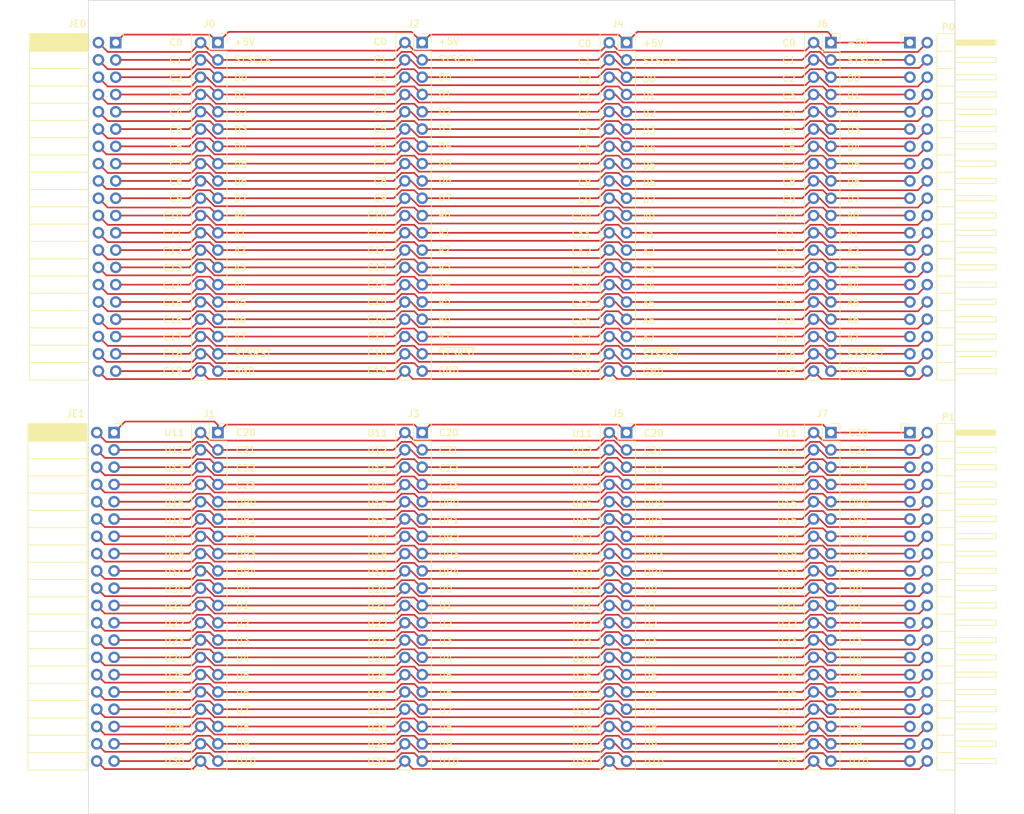
<source format=kicad_pcb>
(kicad_pcb (version 20221018) (generator pcbnew)
  (layers (0 "F.Cu" signal) (31 "B.Cu" signal) (34 "B.Paste" user) (35 "F.Paste" user) (36 "B.SilkS" user "B.Silkscreen") (37 "F.SilkS" user "F.Silkscreen") (38 "B.Mask" user) (39 "F.Mask" user) (44 "Edge.Cuts" user))
  (net 0 "")
  (net 1 "/+5V")
  (net 2 "/C0")
  (net 3 "/SYSCLK")
  (net 4 "/C1")
  (net 5 "/C2")
  (net 6 "/C3")
  (net 7 "/C4")
  (net 8 "/C5")
  (net 9 "/C6")
  (net 10 "/C7")
  (net 11 "/C8")
  (net 12 "/C9")
  (net 13 "/A0")
  (net 14 "/C10")
  (net 15 "/A1")
  (net 16 "/C11")
  (net 17 "/A2")
  (net 18 "/C12")
  (net 19 "/A3")
  (net 20 "/C13")
  (net 21 "/A4")
  (net 22 "/C14")
  (net 23 "/A5")
  (net 24 "/C15")
  (net 25 "/A6")
  (net 26 "/C16")
  (net 27 "/A7")
  (net 28 "/C17")
  (net 29 "/~{SYSRST}")
  (net 30 "/C18")
  (net 31 "/GND")
  (net 32 "/C19")
  (net 33 "/C20")
  (net 34 "/U11")
  (net 35 "/C21")
  (net 36 "/U12")
  (net 37 "/C22")
  (net 38 "/U13")
  (net 39 "/C23")
  (net 40 "/U14")
  (net 41 "/OP0")
  (net 42 "/U15")
  (net 43 "/OP1")
  (net 44 "/U16")
  (net 45 "/OP2")
  (net 46 "/U17")
  (net 47 "/OP3")
  (net 48 "/U18")
  (net 49 "/OP4")
  (net 50 "/U19")
  (net 51 "/U0")
  (net 52 "/U20")
  (net 53 "/U1")
  (net 54 "/U21")
  (net 55 "/U2")
  (net 56 "/U22")
  (net 57 "/U3")
  (net 58 "/U23")
  (net 59 "/U4")
  (net 60 "/U24")
  (net 61 "/U5")
  (net 62 "/U25")
  (net 63 "/U6")
  (net 64 "/U26")
  (net 65 "/U7")
  (net 66 "/U27")
  (net 67 "/U8")
  (net 68 "/U28")
  (net 69 "/U9")
  (net 70 "/U29")
  (net 71 "/U10")
  (net 72 "/U30")
  (net 73 "/D0")
  (net 74 "/D1")
  (net 75 "/D2")
  (net 76 "/D3")
  (net 77 "/D4")
  (net 78 "/D5")
  (net 79 "/D6")
  (net 80 "/D7")
  (footprint "Connector_PinHeader_2.54mm:PinHeader_2x20_P2.54mm_Horizontal" (layer "F.Cu") (at 182.88 36.69)
    (fp_text reference "P0")
    (fp_text value "Conn_02x20_Row_Letter_First")
  )
  (footprint "Connector_PinSocket_2.54mm:PinSocket_2x20_P2.54mm_Vertical" (layer "F.Cu") (at 81.28 36.69)
    (fp_text reference "J0")
    (fp_text value "Conn_02x20_Row_Letter_First" hide)
  )
  (footprint "Connector_PinSocket_2.54mm:PinSocket_2x20_P2.54mm_Vertical" (layer "F.Cu") (at 141.28 93.98)
    (fp_text reference "J5")
    (fp_text value "Conn_02x20_Row_Letter_First")
  )
  (footprint "Connector_PinSocket_2.54mm:PinSocket_2x20_P2.54mm_Vertical" (layer "F.Cu") (at 81.28 93.98)
    (fp_text reference "J1")
    (fp_text value "Conn_02x20_Row_Letter_First")
  )
  (footprint "Connector_PinSocket_2.54mm:PinSocket_2x20_P2.54mm_Vertical" (layer "F.Cu") (at 111.28 93.98)
    (fp_text reference "J3")
    (fp_text value "Conn_02x20_Row_Letter_First")
  )
  (footprint "Connector_PinSocket_2.54mm:PinSocket_2x20_P2.54mm_Horizontal" (layer "F.Cu") (at 66.28 36.69)
    (fp_text reference "JE0")
    (fp_text value "Conn_02x20_Row_Letter_First")
  )
  (footprint "Connector_PinSocket_2.54mm:PinSocket_2x20_P2.54mm_Vertical" (layer "F.Cu") (at 171.28 36.69)
    (fp_text reference "J6")
    (fp_text value "Conn_02x20_Row_Letter_First" hide)
  )
  (footprint "Connector_PinSocket_2.54mm:PinSocket_2x20_P2.54mm_Vertical" (layer "F.Cu") (at 171.28 93.98)
    (fp_text reference "J7")
    (fp_text value "Conn_02x20_Row_Letter_First")
  )
  (footprint "Connector_PinSocket_2.54mm:PinSocket_2x20_P2.54mm_Horizontal" (layer "F.Cu") (at 66.04 93.98)
    (fp_text reference "JE1")
    (fp_text value "Conn_02x20_Row_Letter_First")
  )
  (footprint "Connector_PinSocket_2.54mm:PinSocket_2x20_P2.54mm_Vertical" (layer "F.Cu") (at 111.28 36.69)
    (fp_text reference "J2")
    (fp_text value "Conn_02x20_Row_Letter_First")
  )
  (footprint "Connector_PinHeader_2.54mm:PinHeader_2x20_P2.54mm_Horizontal" (layer "F.Cu") (at 182.88 93.98)
    (fp_text reference "P1")
    (fp_text value "Conn_02x20_Row_Letter_First")
  )
  (footprint "Connector_PinSocket_2.54mm:PinSocket_2x20_P2.54mm_Vertical" (layer "F.Cu") (at 141.28 36.69)
    (fp_text reference "J4")
    (fp_text value "Conn_02x20_Row_Letter_First")
  )
  (gr_rect (start 62.264865 30.48) (end 189.490722 150) (stroke (width 0.1)) (fill none) (layer "Edge.Cuts"))
  (gr_text "~{SYSRST}" (at 143.556724 83.100377) (layer "F.SilkS") (effects (font (size 1 1)) (justify left bottom)))
  (gr_text "D7" (at 113.556724 60.079166) (layer "F.SilkS") (effects (font (size 1 1)) (justify left bottom)))
  (gr_text "C0" (at 136.2 37.409077) (layer "F.SilkS") (effects (font (size 1 1)) (justify right bottom)))
  (gr_text "U1" (at 113.623685 119.986721) (layer "F.SilkS") (effects (font (size 1 1)) (justify left bottom)))
  (gr_text "U16" (at 136.356608 107.514902) (layer "F.SilkS") (effects (font (size 1 1)) (justify right bottom)))
  (gr_text "U12" (at 76.470708 97.146207) (layer "F.SilkS") (effects (font (size 1 1)) (justify right bottom)))
  (gr_text "U12" (at 136.356608 97.232574) (layer "F.SilkS") (effects (font (size 1 1)) (justify right bottom)))
  (gr_text "U8" (at 143.713332 137.928092) (layer "F.SilkS") (effects (font (size 1 1)) (justify left bottom)))
  (gr_text "U13" (at 136.356608 99.903775) (layer "F.SilkS") (effects (font (size 1 1)) (justify right bottom)))
  (gr_text "U8" (at 83.827432 137.841725) (layer "F.SilkS") (effects (font (size 1 1)) (justify left bottom)))
  (gr_text "C21" (at 143.713332 97.199169) (layer "F.SilkS") (effects (font (size 1 1)) (justify left bottom)))
  (gr_text "C20" (at 83.827432 94.560098) (layer "F.SilkS") (effects (font (size 1 1)) (justify left bottom)))
  (gr_text "C11" (at 106.2 65.18874) (layer "F.SilkS") (effects (font (size 1 1)) (justify right bottom)))
  (gr_text "U5" (at 113.623685 130.262261) (layer "F.SilkS") (effects (font (size 1 1)) (justify left bottom)))
  (gr_text "C10" (at 136.2 62.804036) (layer "F.SilkS") (effects (font (size 1 1)) (justify right bottom)))
  (gr_text "A5" (at 173.556724 75.487502) (layer "F.SilkS") (effects (font (size 1 1)) (justify left bottom)))
  (gr_text "A1" (at 173.556724 65.323671) (layer "F.SilkS") (effects (font (size 1 1)) (justify left bottom)))
  (gr_text "U0" (at 173.79313 117.569576) (layer "F.SilkS") (effects (font (size 1 1)) (justify left bottom)))
  (gr_text "A3" (at 113.556724 70.245081) (layer "F.SilkS") (effects (font (size 1 1)) (justify left bottom)))
  (gr_text "D1" (at 173.556724 45.040907) (layer "F.SilkS") (effects (font (size 1 1)) (justify left bottom)))
  (gr_text "C6" (at 166.2 52.701101) (layer "F.SilkS") (effects (font (size 1 1)) (justify right bottom)))
  (gr_text "A4" (at 143.556724 73.046171) (layer "F.SilkS") (effects (font (size 1 1)) (justify left bottom)))
  (gr_text "C4" (at 136.2 47.722727) (layer "F.SilkS") (effects (font (size 1 1)) (justify right bottom)))
  (gr_text "U0" (at 143.713332 117.614007) (layer "F.SilkS") (effects (font (size 1 1)) (justify left bottom)))
  (gr_text "D4" (at 83.556724 52.595072) (layer "F.SilkS") (effects (font (size 1 1)) (justify left bottom)))
  (gr_text "C15" (at 136.2 75.616619) (layer "F.SilkS") (effects (font (size 1 1)) (justify right bottom)))
  (gr_text "U23" (at 166.436406 125.231853) (layer "F.SilkS") (effects (font (size 1 1)) (justify right bottom)))
  (gr_text "U4" (at 113.623685 127.725219) (layer "F.SilkS") (effects (font (size 1 1)) (justify left bottom)))
  (gr_text "U30" (at 136.356608 142.941617) (layer "F.SilkS") (effects (font (size 1 1)) (justify right bottom)))
  (gr_text "C2" (at 166.2 42.53727) (layer "F.SilkS") (effects (font (size 1 1)) (justify right bottom)))
  (gr_text "OP3" (at 143.713332 112.571243) (layer "F.SilkS") (effects (font (size 1 1)) (justify left bottom)))
  (gr_text "D7" (at 173.556724 60.247502) (layer "F.SilkS") (effects (font (size 1 1)) (justify left bottom)))
  (gr_text "D6" (at 173.556724 57.741781) (layer "F.SilkS") (effects (font (size 1 1)) (justify left bottom)))
  (gr_text "U4" (at 143.713332 127.779922) (layer "F.SilkS") (effects (font (size 1 1)) (justify left bottom)))
  (gr_text "U15" (at 166.436406 104.949089) (layer "F.SilkS") (effects (font (size 1 1)) (justify right bottom)))
  (gr_text "C10" (at 106.2 62.539988) (layer "F.SilkS") (effects (font (size 1 1)) (justify right bottom)))
  (gr_text "U2" (at 143.713332 122.690176) (layer "F.SilkS") (effects (font (size 1 1)) (justify left bottom)))
  (gr_text "C22" (at 83.827432 99.784003) (layer "F.SilkS") (effects (font (size 1 1)) (justify left bottom)))
  (gr_text "OP0" (at 113.623685 104.905412) (layer "F.SilkS") (effects (font (size 1 1)) (justify left bottom)))
  (gr_text "C5" (at 76.2 50.075773) (layer "F.SilkS") (effects (font (size 1 1)) (justify right bottom)))
  (gr_text "D4" (at 173.556724 52.667696) (layer "F.SilkS") (effects (font (size 1 1)) (justify left bottom)))
  (gr_text "U16" (at 106.266961 107.460199) (layer "F.SilkS") (effects (font (size 1 1)) (justify right bottom)))
  (gr_text "U10" (at 113.623685 142.853509) (layer "F.SilkS") (effects (font (size 1 1)) (justify left bottom)))
  (gr_text "SYSCLK" (at 173.556724 39.866069) (layer "F.SilkS") (effects (font (size 1 1)) (justify left bottom)))
  (gr_text "C18" (at 76.2 82.965446) (layer "F.SilkS") (effects (font (size 1 1)) (justify right bottom)))
  (gr_text "U29" (at 166.436406 140.360144) (layer "F.SilkS") (effects (font (size 1 1)) (justify right bottom)))
  (gr_text "U8" (at 113.623685 137.873389) (layer "F.SilkS") (effects (font (size 1 1)) (justify left bottom)))
  (gr_text "D3" (at 143.556724 50.210704) (layer "F.SilkS") (effects (font (size 1 1)) (justify left bottom)))
  (gr_text "U5" (at 143.713332 130.316964) (layer "F.SilkS") (effects (font (size 1 1)) (justify left bottom)))
  (gr_text "OP0" (at 173.79313 104.915684) (layer "F.SilkS") (effects (font (size 1 1)) (justify left bottom)))
  (gr_text "GND" (at 83.556724 85.469083) (layer "F.SilkS") (effects (font (size 1 1)) (justify left bottom)))
  (gr_text "C21" (at 173.79313 97.154738) (layer "F.SilkS") (effects (font (size 1 1)) (justify left bottom)))
  (gr_text "D5" (at 143.556724 55.30045) (layer "F.SilkS") (effects (font (size 1 1)) (justify left bottom)))
  (gr_text "C13" (at 76.2 70.374198) (layer "F.SilkS") (effects (font (size 1 1)) (justify right bottom)))
  (gr_text "D3" (at 83.556724 50.042368) (layer "F.SilkS") (effects (font (size 1 1)) (justify left bottom)))
  (gr_text "C13" (at 106.2 70.278486) (layer "F.SilkS") (effects (font (size 1 1)) (justify right bottom)))
  (gr_text "U23" (at 136.356608 125.276284) (layer "F.SilkS") (effects (font (size 1 1)) (justify right bottom)))
  (gr_text "U19" (at 166.436406 115.09726) (layer "F.SilkS") (effects (font (size 1 1)) (justify right bottom)))
  (gr_text "C4" (at 106.2 47.458679) (layer "F.SilkS") (effects (font (size 1 1)) (justify right bottom)))
  (gr_text "A0" (at 173.556724 62.674919) (layer "F.SilkS") (effects (font (size 1 1)) (justify left bottom)))
  (gr_text "C12" (at 166.2 67.909779) (layer "F.SilkS") (effects (font (size 1 1)) (justify right bottom)))
  (gr_text "C16" (at 136.2 78.153661) (layer "F.SilkS") (effects (font (size 1 1)) (justify right bottom)))
  (gr_text "U27" (at 136.356608 135.424454) (layer "F.SilkS") (effects (font (size 1 1)) (justify right bottom)))
  (gr_text "U21" (at 136.356608 120.074829) (layer "F.SilkS") (effects (font (size 1 1)) (justify right bottom)))
  (gr_text "U3" (at 173.79313 125.198448) (layer "F.SilkS") (effects (font (size 1 1)) (justify left bottom)))
  (gr_text "U19" (at 76.470708 115.055324) (layer "F.SilkS") (effects (font (size 1 1)) (justify right bottom)))
  (gr_text "C15" (at 166.2 75.520907) (layer "F.SilkS") (effects (font (size 1 1)) (justify right bottom)))
  (gr_text "OP1" (at 83.827432 107.39513) (layer "F.SilkS") (effects (font (size 1 1)) (justify left bottom)))
  (gr_text "U30" (at 106.266961 142.886914) (layer "F.SilkS") (effects (font (size 1 1)) (justify right bottom)))
  (gr_text "C10" (at 76.2 62.6357) (layer "F.SilkS") (effects (font (size 1 1)) (justify right bottom)))
  (gr_text "U7" (at 173.79313 135.346618) (layer "F.SilkS") (effects (font (size 1 1)) (justify left bottom)))
  (gr_text "C6" (at 76.2 52.628477) (layer "F.SilkS") (effects (font (size 1 1)) (justify right bottom)))
  (gr_text "U18" (at 136.356608 112.604648) (layer "F.SilkS") (effects (font (size 1 1)) (justify right bottom)))
  (gr_text "U18" (at 76.470708 112.518281) (layer "F.SilkS") (effects (font (size 1 1)) (justify right bottom)))
  (gr_text "C2" (at 76.2 42.464646) (layer "F.SilkS") (effects (font (size 1 1)) (justify right bottom)))
  (gr_text "U19" (at 106.266961 115.086988) (layer "F.SilkS") (effects (font (size 1 1)) (justify right bottom)))
  (gr_text "U28" (at 106.266961 137.906794) (layer "F.SilkS") (effects (font (size 1 1)) (justify right bottom)))
  (gr_text "C12" (at 136.2 68.005491) (layer "F.SilkS") (effects (font (size 1 1)) (justify right bottom)))
  (gr_text "U25" (at 106.266961 130.295666) (layer "F.SilkS") (effects (font (size 1 1)) (justify right bottom)))
  (gr_text "OP0" (at 143.713332 104.960115) (layer "F.SilkS") (effects (font (size 1 1)) (justify left bottom)))
  (gr_text "C20" (at 113.623685 94.591762) (layer "F.SilkS") (effects (font (size 1 1)) (justify left bottom)))
  (gr_text "C12" (at 106.2 67.741443) (layer "F.SilkS") (effects (font (size 1 1)) (justify right bottom)))
  (gr_text "OP0" (at 83.827432 104.873748) (layer "F.SilkS") (effects (font (size 1 1)) (justify left bottom)))
  (gr_text "U15" (at 106.266961 104.938817) (layer "F.SilkS") (effects (font (size 1 1)) (justify right bottom)))
  (gr_text "D4" (at 113.556724 52.49936) (layer "F.SilkS") (effects (font (size 1 1)) (justify left bottom)))
  (gr_text "U25" (at 166.436406 130.305938) (layer "F.SilkS") (effects (font (size 1 1)) (justify right bottom)))
  (gr_text "A3" (at 83.556724 70.340793) (layer "F.SilkS") (effects (font (size 1 1)) (justify left bottom)))
  (gr_text "OP2" (at 113.623685 109.979498) (layer "F.SilkS") (effects (font (size 1 1)) (justify left bottom)))
  (gr_text "C2" (at 106.2 42.368934) (layer "F.SilkS") (effects (font (size 1 1)) (justify right bottom)))
  (gr_text "D1" (at 83.556724 44.968283) (layer "F.SilkS") (effects (font (size 1 1)) (justify left bottom)))
  (gr_text "U14" (at 136.356608 102.440817) (layer "F.SilkS") (effects (font (size 1 1)) (justify right bottom)))
  (gr_text "A5" (at 83.556724 75.414878) (layer "F.SilkS") (effects (font (size 1 1)) (justify left bottom)))
  (gr_text "U17" (at 166.436406 110.023175) (layer "F.SilkS") (effects (font (size 1 1)) (justify right bottom)))
  (gr_text "C14" (at 106.2 72.815528) (layer "F.SilkS") (effects (font (size 1 1)) (justify right bottom)))
  (gr_text "C1" (at 106.2 39.697733) (layer "F.SilkS") (effects (font (size 1 1)) (justify right bottom)))
  (gr_text "C20" (at 173.79313 94.602034) (layer "F.SilkS") (effects (font (size 1 1)) (justify left bottom)))
  (gr_text "C11" (at 166.2 65.357076) (layer "F.SilkS") (effects (font (size 1 1)) (justify right bottom)))
  (gr_text "+5V" (at 113.556724 37.111624) (layer "F.SilkS") (effects (font (size 1 1)) (justify left bottom)))
  (gr_text "OP3" (at 83.827432 112.484876) (layer "F.SilkS") (effects (font (size 1 1)) (justify left bottom)))
  (gr_text "U5" (at 173.79313 130.272533) (layer "F.SilkS") (effects (font (size 1 1)) (justify left bottom)))
  (gr_text "U4" (at 173.79313 127.735491) (layer "F.SilkS") (effects (font (size 1 1)) (justify left bottom)))
  (gr_text "A4" (at 83.556724 72.877835) (layer "F.SilkS") (effects (font (size 1 1)) (justify left bottom)))
  (gr_text "A7" (at 113.556724 80.393251) (layer "F.SilkS") (effects (font (size 1 1)) (justify left bottom)))
  (gr_text "C14" (at 136.2 73.079576) (layer "F.SilkS") (effects (font (size 1 1)) (justify right bottom)))
  (gr_text "C3" (at 76.2 45.001688) (layer "F.SilkS") (effects (font (size 1 1)) (justify right bottom)))
  (gr_text "U17" (at 136.356608 110.067606) (layer "F.SilkS") (effects (font (size 1 1)) (justify right bottom)))
  (gr_text "U14" (at 76.470708 102.35445) (layer "F.SilkS") (effects (font (size 1 1)) (justify right bottom)))
  (gr_text "D0" (at 173.556724 42.503865) (layer "F.SilkS") (effects (font (size 1 1)) (justify left bottom)))
  (gr_text "A5" (at 113.556724 75.319166) (layer "F.SilkS") (effects (font (size 1 1)) (justify left bottom)))
  (gr_text "D2" (at 113.556724 47.425274) (layer "F.SilkS") (effects (font (size 1 1)) (justify left bottom)))
  (gr_text "C14" (at 166.2 72.983864) (layer "F.SilkS") (effects (font (size 1 1)) (justify right bottom)))
  (gr_text "C22" (at 173.79313 99.825939) (layer "F.SilkS") (effects (font (size 1 1)) (justify left bottom)))
  (gr_text "D1" (at 113.556724 44.872571) (layer "F.SilkS") (effects (font (size 1 1)) (justify left bottom)))
  (gr_text "U24" (at 166.436406 127.768896) (layer "F.SilkS") (effects (font (size 1 1)) (justify right bottom)))
  (gr_text "C18" (at 166.2 83.03807) (layer "F.SilkS") (effects (font (size 1 1)) (justify right bottom)))
  (gr_text "C15" (at 106.2 75.352571) (layer "F.SilkS") (effects (font (size 1 1)) (justify right bottom)))
  (gr_text "D4" (at 143.556724 52.763408) (layer "F.SilkS") (effects (font (size 1 1)) (justify left bottom)))
  (gr_text "C14" (at 76.2 72.91124) (layer "F.SilkS") (effects (font (size 1 1)) (justify right bottom)))
  (gr_text "C3" (at 136.2 45.170024) (layer "F.SilkS") (effects (font (size 1 1)) (justify right bottom)))
  (gr_text "C9" (at 106.2 60.112571) (layer "F.SilkS") (effects (font (size 1 1)) (justify right bottom)))
  (gr_text "U16" (at 166.436406 107.470471) (layer "F.SilkS") (effects (font (size 1 1)) (justify right bottom)))
  (gr_text "U14" (at 106.266961 102.386114) (layer "F.SilkS") (effects (font (size 1 1)) (justify right bottom)))
  (gr_text "D0" (at 143.556724 42.599577) (layer "F.SilkS") (effects (font (size 1 1)) (justify left bottom)))
  (gr_text "C0" (at 106.2 37.145029) (layer "F.SilkS") (effects (font (size 1 1)) (justify right bottom)))
  (gr_text "C1" (at 166.2 39.866069) (layer "F.SilkS") (effects (font (size 1 1)) (justify right bottom)))
  (gr_text "OP2" (at 143.713332 110.034201) (layer "F.SilkS") (effects (font (size 1 1)) (justify left bottom)))
  (gr_text "C3" (at 166.2 45.074312) (layer "F.SilkS") (effects (font (size 1 1)) (justify right bottom)))
  (gr_text "U25" (at 76.470708 130.264002) (layer "F.SilkS") (effects (font (size 1 1)) (justify right bottom)))
  (gr_text "C6" (at 106.2 52.532765) (layer "F.SilkS") (effects (font (size 1 1)) (justify right bottom)))
  (gr_text "U9" (at 83.827432 140.284803) (layer "F.SilkS") (effects (font (size 1 1)) (justify left bottom)))
  (gr_text "D7" (at 83.556724 60.174878) (layer "F.SilkS") (effects (font (size 1 1)) (justify left bottom)))
  (gr_text "U7" (at 83.827432 135.304682) (layer "F.SilkS") (effects (font (size 1 1)) (justify left bottom)))
  (gr_text "A0" (at 113.556724 62.506583) (layer "F.SilkS") (effects (font (size 1 1)) (justify left bottom)))
  (gr_text "C8" (at 166.2 57.775186) (layer "F.SilkS") (effects (font (size 1 1)) (justify right bottom)))
  (gr_text "D3" (at 113.556724 49.946656) (layer "F.SilkS") (effects (font (size 1 1)) (justify left bottom)))
  (gr_text "D6" (at 83.556724 57.669157) (layer "F.SilkS") (effects (font (size 1 1)) (justify left bottom)))
  (gr_text "U11" (at 76.470708 94.593503) (layer "F.SilkS") (effects (font (size 1 1)) (justify right bottom)))
  (gr_text "C8" (at 76.2 57.702562) (layer "F.SilkS") (effects (font (size 1 1)) (justify right bottom)))
  (gr_text "C9" (at 166.2 60.280907) (layer "F.SilkS") (effects (font (size 1 1)) (justify right bottom)))
  (gr_text "U3" (at 113.623685 125.188176) (layer "F.SilkS") (effects (font (size 1 1)) (justify left bottom)))
  (gr_text "C22" (at 113.623685 99.815667) (layer "F.SilkS") (effects (font (size 1 1)) (justify left bottom)))
  (gr_text "U3" (at 83.827432 125.156512) (layer "F.SilkS") (effects (font (size 1 1)) (justify left bottom)))
  (gr_text "U17" (at 106.266961 110.012903) (layer "F.SilkS") (effects (font (size 1 1)) (justify right bottom)))
  (gr_text "U9" (at 173.79313 140.326739) (layer "F.SilkS") (effects (font (size 1 1)) (justify left bottom)))
  (gr_text "A2" (at 83.556724 67.80375) (layer "F.SilkS") (effects (font (size 1 1)) (justify left bottom)))
  (gr_text "C13" (at 136.2 70.542534) (layer "F.SilkS") (effects (font (size 1 1)) (justify right bottom)))
  (gr_text "U21" (at 166.436406 120.030398) (layer "F.SilkS") (effects (font (size 1 1)) (justify right bottom)))
  (gr_text "U25" (at 136.356608 130.350369) (layer "F.SilkS") (effects (font (size 1 1)) (justify right bottom)))
  (gr_text "C0" (at 166.2 37.313365) (layer "F.SilkS") (effects (font (size 1 1)) (justify right bottom)))
  (gr_text "U10" (at 173.79313 142.863781) (layer "F.SilkS") (effects (font (size 1 1)) (justify left bottom)))
  (gr_text "D6" (at 113.556724 57.573445) (layer "F.SilkS") (effects (font (size 1 1)) (justify left bottom)))
  (gr_text "U10" (at 83.827432 142.821845) (layer "F.SilkS") (effects (font (size 1 1)) (justify left bottom)))
  (gr_text "C10" (at 166.2 62.708324) (layer "F.SilkS") (effects (font (size 1 1)) (justify right bottom)))
  (gr_text "SYSCLK" (at 143.556724 39.928376) (layer "F.SilkS") (effects (font (size 1 1)) (justify left bottom)))
  (gr_text "C17" (at 76.2 80.522368) (layer "F.SilkS") (effects (font (size 1 1)) (justify right bottom)))
  (gr_text "U11" (at 106.266961 94.625167) (layer "F.SilkS") (effects (font (size 1 1)) (justify right bottom)))
  (gr_text "U20" (at 136.356608 117.647412) (layer "F.SilkS") (effects (font (size 1 1)) (justify right bottom)))
  (gr_text "GND" (at 173.556724 85.541707) (layer "F.SilkS") (effects (font (size 1 1)) (justify left bottom)))
  (gr_text "U4" (at 83.827432 127.693555) (layer "F.SilkS") (effects (font (size 1 1)) (justify left bottom)))
  (gr_text "C1" (at 136.2 39.961781) (layer "F.SilkS") (effects (font (size 1 1)) (justify right bottom)))
  (gr_text "A6" (at 113.556724 77.856208) (layer "F.SilkS") (effects (font (size 1 1)) (justify left bottom)))
  (gr_text "C8" (at 106.2 57.60685) (layer "F.SilkS") (effects (font (size 1 1)) (justify right bottom)))
  (gr_text "C16" (at 166.2 78.057949) (layer "F.SilkS") (effects (font (size 1 1)) (justify right bottom)))
  (gr_text "C7" (at 136.2 55.333855) (layer "F.SilkS") (effects (font (size 1 1)) (justify right bottom)))
  (gr_text "U22" (at 136.356608 122.723581) (layer "F.SilkS") (effects (font (size 1 1)) (justify right bottom)))
  (gr_text "C9" (at 76.2 60.208283) (layer "F.SilkS") (effects (font (size 1 1)) (justify right bottom)))
  (gr_text "D2" (at 173.556724 47.59361) (layer "F.SilkS") (effects (font (size 1 1)) (justify left bottom)))
  (gr_text "C17" (at 136.2 80.690704) (layer "F.SilkS") (effects (font (size 1 1)) (justify right bottom)))
  (gr_text "C21" (at 83.827432 97.112802) (layer "F.SilkS") (effects (font (size 1 1)) (justify left bottom)))
  (gr_text "A3" (at 173.556724 70.413417) (layer "F.SilkS") (effects (font (size 1 1)) (justify left bottom)))
  (gr_text "C5" (at 166.2 50.148397) (layer "F.SilkS") (effects (font (size 1 1)) (justify right bottom)))
  (gr_text "OP1" (at 113.623685 107.426794) (layer "F.SilkS") (effects (font (size 1 1)) (justify left bottom)))
  (gr_text "C11" (at 76.2 65.284452) (layer "F.SilkS") (effects (font (size 1 1)) (justify right bottom)))
  (gr_text "D5" (at 173.556724 55.204738) (layer "F.SilkS") (effects (font (size 1 1)) (justify left bottom)))
  (gr_text "U0" (at 83.827432 117.52764) (layer "F.SilkS") (effects (font (size 1 1)) (justify left bottom)))
  (gr_text "U29" (at 136.356608 140.404575) (layer "F.SilkS") (effects (font (size 1 1)) (justify right bottom)))
  (gr_text "U6" (at 143.713332 132.854007) (layer "F.SilkS") (effects (font (size 1 1)) (justify left bottom)))
  (gr_text "A1" (at 113.556724 65.155335) (layer "F.SilkS") (effects (font (size 1 1)) (justify left bottom)))
  (gr_text "U2" (at 173.79313 122.645745) (layer "F.SilkS") (effects (font (size 1 1)) (justify left bottom)))
  (gr_text "C0" (at 76.2 37.240741) (layer "F.SilkS") (effects (font (size 1 1)) (justify right bottom)))
  (gr_text "U26" (at 136.356608 132.887412) (layer "F.SilkS") (effects (font (size 1 1)) (justify right bottom)))
  (gr_text "U23" (at 106.266961 125.221581) (layer "F.SilkS") (effects (font (size 1 1)) (justify right bottom)))
  (gr_text "C15" (at 76.2 75.448283) (layer "F.SilkS") (effects (font (size 1 1)) (justify right bottom)))
  (gr_text "U13" (at 76.470708 99.817408) (layer "F.SilkS") (effects (font (size 1 1)) (justify right bottom)))
  (gr_text "D0" (at 113.556724 42.335529) (layer "F.SilkS") (effects (font (size 1 1)) (justify left bottom)))
  (gr_text "OP2" (at 83.827432 109.947834) (layer "F.SilkS") (effects (font (size 1 1)) (justify left bottom)))
  (gr_text "C5" (at 106.2 49.980061) (layer "F.SilkS") (effects (font (size 1 1)) (justify right bottom)))
  (gr_text "U6" (at 173.79313 132.809576) (layer "F.SilkS") (effects (font (size 1 1)) (justify left bottom)))
  (gr_text "U20" (at 166.436406 117.602981) (layer "F.SilkS") (effects (font (size 1 1)) (justify right bottom)))
  (gr_text "D2" (at 83.556724 47.520986) (layer "F.SilkS") (effects (font (size 1 1)) (justify left bottom)))
  (gr_text "U7" (at 143.713332 135.391049) (layer "F.SilkS") (effects (font (size 1 1)) (justify left bottom)))
  (gr_text "C17" (at 166.2 80.594992) (layer "F.SilkS") (effects (font (size 1 1)) (justify right bottom)))
  (gr_text "C5" (at 136.2 50.244109) (layer "F.SilkS") (effects (font (size 1 1)) (justify right bottom)))
  (gr_text "C23" (at 83.827432 102.321045) (layer "F.SilkS") (effects (font (size 1 1)) (justify left bottom)))
  (gr_text "D5" (at 83.556724 55.132114) (layer "F.SilkS") (effects (font (size 1 1)) (justify left bottom)))
  (gr_text "U24" (at 136.356608 127.813327) (layer "F.SilkS") (effects (font (size 1 1)) (justify right bottom)))
  (gr_text "A2" (at 173.556724 67.876374) (layer "F.SilkS") (effects (font (size 1 1)) (justify left bottom)))
  (gr_text "A2" (at 113.556724 67.708038) (layer "F.SilkS") (effects (font (size 1 1)) (justify left bottom)))
  (gr_text "SYSCLK" (at 83.556724 39.76004) (layer "F.SilkS") (effects (font (size 1 1)) (justify left bottom)))
  (gr_text "OP4" (at 143.713332 115.108286) (layer "F.SilkS") (effects (font (size 1 1)) (justify left bottom)))
  (gr_text "C2" (at 136.2 42.632982) (layer "F.SilkS") (effects (font (size 1 1)) (justify right bottom)))
  (gr_text "U10" (at 143.713332 142.908212) (layer "F.SilkS") (effects (font (size 1 1)) (justify left bottom)))
  (gr_text "U28" (at 76.470708 137.87513) (layer "F.SilkS") (effects (font (size 1 1)) (justify right bottom)))
  (gr_text "D3" (at 173.556724 50.114992) (layer "F.SilkS") (effects (font (size 1 1)) (justify left bottom)))
  (gr_text "SYSCLK" (at 113.556724 39.664328) (layer "F.SilkS") (effects (font (size 1 1)) (justify left bottom)))
  (gr_text "A7" (at 83.556724 80.488963) (layer "F.SilkS") (effects (font (size 1 1)) (justify left bottom)))
  (gr_text "C19" (at 106.2 85.406776) (layer "F.SilkS") (effects (font (size 1 1)) (justify right bottom)))
  (gr_text "U2" (at 83.827432 122.603809) (layer "F.SilkS") (effects (font (size 1 1)) (justify left bottom)))
  (gr_text "U30" (at 76.470708 142.85525) (layer "F.SilkS") (effects (font (size 1 1)) (justify right bottom)))
  (gr_text "C16" (at 106.2 77.889613) (layer "F.SilkS") (effects (font (size 1 1)) (justify right bottom)))
  (gr_text "U15" (at 136.356608 104.99352) (layer "F.SilkS") (effects (font (size 1 1)) (justify right bottom)))
  (gr_text "A4" (at 113.556724 72.782123) (layer "F.SilkS") (effects (font (size 1 1)) (justify left bottom)))
  (gr_text "C19" (at 136.2 85.670824) (layer "F.SilkS") (effects (font (size 1 1)) (justify right bottom)))
  (gr_text "U22" (at 166.436406 122.67915) (layer "F.SilkS") (effects (font (size 1 1)) (justify right bottom)))
  (gr_text "OP2" (at 173.79313 109.98977) (layer "F.SilkS") (effects (font (size 1 1)) (justify left bottom)))
  (gr_text "U11" (at 166.436406 94.635439) (layer "F.SilkS") (effects (font (size 1 1)) (justify right bottom)))
  (gr_text "A6" (at 143.556724 78.120256) (layer "F.SilkS") (effects (font (size 1 1)) (justify left bottom)))
  (gr_text "A2" (at 143.556724 67.972086) (layer "F.SilkS") (effects (font (size 1 1)) (justify left bottom)))
  (gr_text "C8" (at 136.2 57.870898) (layer "F.SilkS") (effects (font (size 1 1)) (justify right bottom)))
  (gr_text "U23" (at 76.470708 125.189917) (layer "F.SilkS") (effects (font (size 1 1)) (justify right bottom)))
  (gr_text "U30" (at 166.436406 142.897186) (layer "F.SilkS") (effects (font (size 1 1)) (justify right bottom)))
  (gr_text "U20" (at 106.266961 117.592709) (layer "F.SilkS") (effects (font (size 1 1)) (justify right bottom)))
  (gr_text "U16" (at 76.470708 107.428535) (layer "F.SilkS") (effects (font (size 1 1)) (justify right bottom)))
  (gr_text "U0" (at 113.623685 117.559304) (layer "F.SilkS") (effects (font (size 1 1)) (justify left bottom)))
  (gr_text "D0" (at 83.556724 42.431241) (layer "F.SilkS") (effects (font (size 1 1)) (justify left bottom)))
  (gr_text "C9" (at 136.2 60.376619) (layer "F.SilkS") (effects (font (size 1 1)) (justify right bottom)))
  (gr_text "U11" (at 136.356608 94.67987) (layer "F.SilkS") (effects (font (size 1 1)) (justify right bottom)))
  (gr_text "U8" (at 173.79313 137.883661) (layer "F.SilkS") (effects (font (size 1 1)) (justify left bottom)))
  (gr_text "U12" (at 106.266961 97.177871) (layer "F.SilkS") (effects (font (size 1 1)) (justify right bottom)))
  (gr_text "U13" (at 106.266961 99.849072) (layer "F.SilkS") (effects (font (size 1 1)) (justify right bottom)))
  (gr_text "+5V" (at 173.556724 37.27996) (layer "F.SilkS") (effects (font (size 1 1)) (justify left bottom)))
  (gr_text "C1" (at 76.2 39.793445) (layer "F.SilkS") (effects (font (size 1 1)) (justify right bottom)))
  (gr_text "C7" (at 76.2 55.165519) (layer "F.SilkS") (effects (font (size 1 1)) (justify right bottom)))
  (gr_text "U15" (at 76.470708 104.907153) (layer "F.SilkS") (effects (font (size 1 1)) (justify right bottom)))
  (gr_text "U19" (at 136.356608 115.141691) (layer "F.SilkS") (effects (font (size 1 1)) (justify right bottom)))
  (gr_text "U2" (at 113.623685 122.635473) (layer "F.SilkS") (effects (font (size 1 1)) (justify left bottom)))
  (gr_text "A7" (at 173.556724 80.561587) (layer "F.SilkS") (effects (font (size 1 1)) (justify left bottom)))
  (gr_text "U9" (at 113.623685 140.316467) (layer "F.SilkS") (effects (font (size 1 1)) (justify left bottom)))
  (gr_text "A5" (at 143.556724 75.583214) (layer "F.SilkS") (effects (font (size 1 1)) (justify left bottom)))
  (gr_text "U6" (at 113.623685 132.799304) (layer "F.SilkS") (effects (font (size 1 1)) (justify left bottom)))
  (gr_text "U29" (at 106.266961 140.349872) (layer "F.SilkS") (effects (font (size 1 1)) (justify right bottom)))
  (gr_text "C19" (at 166.2 85.575112) (layer "F.SilkS") (effects (font (size 1 1)) (justify right bottom)))
  (gr_text "A6" (at 173.556724 78.024544) (layer "F.SilkS") (effects (font (size 1 1)) (justify left bottom)))
  (gr_text "U6" (at 83.827432 132.76764) (layer "F.SilkS") (effects (font (size 1 1)) (justify left bottom)))
  (gr_text "~{SYSRST}" (at 83.556724 82.932041) (layer "F.SilkS") (effects (font (size 1 1)) (justify left bottom)))
  (gr_text "C6" (at 136.2 52.796813) (layer "F.SilkS") (effects (font (size 1 1)) (justify right bottom)))
  (gr_text "OP4" (at 113.623685 115.053583) (layer "F.SilkS") (effects (font (size 1 1)) (justify left bottom)))
  (gr_text "A6" (at 83.556724 77.95192) (layer "F.SilkS") (effects (font (size 1 1)) (justify left bottom)))
  (gr_text "U26" (at 106.266961 132.832709) (layer "F.SilkS") (effects (font (size 1 1)) (justify right bottom)))
  (gr_text "U24" (at 76.470708 127.72696) (layer "F.SilkS") (effects (font (size 1 1)) (justify right bottom)))
  (gr_text "C23" (at 143.713332 102.407412) (layer "F.SilkS") (effects (font (size 1 1)) (justify left bottom)))
  (gr_text "C7" (at 166.2 55.238143) (layer "F.SilkS") (effects (font (size 1 1)) (justify right bottom)))
  (gr_text "OP4" (at 83.827432 115.021919) (layer "F.SilkS") (effects (font (size 1 1)) (justify left bottom)))
  (gr_text "OP3" (at 113.623685 112.51654) (layer "F.SilkS") (effects (font (size 1 1)) (justify left bottom)))
  (gr_text "OP1" (at 173.79313 107.437066) (layer "F.SilkS") (effects (font (size 1 1)) (justify left bottom)))
  (gr_text "U17" (at 76.470708 109.981239) (layer "F.SilkS") (effects (font (size 1 1)) (justify right bottom)))
  (gr_text "U22" (at 76.470708 122.637214) (layer "F.SilkS") (effects (font (size 1 1)) (justify right bottom)))
  (gr_text "C22" (at 143.713332 99.87037) (layer "F.SilkS") (effects (font (size 1 1)) (justify left bottom)))
  (gr_text "C21" (at 113.623685 97.144466) (layer "F.SilkS") (effects (font (size 1 1)) (justify left bottom)))
  (gr_text "D2" (at 143.556724 47.689322) (layer "F.SilkS") (effects (font (size 1 1)) (justify left bottom)))
  (gr_text "C11" (at 136.2 65.452788) (layer "F.SilkS") (effects (font (size 1 1)) (justify right bottom)))
  (gr_text "C3" (at 106.2 44.905976) (layer "F.SilkS") (effects (font (size 1 1)) (justify right bottom)))
  (gr_text "U27" (at 106.266961 135.369751) (layer "F.SilkS") (effects (font (size 1 1)) (justify right bottom)))
  (gr_text "U21" (at 76.470708 119.988462) (layer "F.SilkS") (effects (font (size 1 1)) (justify right bottom)))
  (gr_text "+5V" (at 83.556724 37.207336) (layer "F.SilkS") (effects (font (size 1 1)) (justify left bottom)))
  (gr_text "C23" (at 113.623685 102.352709) (layer "F.SilkS") (effects (font (size 1 1)) (justify left bottom)))
  (gr_text "D5" (at 113.556724 55.036402) (layer "F.SilkS") (effects (font (size 1 1)) (justify left bottom)))
  (gr_text "U14" (at 166.436406 102.396386) (layer "F.SilkS") (effects (font (size 1 1)) (justify right bottom)))
  (gr_text "C17" (at 106.2 80.426656) (layer "F.SilkS") (effects (font (size 1 1)) (justify right bottom)))
  (gr_text "U13" (at 166.436406 99.859344) (layer "F.SilkS") (effects (font (size 1 1)) (justify right bottom)))
  (gr_text "A7" (at 143.556724 80.657299) (layer "F.SilkS") (effects (font (size 1 1)) (justify left bottom)))
  (gr_text "A0" (at 143.556724 62.770631) (layer "F.SilkS") (effects (font (size 1 1)) (justify left bottom)))
  (gr_text "U27" (at 166.436406 135.380023) (layer "F.SilkS") (effects (font (size 1 1)) (justify right bottom)))
  (gr_text "U7" (at 113.623685 135.336346) (layer "F.SilkS") (effects (font (size 1 1)) (justify left bottom)))
  (gr_text "C4" (at 166.2 47.627015) (layer "F.SilkS") (effects (font (size 1 1)) (justify right bottom)))
  (gr_text "U18" (at 106.266961 112.549945) (layer "F.SilkS") (effects (font (size 1 1)) (justify right bottom)))
  (gr_text "U21" (at 106.266961 120.020126) (layer "F.SilkS") (effects (font (size 1 1)) (justify right bottom)))
  (gr_text "C13" (at 166.2 70.446822) (layer "F.SilkS") (effects (font (size 1 1)) (justify right bottom)))
  (gr_text "U28" (at 166.436406 137.917066) (layer "F.SilkS") (effects (font (size 1 1)) (justify right bottom)))
  (gr_text "U20" (at 76.470708 117.561045) (layer "F.SilkS") (effects (font (size 1 1)) (justify right bottom)))
  (gr_text "OP3" (at 173.79313 112.526812) (layer "F.SilkS") (effects (font (size 1 1)) (justify left bottom)))
  (gr_text "U3" (at 143.713332 125.242879) (layer "F.SilkS") (effects (font (size 1 1)) (justify left bottom)))
  (gr_text "U12" (at 166.436406 97.188143) (layer "F.SilkS") (effects (font (size 1 1)) (justify right bottom)))
  (gr_text "A4" (at 173.556724 72.950459) (layer "F.SilkS") (effects (font (size 1 1)) (justify left bottom)))
  (gr_text "C16" (at 76.2 77.985325) (layer "F.SilkS") (effects (font (size 1 1)) (justify right bottom)))
  (gr_text "U9" (at 143.713332 140.37117) (layer "F.SilkS") (effects (font (size 1 1)) (justify left bottom)))
  (gr_text "OP1" (at 143.713332 107.481497) (layer "F.SilkS") (effects (font (size 1 1)) (justify left bottom)))
  (gr_text "A1" (at 83.556724 65.251047) (layer "F.SilkS") (effects (font (size 1 1)) (justify left bottom)))
  (gr_text "U1" (at 143.713332 120.041424) (layer "F.SilkS") (effects (font (size 1 1)) (justify left bottom)))
  (gr_text "D6" (at 143.556724 57.837493) (layer "F.SilkS") (effects (font (size 1 1)) (justify left bottom)))
  (gr_text "C23" (at 173.79313 102.362981) (layer "F.SilkS") (effects (font (size 1 1)) (justify left bottom)))
  (gr_text "U29" (at 76.470708 140.318208) (layer "F.SilkS") (effects (font (size 1 1)) (justify right bottom)))
  (gr_text "U28" (at 136.356608 137.961497) (layer "F.SilkS") (effects (font (size 1 1)) (justify right bottom)))
  (gr_text "C12" (at 76.2 67.837155) (layer "F.SilkS") (effects (font (size 1 1)) (justify right bottom)))
  (gr_text "U22" (at 106.266961 122.668878) (layer "F.SilkS") (effects (font (size 1 1)) (justify right bottom)))
  (gr_text "U27" (at 76.470708 135.338087) (layer "F.SilkS") (effects (font (size 1 1)) (justify right bottom)))
  (gr_text "GND" (at 143.556724 85.637419) (layer "F.SilkS") (effects (font (size 1 1)) (justify left bottom)))
  (gr_text "U26" (at 76.470708 132.801045) (layer "F.SilkS") (effects (font (size 1 1)) (justify right bottom)))
  (gr_text "+5V" (at 143.556724 37.375672) (layer "F.SilkS") (effects (font (size 1 1)) (justify left bottom)))
  (gr_text "U1" (at 83.827432 119.955057) (layer "F.SilkS") (effects (font (size 1 1)) (justify left bottom)))
  (gr_text "A0" (at 83.556724 62.602295) (layer "F.SilkS") (effects (font (size 1 1)) (justify left bottom)))
  (gr_text "C19" (at 76.2 85.502488) (layer "F.SilkS") (effects (font (size 1 1)) (justify right bottom)))
  (gr_text "A1" (at 143.556724 65.419383) (layer "F.SilkS") (effects (font (size 1 1)) (justify left bottom)))
  (gr_text "D1" (at 143.556724 45.136619) (layer "F.SilkS") (effects (font (size 1 1)) (justify left bottom)))
  (gr_text "C20" (at 143.713332 94.646465) (layer "F.SilkS") (effects (font (size 1 1)) (justify left bottom)))
  (gr_text "C4" (at 76.2 47.554391) (layer "F.SilkS") (effects (font (size 1 1)) (justify right bottom)))
  (gr_text "U26" (at 166.436406 132.842981) (layer "F.SilkS") (effects (font (size 1 1)) (justify right bottom)))
  (gr_text "~{SYSRST}" (at 113.556724 82.836329) (layer "F.SilkS") (effects (font (size 1 1)) (justify left bottom)))
  (gr_text "U5" (at 83.827432 130.230597) (layer "F.SilkS") (effects (font (size 1 1)) (justify left bottom)))
  (gr_text "U24" (at 106.266961 127.758624) (layer "F.SilkS") (effects (font (size 1 1)) (justify right bottom)))
  (gr_text "C18" (at 136.2 83.133782) (layer "F.SilkS") (effects (font (size 1 1)) (justify right bottom)))
  (gr_text "C18" (at 106.2 82.869734) (layer "F.SilkS") (effects (font (size 1 1)) (justify right bottom)))
  (gr_text "GND" (at 113.556724 85.373371) (layer "F.SilkS") (effects (font (size 1 1)) (justify left bottom)))
  (gr_text "OP4" (at 173.79313 115.063855) (layer "F.SilkS") (effects (font (size 1 1)) (justify left bottom)))
  (gr_text "A3" (at 143.556724 70.509129) (layer "F.SilkS") (effects (font (size 1 1)) (justify left bottom)))
  (gr_text "C7" (at 106.2 55.069807) (layer "F.SilkS") (effects (font (size 1 1)) (justify right bottom)))
  (gr_text "~{SYSRST}" (at 173.556724 83.100377) (layer "F.SilkS") (effects (font (size 1 1)) (justify left bottom)))
  (gr_text "U18" (at 166.436406 112.560217) (layer "F.SilkS") (effects (font (size 1 1)) (justify right bottom)))
  (gr_text "U1" (at 173.79313 119.996993) (layer "F.SilkS") (effects (font (size 1 1)) (justify left bottom)))
  (gr_text "D7" (at 143.556724 60.343214) (layer "F.SilkS") (effects (font (size 1 1)) (justify left bottom)))
  (segment (start 171.28 35.59) (end 171.28 36.69) (width 0.25) (layer "F.Cu") (net 1))
  (segment (start 80.105 35.515) (end 81.28 36.69) (width 0.25) (layer "F.Cu") (net 1))
  (segment (start 81.28 36.69) (end 82.86 35.11) (width 0.25) (layer "F.Cu") (net 1))
  (segment (start 141.28 36.69) (end 142.86 35.11) (width 0.25) (layer "F.Cu") (net 1))
  (segment (start 171.28 36.69) (end 182.88 36.69) (width 0.25) (layer "F.Cu") (net 1))
  (segment (start 111.28 36.69) (end 112.455 35.515) (width 0.25) (layer "F.Cu") (net 1))
  (segment (start 142.86 35.11) (end 170.8 35.11) (width 0.25) (layer "F.Cu") (net 1))
  (segment (start 140.105 35.515) (end 141.28 36.69) (width 0.25) (layer "F.Cu") (net 1))
  (segment (start 170.8 35.11) (end 171.28 35.59) (width 0.25) (layer "F.Cu") (net 1))
  (segment (start 66.28 36.69) (end 67.455 35.515) (width 0.25) (layer "F.Cu") (net 1))
  (segment (start 67.455 35.515) (end 80.105 35.515) (width 0.25) (layer "F.Cu") (net 1))
  (segment (start 82.86 35.11) (end 109.7 35.11) (width 0.25) (layer "F.Cu") (net 1))
  (segment (start 109.7 35.11) (end 111.28 36.69) (width 0.25) (layer "F.Cu") (net 1))
  (segment (start 112.455 35.515) (end 140.105 35.515) (width 0.25) (layer "F.Cu") (net 1))
  (segment (start 137.565 37.865) (end 138.74 36.69) (width 0.25) (layer "F.Cu") (net 2))
  (segment (start 170.295 38.055) (end 184.055 38.055) (width 0.25) (layer "F.Cu") (net 2))
  (segment (start 77.375 38.055) (end 78.74 36.69) (width 0.25) (layer "F.Cu") (net 2))
  (segment (start 138.74 36.69) (end 138.93 36.69) (width 0.25) (layer "F.Cu") (net 2))
  (segment (start 78.74 36.69) (end 78.93 36.69) (width 0.25) (layer "F.Cu") (net 2))
  (segment (start 63.74 36.69) (end 65.105 38.055) (width 0.25) (layer "F.Cu") (net 2))
  (segment (start 107.565 37.865) (end 108.74 36.69) (width 0.25) (layer "F.Cu") (net 2))
  (segment (start 80.105 37.865) (end 107.565 37.865) (width 0.25) (layer "F.Cu") (net 2))
  (segment (start 168.74 36.69) (end 168.93 36.69) (width 0.25) (layer "F.Cu") (net 2))
  (segment (start 167.565 37.865) (end 168.74 36.69) (width 0.25) (layer "F.Cu") (net 2))
  (segment (start 110.105 37.865) (end 137.565 37.865) (width 0.25) (layer "F.Cu") (net 2))
  (segment (start 65.105 38.055) (end 77.375 38.055) (width 0.25) (layer "F.Cu") (net 2))
  (segment (start 108.93 36.69) (end 110.105 37.865) (width 0.25) (layer "F.Cu") (net 2))
  (segment (start 184.055 38.055) (end 185.42 36.69) (width 0.25) (layer "F.Cu") (net 2))
  (segment (start 168.93 36.69) (end 170.295 38.055) (width 0.25) (layer "F.Cu") (net 2))
  (segment (start 138.93 36.69) (end 140.105 37.865) (width 0.25) (layer "F.Cu") (net 2))
  (segment (start 108.74 36.69) (end 108.93 36.69) (width 0.25) (layer "F.Cu") (net 2))
  (segment (start 78.93 36.69) (end 80.105 37.865) (width 0.25) (layer "F.Cu") (net 2))
  (segment (start 140.105 37.865) (end 167.565 37.865) (width 0.25) (layer "F.Cu") (net 2))
  (segment (start 80.833604 39.23) (end 81.28 39.23) (width 0.25) (layer "F.Cu") (net 3))
  (segment (start 141.28 39.23) (end 167.078299 39.23) (width 0.25) (layer "F.Cu") (net 3))
  (segment (start 107.078299 39.23) (end 108.253299 38.055) (width 0.25) (layer "F.Cu") (net 3))
  (segment (start 139.658604 38.055) (end 140.833604 39.23) (width 0.25) (layer "F.Cu") (net 3))
  (segment (start 78.253299 38.055) (end 79.658604 38.055) (width 0.25) (layer "F.Cu") (net 3))
  (segment (start 109.658604 38.055) (end 110.833604 39.23) (width 0.25) (layer "F.Cu") (net 3))
  (segment (start 167.078299 39.23) (end 168.253299 38.055) (width 0.25) (layer "F.Cu") (net 3))
  (segment (start 110.833604 39.23) (end 111.28 39.23) (width 0.25) (layer "F.Cu") (net 3))
  (segment (start 79.658604 38.055) (end 80.833604 39.23) (width 0.25) (layer "F.Cu") (net 3))
  (segment (start 137.078299 39.23) (end 138.253299 38.055) (width 0.25) (layer "F.Cu") (net 3))
  (segment (start 111.28 39.23) (end 137.078299 39.23) (width 0.25) (layer "F.Cu") (net 3))
  (segment (start 81.28 39.23) (end 107.078299 39.23) (width 0.25) (layer "F.Cu") (net 3))
  (segment (start 169.658604 38.055) (end 170.833604 39.23) (width 0.25) (layer "F.Cu") (net 3))
  (segment (start 140.833604 39.23) (end 141.28 39.23) (width 0.25) (layer "F.Cu") (net 3))
  (segment (start 171.28 39.23) (end 182.88 39.23) (width 0.25) (layer "F.Cu") (net 3))
  (segment (start 66.28 39.23) (end 77.078299 39.23) (width 0.25) (layer "F.Cu") (net 3))
  (segment (start 138.253299 38.055) (end 139.658604 38.055) (width 0.25) (layer "F.Cu") (net 3))
  (segment (start 170.833604 39.23) (end 171.28 39.23) (width 0.25) (layer "F.Cu") (net 3))
  (segment (start 108.253299 38.055) (end 109.658604 38.055) (width 0.25) (layer "F.Cu") (net 3))
  (segment (start 168.253299 38.055) (end 169.658604 38.055) (width 0.25) (layer "F.Cu") (net 3))
  (segment (start 77.078299 39.23) (end 78.253299 38.055) (width 0.25) (layer "F.Cu") (net 3))
  (segment (start 79.618299 39.23) (end 80.793299 40.405) (width 0.25) (layer "F.Cu") (net 4))
  (segment (start 110.793299 40.405) (end 137.565 40.405) (width 0.25) (layer "F.Cu") (net 4))
  (segment (start 184.245 40.405) (end 185.42 39.23) (width 0.25) (layer "F.Cu") (net 4))
  (segment (start 140.793299 40.405) (end 167.565 40.405) (width 0.25) (layer "F.Cu") (net 4))
  (segment (start 63.74 39.23) (end 65.105 40.595) (width 0.25) (layer "F.Cu") (net 4))
  (segment (start 65.105 40.595) (end 77.375 40.595) (width 0.25) (layer "F.Cu") (net 4))
  (segment (start 77.375 40.595) (end 78.74 39.23) (width 0.25) (layer "F.Cu") (net 4))
  (segment (start 109.618299 39.23) (end 110.793299 40.405) (width 0.25) (layer "F.Cu") (net 4))
  (segment (start 138.74 39.23) (end 139.618299 39.23) (width 0.25) (layer "F.Cu") (net 4))
  (segment (start 167.565 40.405) (end 168.74 39.23) (width 0.25) (layer "F.Cu") (net 4))
  (segment (start 80.793299 40.405) (end 107.565 40.405) (width 0.25) (layer "F.Cu") (net 4))
  (segment (start 168.74 39.23) (end 169.618299 39.23) (width 0.25) (layer "F.Cu") (net 4))
  (segment (start 170.793299 40.405) (end 184.245 40.405) (width 0.25) (layer "F.Cu") (net 4))
  (segment (start 108.74 39.23) (end 109.618299 39.23) (width 0.25) (layer "F.Cu") (net 4))
  (segment (start 169.618299 39.23) (end 170.793299 40.405) (width 0.25) (layer "F.Cu") (net 4))
  (segment (start 78.74 39.23) (end 79.618299 39.23) (width 0.25) (layer "F.Cu") (net 4))
  (segment (start 137.565 40.405) (end 138.74 39.23) (width 0.25) (layer "F.Cu") (net 4))
  (segment (start 139.618299 39.23) (end 140.793299 40.405) (width 0.25) (layer "F.Cu") (net 4))
  (segment (start 107.565 40.405) (end 108.74 39.23) (width 0.25) (layer "F.Cu") (net 4))
  (segment (start 140.793299 42.945) (end 167.565 42.945) (width 0.25) (layer "F.Cu") (net 5))
  (segment (start 137.565 42.945) (end 138.74 41.77) (width 0.25) (layer "F.Cu") (net 5))
  (segment (start 109.618299 41.77) (end 110.793299 42.945) (width 0.25) (layer "F.Cu") (net 5))
  (segment (start 139.618299 41.77) (end 140.793299 42.945) (width 0.25) (layer "F.Cu") (net 5))
  (segment (start 63.74 41.77) (end 65.105 43.135) (width 0.25) (layer "F.Cu") (net 5))
  (segment (start 78.74 41.77) (end 79.618299 41.77) (width 0.25) (layer "F.Cu") (net 5))
  (segment (start 169.618299 41.77) (end 170.983299 43.135) (width 0.25) (layer "F.Cu") (net 5))
  (segment (start 168.74 41.77) (end 169.618299 41.77) (width 0.25) (layer "F.Cu") (net 5))
  (segment (start 107.375 43.135) (end 108.74 41.77) (width 0.25) (layer "F.Cu") (net 5))
  (segment (start 138.74 41.77) (end 139.618299 41.77) (width 0.25) (layer "F.Cu") (net 5))
  (segment (start 79.618299 41.77) (end 80.983299 43.135) (width 0.25) (layer "F.Cu") (net 5))
  (segment (start 184.055 43.135) (end 185.42 41.77) (width 0.25) (layer "F.Cu") (net 5))
  (segment (start 170.983299 43.135) (end 184.055 43.135) (width 0.25) (layer "F.Cu") (net 5))
  (segment (start 167.565 42.945) (end 168.74 41.77) (width 0.25) (layer "F.Cu") (net 5))
  (segment (start 110.793299 42.945) (end 137.565 42.945) (width 0.25) (layer "F.Cu") (net 5))
  (segment (start 77.375 43.135) (end 78.74 41.77) (width 0.25) (layer "F.Cu") (net 5))
  (segment (start 108.74 41.77) (end 109.618299 41.77) (width 0.25) (layer "F.Cu") (net 5))
  (segment (start 80.983299 43.135) (end 107.375 43.135) (width 0.25) (layer "F.Cu") (net 5))
  (segment (start 65.105 43.135) (end 77.375 43.135) (width 0.25) (layer "F.Cu") (net 5))
  (segment (start 137.565 45.485) (end 138.74 44.31) (width 0.25) (layer "F.Cu") (net 6))
  (segment (start 110.793299 45.485) (end 137.565 45.485) (width 0.25) (layer "F.Cu") (net 6))
  (segment (start 107.375 45.675) (end 108.74 44.31) (width 0.25) (layer "F.Cu") (net 6))
  (segment (start 170.983299 45.675) (end 184.055 45.675) (width 0.25) (layer "F.Cu") (net 6))
  (segment (start 77.375 45.675) (end 78.74 44.31) (width 0.25) (layer "F.Cu") (net 6))
  (segment (start 169.618299 44.31) (end 170.983299 45.675) (width 0.25) (layer "F.Cu") (net 6))
  (segment (start 79.618299 44.31) (end 80.983299 45.675) (width 0.25) (layer "F.Cu") (net 6))
  (segment (start 168.74 44.31) (end 169.618299 44.31) (width 0.25) (layer "F.Cu") (net 6))
  (segment (start 167.565 45.485) (end 168.74 44.31) (width 0.25) (layer "F.Cu") (net 6))
  (segment (start 184.055 45.675) (end 185.42 44.31) (width 0.25) (layer "F.Cu") (net 6))
  (segment (start 78.74 44.31) (end 79.618299 44.31) (width 0.25) (layer "F.Cu") (net 6))
  (segment (start 139.618299 44.31) (end 140.793299 45.485) (width 0.25) (layer "F.Cu") (net 6))
  (segment (start 140.793299 45.485) (end 167.565 45.485) (width 0.25) (layer "F.Cu") (net 6))
  (segment (start 138.74 44.31) (end 139.618299 44.31) (width 0.25) (layer "F.Cu") (net 6))
  (segment (start 108.74 44.31) (end 109.618299 44.31) (width 0.25) (layer "F.Cu") (net 6))
  (segment (start 65.105 45.675) (end 77.375 45.675) (width 0.25) (layer "F.Cu") (net 6))
  (segment (start 109.618299 44.31) (end 110.793299 45.485) (width 0.25) (layer "F.Cu") (net 6))
  (segment (start 80.983299 45.675) (end 107.375 45.675) (width 0.25) (layer "F.Cu") (net 6))
  (segment (start 63.74 44.31) (end 65.105 45.675) (width 0.25) (layer "F.Cu") (net 6))
  (segment (start 167.565 48.025) (end 168.74 46.85) (width 0.25) (layer "F.Cu") (net 7))
  (segment (start 65.105 48.215) (end 77.375 48.215) (width 0.25) (layer "F.Cu") (net 7))
  (segment (start 80.983299 48.215) (end 107.375 48.215) (width 0.25) (layer "F.Cu") (net 7))
  (segment (start 78.74 46.85) (end 79.618299 46.85) (width 0.25) (layer "F.Cu") (net 7))
  (segment (start 108.74 46.85) (end 109.618299 46.85) (width 0.25) (layer "F.Cu") (net 7))
  (segment (start 170.983299 48.215) (end 184.055 48.215) (width 0.25) (layer "F.Cu") (net 7))
  (segment (start 63.74 46.85) (end 65.105 48.215) (width 0.25) (layer "F.Cu") (net 7))
  (segment (start 138.74 46.85) (end 139.618299 46.85) (width 0.25) (layer "F.Cu") (net 7))
  (segment (start 140.793299 48.025) (end 167.565 48.025) (width 0.25) (layer "F.Cu") (net 7))
  (segment (start 137.565 48.025) (end 138.74 46.85) (width 0.25) (layer "F.Cu") (net 7))
  (segment (start 139.618299 46.85) (end 140.793299 48.025) (width 0.25) (layer "F.Cu") (net 7))
  (segment (start 168.74 46.85) (end 169.618299 46.85) (width 0.25) (layer "F.Cu") (net 7))
  (segment (start 107.375 48.215) (end 108.74 46.85) (width 0.25) (layer "F.Cu") (net 7))
  (segment (start 110.793299 48.025) (end 137.565 48.025) (width 0.25) (layer "F.Cu") (net 7))
  (segment (start 169.618299 46.85) (end 170.983299 48.215) (width 0.25) (layer "F.Cu") (net 7))
  (segment (start 77.375 48.215) (end 78.74 46.85) (width 0.25) (layer "F.Cu") (net 7))
  (segment (start 109.618299 46.85) (end 110.793299 48.025) (width 0.25) (layer "F.Cu") (net 7))
  (segment (start 79.618299 46.85) (end 80.983299 48.215) (width 0.25) (layer "F.Cu") (net 7))
  (segment (start 184.055 48.215) (end 185.42 46.85) (width 0.25) (layer "F.Cu") (net 7))
  (segment (start 77.375 50.755) (end 78.74 49.39) (width 0.25) (layer "F.Cu") (net 8))
  (segment (start 167.375 50.755) (end 168.74 49.39) (width 0.25) (layer "F.Cu") (net 8))
  (segment (start 80.983299 50.755) (end 107.375 50.755) (width 0.25) (layer "F.Cu") (net 8))
  (segment (start 138.74 49.39) (end 139.618299 49.39) (width 0.25) (layer "F.Cu") (net 8))
  (segment (start 139.618299 49.39) (end 140.983299 50.755) (width 0.25) (layer "F.Cu") (net 8))
  (segment (start 63.74 49.39) (end 65.105 50.755) (width 0.25) (layer "F.Cu") (net 8))
  (segment (start 168.74 49.39) (end 169.618299 49.39) (width 0.25) (layer "F.Cu") (net 8))
  (segment (start 79.618299 49.39) (end 80.983299 50.755) (width 0.25) (layer "F.Cu") (net 8))
  (segment (start 184.055 50.755) (end 185.42 49.39) (width 0.25) (layer "F.Cu") (net 8))
  (segment (start 137.565 50.565) (end 138.74 49.39) (width 0.25) (layer "F.Cu") (net 8))
  (segment (start 107.375 50.755) (end 108.74 49.39) (width 0.25) (layer "F.Cu") (net 8))
  (segment (start 108.74 49.39) (end 109.618299 49.39) (width 0.25) (layer "F.Cu") (net 8))
  (segment (start 140.983299 50.755) (end 167.375 50.755) (width 0.25) (layer "F.Cu") (net 8))
  (segment (start 169.618299 49.39) (end 170.983299 50.755) (width 0.25) (layer "F.Cu") (net 8))
  (segment (start 65.105 50.755) (end 77.375 50.755) (width 0.25) (layer "F.Cu") (net 8))
  (segment (start 109.618299 49.39) (end 110.793299 50.565) (width 0.25) (layer "F.Cu") (net 8))
  (segment (start 110.793299 50.565) (end 137.565 50.565) (width 0.25) (layer "F.Cu") (net 8))
  (segment (start 78.74 49.39) (end 79.618299 49.39) (width 0.25) (layer "F.Cu") (net 8))
  (segment (start 170.983299 50.755) (end 184.055 50.755) (width 0.25) (layer "F.Cu") (net 8))
  (segment (start 107.565 53.105) (end 108.74 51.93) (width 0.25) (layer "F.Cu") (net 9))
  (segment (start 139.618299 51.93) (end 140.793299 53.105) (width 0.25) (layer "F.Cu") (net 9))
  (segment (start 80.793299 53.105) (end 107.565 53.105) (width 0.25) (layer "F.Cu") (net 9))
  (segment (start 137.565 53.105) (end 138.74 51.93) (width 0.25) (layer "F.Cu") (net 9))
  (segment (start 138.74 51.93) (end 139.618299 51.93) (width 0.25) (layer "F.Cu") (net 9))
  (segment (start 109.618299 51.93) (end 110.793299 53.105) (width 0.25) (layer "F.Cu") (net 9))
  (segment (start 167.565 53.105) (end 168.74 51.93) (width 0.25) (layer "F.Cu") (net 9))
  (segment (start 110.793299 53.105) (end 137.565 53.105) (width 0.25) (layer "F.Cu") (net 9))
  (segment (start 169.618299 51.93) (end 170.983299 53.295) (width 0.25) (layer "F.Cu") (net 9))
  (segment (start 170.983299 53.295) (end 184.055 53.295) (width 0.25) (layer "F.Cu") (net 9))
  (segment (start 63.74 51.93) (end 64.915 53.105) (width 0.25) (layer "F.Cu") (net 9))
  (segment (start 77.565 53.105) (end 78.74 51.93) (width 0.25) (layer "F.Cu") (net 9))
  (segment (start 108.74 51.93) (end 109.618299 51.93) (width 0.25) (layer "F.Cu") (net 9))
  (segment (start 140.793299 53.105) (end 167.565 53.105) (width 0.25) (layer "F.Cu") (net 9))
  (segment (start 78.74 51.93) (end 79.618299 51.93) (width 0.25) (layer "F.Cu") (net 9))
  (segment (start 79.618299 51.93) (end 80.793299 53.105) (width 0.25) (layer "F.Cu") (net 9))
  (segment (start 184.055 53.295) (end 185.42 51.93) (width 0.25) (layer "F.Cu") (net 9))
  (segment (start 64.915 53.105) (end 77.565 53.105) (width 0.25) (layer "F.Cu") (net 9))
  (segment (start 168.74 51.93) (end 169.618299 51.93) (width 0.25) (layer "F.Cu") (net 9))
  (segment (start 65.105 55.835) (end 77.375 55.835) (width 0.25) (layer "F.Cu") (net 10))
  (segment (start 78.74 54.47) (end 79.618299 54.47) (width 0.25) (layer "F.Cu") (net 10))
  (segment (start 170.983299 55.835) (end 184.055 55.835) (width 0.25) (layer "F.Cu") (net 10))
  (segment (start 109.618299 54.47) (end 110.793299 55.645) (width 0.25) (layer "F.Cu") (net 10))
  (segment (start 169.618299 54.47) (end 170.983299 55.835) (width 0.25) (layer "F.Cu") (net 10))
  (segment (start 77.375 55.835) (end 78.74 54.47) (width 0.25) (layer "F.Cu") (net 10))
  (segment (start 140.793299 55.645) (end 167.565 55.645) (width 0.25) (layer "F.Cu") (net 10))
  (segment (start 80.983299 55.835) (end 107.375 55.835) (width 0.25) (layer "F.Cu") (net 10))
  (segment (start 137.565 55.645) (end 138.74 54.47) (width 0.25) (layer "F.Cu") (net 10))
  (segment (start 184.055 55.835) (end 185.42 54.47) (width 0.25) (layer "F.Cu") (net 10))
  (segment (start 168.74 54.47) (end 169.618299 54.47) (width 0.25) (layer "F.Cu") (net 10))
  (segment (start 110.793299 55.645) (end 137.565 55.645) (width 0.25) (layer "F.Cu") (net 10))
  (segment (start 108.74 54.47) (end 109.618299 54.47) (width 0.25) (layer "F.Cu") (net 10))
  (segment (start 63.74 54.47) (end 65.105 55.835) (width 0.25) (layer "F.Cu") (net 10))
  (segment (start 138.74 54.47) (end 139.618299 54.47) (width 0.25) (layer "F.Cu") (net 10))
  (segment (start 167.565 55.645) (end 168.74 54.47) (width 0.25) (layer "F.Cu") (net 10))
  (segment (start 139.618299 54.47) (end 140.793299 55.645) (width 0.25) (layer "F.Cu") (net 10))
  (segment (start 79.618299 54.47) (end 80.983299 55.835) (width 0.25) (layer "F.Cu") (net 10))
  (segment (start 107.375 55.835) (end 108.74 54.47) (width 0.25) (layer "F.Cu") (net 10))
  (segment (start 80.793299 58.185) (end 107.565 58.185) (width 0.25) (layer "F.Cu") (net 11))
  (segment (start 64.915 58.185) (end 77.565 58.185) (width 0.25) (layer "F.Cu") (net 11))
  (segment (start 168.74 57.01) (end 169.618299 57.01) (width 0.25) (layer "F.Cu") (net 11))
  (segment (start 78.74 57.01) (end 79.618299 57.01) (width 0.25) (layer "F.Cu") (net 11))
  (segment (start 107.565 58.185) (end 108.74 57.01) (width 0.25) (layer "F.Cu") (net 11))
  (segment (start 77.565 58.185) (end 78.74 57.01) (width 0.25) (layer "F.Cu") (net 11))
  (segment (start 169.618299 57.01) (end 170.983299 58.375) (width 0.25) (layer "F.Cu") (net 11))
  (segment (start 140.793299 58.185) (end 167.565 58.185) (width 0.25) (layer "F.Cu") (net 11))
  (segment (start 170.983299 58.375) (end 184.055 58.375) (width 0.25) (layer "F.Cu") (net 11))
  (segment (start 108.74 57.01) (end 109.618299 57.01) (width 0.25) (layer "F.Cu") (net 11))
  (segment (start 79.618299 57.01) (end 80.793299 58.185) (width 0.25) (layer "F.Cu") (net 11))
  (segment (start 110.793299 58.185) (end 137.565 58.185) (width 0.25) (layer "F.Cu") (net 11))
  (segment (start 137.565 58.185) (end 138.74 57.01) (width 0.25) (layer "F.Cu") (net 11))
  (segment (start 184.055 58.375) (end 185.42 57.01) (width 0.25) (layer "F.Cu") (net 11))
  (segment (start 109.618299 57.01) (end 110.793299 58.185) (width 0.25) (layer "F.Cu") (net 11))
  (segment (start 139.618299 57.01) (end 140.793299 58.185) (width 0.25) (layer "F.Cu") (net 11))
  (segment (start 63.74 57.01) (end 64.915 58.185) (width 0.25) (layer "F.Cu") (net 11))
  (segment (start 138.74 57.01) (end 139.618299 57.01) (width 0.25) (layer "F.Cu") (net 11))
  (segment (start 167.565 58.185) (end 168.74 57.01) (width 0.25) (layer "F.Cu") (net 11))
  (segment (start 170.983299 60.915) (end 184.055 60.915) (width 0.25) (layer "F.Cu") (net 12))
  (segment (start 168.74 59.55) (end 169.618299 59.55) (width 0.25) (layer "F.Cu") (net 12))
  (segment (start 108.74 59.55) (end 109.618299 59.55) (width 0.25) (layer "F.Cu") (net 12))
  (segment (start 80.793299 60.725) (end 107.565 60.725) (width 0.25) (layer "F.Cu") (net 12))
  (segment (start 137.565 60.725) (end 138.74 59.55) (width 0.25) (layer "F.Cu") (net 12))
  (segment (start 65.105 60.915) (end 77.375 60.915) (width 0.25) (layer "F.Cu") (net 12))
  (segment (start 109.618299 59.55) (end 110.793299 60.725) (width 0.25) (layer "F.Cu") (net 12))
  (segment (start 184.055 60.915) (end 185.42 59.55) (width 0.25) (layer "F.Cu") (net 12))
  (segment (start 169.618299 59.55) (end 170.983299 60.915) (width 0.25) (layer "F.Cu") (net 12))
  (segment (start 110.793299 60.725) (end 137.565 60.725) (width 0.25) (layer "F.Cu") (net 12))
  (segment (start 77.375 60.915) (end 78.74 59.55) (width 0.25) (layer "F.Cu") (net 12))
  (segment (start 78.74 59.55) (end 79.618299 59.55) (width 0.25) (layer "F.Cu") (net 12))
  (segment (start 139.428299 59.55) (end 140.793299 60.915) (width 0.25) (layer "F.Cu") (net 12))
  (segment (start 138.74 59.55) (end 139.428299 59.55) (width 0.25) (layer "F.Cu") (net 12))
  (segment (start 79.618299 59.55) (end 80.793299 60.725) (width 0.25) (layer "F.Cu") (net 12))
  (segment (start 63.74 59.55) (end 65.105 60.915) (width 0.25) (layer "F.Cu") (net 12))
  (segment (start 167.375 60.915) (end 168.74 59.55) (width 0.25) (layer "F.Cu") (net 12))
  (segment (start 140.793299 60.915) (end 167.375 60.915) (width 0.25) (layer "F.Cu") (net 12))
  (segment (start 107.565 60.725) (end 108.74 59.55) (width 0.25) (layer "F.Cu") (net 12))
  (segment (start 110.105 60.915) (end 111.28 62.09) (width 0.25) (layer "F.Cu") (net 13))
  (segment (start 170.105 60.915) (end 171.28 62.09) (width 0.25) (layer "F.Cu") (net 13))
  (segment (start 137.078299 62.09) (end 138.253299 60.915) (width 0.25) (layer "F.Cu") (net 13))
  (segment (start 108.253299 60.915) (end 110.105 60.915) (width 0.25) (layer "F.Cu") (net 13))
  (segment (start 168.253299 60.915) (end 170.105 60.915) (width 0.25) (layer "F.Cu") (net 13))
  (segment (start 107.078299 62.09) (end 108.253299 60.915) (width 0.25) (layer "F.Cu") (net 13))
  (segment (start 66.28 62.09) (end 77.078299 62.09) (width 0.25) (layer "F.Cu") (net 13))
  (segment (start 140.105 60.915) (end 141.28 62.09) (width 0.25) (layer "F.Cu") (net 13))
  (segment (start 141.28 62.09) (end 167.078299 62.09) (width 0.25) (layer "F.Cu") (net 13))
  (segment (start 167.078299 62.09) (end 168.253299 60.915) (width 0.25) (layer "F.Cu") (net 13))
  (segment (start 77.078299 62.09) (end 78.253299 60.915) (width 0.25) (layer "F.Cu") (net 13))
  (segment (start 78.253299 60.915) (end 80.105 60.915) (width 0.25) (layer "F.Cu") (net 13))
  (segment (start 171.28 62.09) (end 182.88 62.09) (width 0.25) (layer "F.Cu") (net 13))
  (segment (start 81.28 62.09) (end 107.078299 62.09) (width 0.25) (layer "F.Cu") (net 13))
  (segment (start 138.253299 60.915) (end 140.105 60.915) (width 0.25) (layer "F.Cu") (net 13))
  (segment (start 80.105 60.915) (end 81.28 62.09) (width 0.25) (layer "F.Cu") (net 13))
  (segment (start 111.28 62.09) (end 137.078299 62.09) (width 0.25) (layer "F.Cu") (net 13))
  (segment (start 79.618299 62.09) (end 80.983299 63.455) (width 0.25) (layer "F.Cu") (net 14))
  (segment (start 110.793299 63.265) (end 137.565 63.265) (width 0.25) (layer "F.Cu") (net 14))
  (segment (start 138.74 62.09) (end 139.618299 62.09) (width 0.25) (layer "F.Cu") (net 14))
  (segment (start 139.618299 62.09) (end 140.793299 63.265) (width 0.25) (layer "F.Cu") (net 14))
  (segment (start 169.618299 62.09) (end 170.983299 63.455) (width 0.25) (layer "F.Cu") (net 14))
  (segment (start 78.74 62.09) (end 79.618299 62.09) (width 0.25) (layer "F.Cu") (net 14))
  (segment (start 107.375 63.455) (end 108.74 62.09) (width 0.25) (layer "F.Cu") (net 14))
  (segment (start 108.74 62.09) (end 109.618299 62.09) (width 0.25) (layer "F.Cu") (net 14))
  (segment (start 168.74 62.09) (end 169.618299 62.09) (width 0.25) (layer "F.Cu") (net 14))
  (segment (start 184.055 63.455) (end 185.42 62.09) (width 0.25) (layer "F.Cu") (net 14))
  (segment (start 137.565 63.265) (end 138.74 62.09) (width 0.25) (layer "F.Cu") (net 14))
  (segment (start 167.565 63.265) (end 168.74 62.09) (width 0.25) (layer "F.Cu") (net 14))
  (segment (start 63.74 62.09) (end 65.105 63.455) (width 0.25) (layer "F.Cu") (net 14))
  (segment (start 109.618299 62.09) (end 110.793299 63.265) (width 0.25) (layer "F.Cu") (net 14))
  (segment (start 65.105 63.455) (end 77.375 63.455) (width 0.25) (layer "F.Cu") (net 14))
  (segment (start 80.983299 63.455) (end 107.375 63.455) (width 0.25) (layer "F.Cu") (net 14))
  (segment (start 170.983299 63.455) (end 184.055 63.455) (width 0.25) (layer "F.Cu") (net 14))
  (segment (start 77.375 63.455) (end 78.74 62.09) (width 0.25) (layer "F.Cu") (net 14))
  (segment (start 140.793299 63.265) (end 167.565 63.265) (width 0.25) (layer "F.Cu") (net 14))
  (segment (start 107.078299 64.63) (end 108.253299 63.455) (width 0.25) (layer "F.Cu") (net 15))
  (segment (start 167.078299 64.63) (end 168.253299 63.455) (width 0.25) (layer "F.Cu") (net 15))
  (segment (start 141.28 64.63) (end 167.078299 64.63) (width 0.25) (layer "F.Cu") (net 15))
  (segment (start 111.28 64.63) (end 137.078299 64.63) (width 0.25) (layer "F.Cu") (net 15))
  (segment (start 66.28 64.63) (end 77.078299 64.63) (width 0.25) (layer "F.Cu") (net 15))
  (segment (start 170.105 63.455) (end 171.28 64.63) (width 0.25) (layer "F.Cu") (net 15))
  (segment (start 137.078299 64.63) (end 138.253299 63.455) (width 0.25) (layer "F.Cu") (net 15))
  (segment (start 78.253299 63.455) (end 80.105 63.455) (width 0.25) (layer "F.Cu") (net 15))
  (segment (start 168.253299 63.455) (end 170.105 63.455) (width 0.25) (layer "F.Cu") (net 15))
  (segment (start 108.253299 63.455) (end 110.105 63.455) (width 0.25) (layer "F.Cu") (net 15))
  (segment (start 80.105 63.455) (end 81.28 64.63) (width 0.25) (layer "F.Cu") (net 15))
  (segment (start 140.105 63.455) (end 141.28 64.63) (width 0.25) (layer "F.Cu") (net 15))
  (segment (start 110.105 63.455) (end 111.28 64.63) (width 0.25) (layer "F.Cu") (net 15))
  (segment (start 171.28 64.63) (end 182.88 64.63) (width 0.25) (layer "F.Cu") (net 15))
  (segment (start 138.253299 63.455) (end 140.105 63.455) (width 0.25) (layer "F.Cu") (net 15))
  (segment (start 81.28 64.63) (end 107.078299 64.63) (width 0.25) (layer "F.Cu") (net 15))
  (segment (start 77.078299 64.63) (end 78.253299 63.455) (width 0.25) (layer "F.Cu") (net 15))
  (segment (start 78.74 64.63) (end 79.618299 64.63) (width 0.25) (layer "F.Cu") (net 16))
  (segment (start 80.983299 65.995) (end 107.375 65.995) (width 0.25) (layer "F.Cu") (net 16))
  (segment (start 137.565 65.805) (end 138.74 64.63) (width 0.25) (layer "F.Cu") (net 16))
  (segment (start 167.375 65.995) (end 168.74 64.63) (width 0.25) (layer "F.Cu") (net 16))
  (segment (start 110.793299 65.805) (end 137.565 65.805) (width 0.25) (layer "F.Cu") (net 16))
  (segment (start 65.105 65.995) (end 77.375 65.995) (width 0.25) (layer "F.Cu") (net 16))
  (segment (start 138.74 64.63) (end 139.428299 64.63) (width 0.25) (layer "F.Cu") (net 16))
  (segment (start 107.375 65.995) (end 108.74 64.63) (width 0.25) (layer "F.Cu") (net 16))
  (segment (start 79.618299 64.63) (end 80.983299 65.995) (width 0.25) (layer "F.Cu") (net 16))
  (segment (start 109.618299 64.63) (end 110.793299 65.805) (width 0.25) (layer "F.Cu") (net 16))
  (segment (start 77.375 65.995) (end 78.74 64.63) (width 0.25) (layer "F.Cu") (net 16))
  (segment (start 63.74 64.63) (end 65.105 65.995) (width 0.25) (layer "F.Cu") (net 16))
  (segment (start 184.055 65.995) (end 185.42 64.63) (width 0.25) (layer "F.Cu") (net 16))
  (segment (start 168.74 64.63) (end 169.618299 64.63) (width 0.25) (layer "F.Cu") (net 16))
  (segment (start 140.793299 65.995) (end 167.375 65.995) (width 0.25) (layer "F.Cu") (net 16))
  (segment (start 108.74 64.63) (end 109.618299 64.63) (width 0.25) (layer "F.Cu") (net 16))
  (segment (start 169.618299 64.63) (end 170.983299 65.995) (width 0.25) (layer "F.Cu") (net 16))
  (segment (start 170.983299 65.995) (end 184.055 65.995) (width 0.25) (layer "F.Cu") (net 16))
  (segment (start 139.428299 64.63) (end 140.793299 65.995) (width 0.25) (layer "F.Cu") (net 16))
  (segment (start 138.253299 65.995) (end 140.105 65.995) (width 0.25) (layer "F.Cu") (net 17))
  (segment (start 108.253299 65.995) (end 110.105 65.995) (width 0.25) (layer "F.Cu") (net 17))
  (segment (start 140.105 65.995) (end 141.28 67.17) (width 0.25) (layer "F.Cu") (net 17))
  (segment (start 80.105 65.995) (end 81.28 67.17) (width 0.25) (layer "F.Cu") (net 17))
  (segment (start 167.078299 67.17) (end 168.253299 65.995) (width 0.25) (layer "F.Cu") (net 17))
  (segment (start 66.28 67.17) (end 77.078299 67.17) (width 0.25) (layer "F.Cu") (net 17))
  (segment (start 137.078299 67.17) (end 138.253299 65.995) (width 0.25) (layer "F.Cu") (net 17))
  (segment (start 141.28 67.17) (end 167.078299 67.17) (width 0.25) (layer "F.Cu") (net 17))
  (segment (start 111.28 67.17) (end 137.078299 67.17) (width 0.25) (layer "F.Cu") (net 17))
  (segment (start 81.28 67.17) (end 107.078299 67.17) (width 0.25) (layer "F.Cu") (net 17))
  (segment (start 171.28 67.17) (end 182.88 67.17) (width 0.25) (layer "F.Cu") (net 17))
  (segment (start 78.253299 65.995) (end 80.105 65.995) (width 0.25) (layer "F.Cu") (net 17))
  (segment (start 110.105 65.995) (end 111.28 67.17) (width 0.25) (layer "F.Cu") (net 17))
  (segment (start 168.253299 65.995) (end 170.105 65.995) (width 0.25) (layer "F.Cu") (net 17))
  (segment (start 77.078299 67.17) (end 78.253299 65.995) (width 0.25) (layer "F.Cu") (net 17))
  (segment (start 107.078299 67.17) (end 108.253299 65.995) (width 0.25) (layer "F.Cu") (net 17))
  (segment (start 170.105 65.995) (end 171.28 67.17) (width 0.25) (layer "F.Cu") (net 17))
  (segment (start 77.375 68.535) (end 78.74 67.17) (width 0.25) (layer "F.Cu") (net 18))
  (segment (start 169.618299 67.17) (end 170.983299 68.535) (width 0.25) (layer "F.Cu") (net 18))
  (segment (start 138.74 67.17) (end 139.428299 67.17) (width 0.25) (layer "F.Cu") (net 18))
  (segment (start 168.74 67.17) (end 169.618299 67.17) (width 0.25) (layer "F.Cu") (net 18))
  (segment (start 109.618299 67.17) (end 110.793299 68.345) (width 0.25) (layer "F.Cu") (net 18))
  (segment (start 184.055 68.535) (end 185.42 67.17) (width 0.25) (layer "F.Cu") (net 18))
  (segment (start 137.565 68.345) (end 138.74 67.17) (width 0.25) (layer "F.Cu") (net 18))
  (segment (start 110.793299 68.345) (end 137.565 68.345) (width 0.25) (layer "F.Cu") (net 18))
  (segment (start 167.375 68.535) (end 168.74 67.17) (width 0.25) (layer "F.Cu") (net 18))
  (segment (start 65.105 68.535) (end 77.375 68.535) (width 0.25) (layer "F.Cu") (net 18))
  (segment (start 79.618299 67.17) (end 80.983299 68.535) (width 0.25) (layer "F.Cu") (net 18))
  (segment (start 140.793299 68.535) (end 167.375 68.535) (width 0.25) (layer "F.Cu") (net 18))
  (segment (start 170.983299 68.535) (end 184.055 68.535) (width 0.25) (layer "F.Cu") (net 18))
  (segment (start 78.74 67.17) (end 79.618299 67.17) (width 0.25) (layer "F.Cu") (net 18))
  (segment (start 108.74 67.17) (end 109.618299 67.17) (width 0.25) (layer "F.Cu") (net 18))
  (segment (start 63.74 67.17) (end 65.105 68.535) (width 0.25) (layer "F.Cu") (net 18))
  (segment (start 80.983299 68.535) (end 107.375 68.535) (width 0.25) (layer "F.Cu") (net 18))
  (segment (start 107.375 68.535) (end 108.74 67.17) (width 0.25) (layer "F.Cu") (net 18))
  (segment (start 139.428299 67.17) (end 140.793299 68.535) (width 0.25) (layer "F.Cu") (net 18))
  (segment (start 111.28 69.71) (end 137.078299 69.71) (width 0.25) (layer "F.Cu") (net 19))
  (segment (start 80.105 68.535) (end 81.28 69.71) (width 0.25) (layer "F.Cu") (net 19))
  (segment (start 81.28 69.71) (end 107.078299 69.71) (width 0.25) (layer "F.Cu") (net 19))
  (segment (start 171.28 69.71) (end 182.88 69.71) (width 0.25) (layer "F.Cu") (net 19))
  (segment (start 137.078299 69.71) (end 138.253299 68.535) (width 0.25) (layer "F.Cu") (net 19))
  (segment (start 170.105 68.535) (end 171.28 69.71) (width 0.25) (layer "F.Cu") (net 19))
  (segment (start 168.253299 68.535) (end 170.105 68.535) (width 0.25) (layer "F.Cu") (net 19))
  (segment (start 77.078299 69.71) (end 78.253299 68.535) (width 0.25) (layer "F.Cu") (net 19))
  (segment (start 78.253299 68.535) (end 80.105 68.535) (width 0.25) (layer "F.Cu") (net 19))
  (segment (start 167.078299 69.71) (end 168.253299 68.535) (width 0.25) (layer "F.Cu") (net 19))
  (segment (start 110.105 68.535) (end 111.28 69.71) (width 0.25) (layer "F.Cu") (net 19))
  (segment (start 66.28 69.71) (end 77.078299 69.71) (width 0.25) (layer "F.Cu") (net 19))
  (segment (start 138.253299 68.535) (end 140.105 68.535) (width 0.25) (layer "F.Cu") (net 19))
  (segment (start 140.105 68.535) (end 141.28 69.71) (width 0.25) (layer "F.Cu") (net 19))
  (segment (start 141.28 69.71) (end 167.078299 69.71) (width 0.25) (layer "F.Cu") (net 19))
  (segment (start 107.078299 69.71) (end 108.253299 68.535) (width 0.25) (layer "F.Cu") (net 19))
  (segment (start 108.253299 68.535) (end 110.105 68.535) (width 0.25) (layer "F.Cu") (net 19))
  (segment (start 139.428299 69.71) (end 140.793299 71.075) (width 0.25) (layer "F.Cu") (net 20))
  (segment (start 108.74 69.71) (end 109.618299 69.71) (width 0.25) (layer "F.Cu") (net 20))
  (segment (start 110.793299 70.885) (end 137.565 70.885) (width 0.25) (layer "F.Cu") (net 20))
  (segment (start 63.74 69.71) (end 64.915 70.885) (width 0.25) (layer "F.Cu") (net 20))
  (segment (start 168.74 69.71) (end 169.618299 69.71) (width 0.25) (layer "F.Cu") (net 20))
  (segment (start 109.618299 69.71) (end 110.793299 70.885) (width 0.25) (layer "F.Cu") (net 20))
  (segment (start 77.565 70.885) (end 78.74 69.71) (width 0.25) (layer "F.Cu") (net 20))
  (segment (start 107.565 70.885) (end 108.74 69.71) (width 0.25) (layer "F.Cu") (net 20))
  (segment (start 169.618299 69.71) (end 170.983299 71.075) (width 0.25) (layer "F.Cu") (net 20))
  (segment (start 184.055 71.075) (end 185.42 69.71) (width 0.25) (layer "F.Cu") (net 20))
  (segment (start 78.74 69.71) (end 79.618299 69.71) (width 0.25) (layer "F.Cu") (net 20))
  (segment (start 170.983299 71.075) (end 184.055 71.075) (width 0.25) (layer "F.Cu") (net 20))
  (segment (start 79.618299 69.71) (end 80.793299 70.885) (width 0.25) (layer "F.Cu") (net 20))
  (segment (start 138.74 69.71) (end 139.428299 69.71) (width 0.25) (layer "F.Cu") (net 20))
  (segment (start 64.915 70.885) (end 77.565 70.885) (width 0.25) (layer "F.Cu") (net 20))
  (segment (start 167.375 71.075) (end 168.74 69.71) (width 0.25) (layer "F.Cu") (net 20))
  (segment (start 137.565 70.885) (end 138.74 69.71) (width 0.25) (layer "F.Cu") (net 20))
  (segment (start 140.793299 71.075) (end 167.375 71.075) (width 0.25) (layer "F.Cu") (net 20))
  (segment (start 80.793299 70.885) (end 107.565 70.885) (width 0.25) (layer "F.Cu") (net 20))
  (segment (start 77.078299 72.25) (end 78.253299 71.075) (width 0.25) (layer "F.Cu") (net 21))
  (segment (start 108.253299 71.075) (end 110.105 71.075) (width 0.25) (layer "F.Cu") (net 21))
  (segment (start 141.28 72.25) (end 167.078299 72.25) (width 0.25) (layer "F.Cu") (net 21))
  (segment (start 107.078299 72.25) (end 108.253299 71.075) (width 0.25) (layer "F.Cu") (net 21))
  (segment (start 81.28 72.25) (end 107.078299 72.25) (width 0.25) (layer "F.Cu") (net 21))
  (segment (start 167.078299 72.25) (end 168.253299 71.075) (width 0.25) (layer "F.Cu") (net 21))
  (segment (start 137.078299 72.25) (end 138.253299 71.075) (width 0.25) (layer "F.Cu") (net 21))
  (segment (start 78.253299 71.075) (end 80.105 71.075) (width 0.25) (layer "F.Cu") (net 21))
  (segment (start 170.105 71.075) (end 171.28 72.25) (width 0.25) (layer "F.Cu") (net 21))
  (segment (start 110.105 71.075) (end 111.28 72.25) (width 0.25) (layer "F.Cu") (net 21))
  (segment (start 138.253299 71.075) (end 140.105 71.075) (width 0.25) (layer "F.Cu") (net 21))
  (segment (start 66.28 72.25) (end 77.078299 72.25) (width 0.25) (layer "F.Cu") (net 21))
  (segment (start 140.105 71.075) (end 141.28 72.25) (width 0.25) (layer "F.Cu") (net 21))
  (segment (start 171.28 72.25) (end 182.88 72.25) (width 0.25) (layer "F.Cu") (net 21))
  (segment (start 168.253299 71.075) (end 170.105 71.075) (width 0.25) (layer "F.Cu") (net 21))
  (segment (start 111.28 72.25) (end 137.078299 72.25) (width 0.25) (layer "F.Cu") (net 21))
  (segment (start 80.105 71.075) (end 81.28 72.25) (width 0.25) (layer "F.Cu") (net 21))
  (segment (start 169.618299 72.25) (end 170.983299 73.615) (width 0.25) (layer "F.Cu") (net 22))
  (segment (start 63.74 72.25) (end 65.105 73.615) (width 0.25) (layer "F.Cu") (net 22))
  (segment (start 77.375 73.615) (end 78.74 72.25) (width 0.25) (layer "F.Cu") (net 22))
  (segment (start 167.565 73.425) (end 168.74 72.25) (width 0.25) (layer "F.Cu") (net 22))
  (segment (start 109.618299 72.25) (end 110.793299 73.425) (width 0.25) (layer "F.Cu") (net 22))
  (segment (start 184.055 73.615) (end 185.42 72.25) (width 0.25) (layer "F.Cu") (net 22))
  (segment (start 80.983299 73.615) (end 107.375 73.615) (width 0.25) (layer "F.Cu") (net 22))
  (segment (start 110.793299 73.425) (end 137.565 73.425) (width 0.25) (layer "F.Cu") (net 22))
  (segment (start 140.793299 73.425) (end 167.565 73.425) (width 0.25) (layer "F.Cu") (net 22))
  (segment (start 78.74 72.25) (end 79.618299 72.25) (width 0.25) (layer "F.Cu") (net 22))
  (segment (start 170.983299 73.615) (end 184.055 73.615) (width 0.25) (layer "F.Cu") (net 22))
  (segment (start 139.618299 72.25) (end 140.793299 73.425) (width 0.25) (layer "F.Cu") (net 22))
  (segment (start 168.74 72.25) (end 169.618299 72.25) (width 0.25) (layer "F.Cu") (net 22))
  (segment (start 79.618299 72.25) (end 80.983299 73.615) (width 0.25) (layer "F.Cu") (net 22))
  (segment (start 65.105 73.615) (end 77.375 73.615) (width 0.25) (layer "F.Cu") (net 22))
  (segment (start 137.565 73.425) (end 138.74 72.25) (width 0.25) (layer "F.Cu") (net 22))
  (segment (start 108.74 72.25) (end 109.618299 72.25) (width 0.25) (layer "F.Cu") (net 22))
  (segment (start 107.375 73.615) (end 108.74 72.25) (width 0.25) (layer "F.Cu") (net 22))
  (segment (start 138.74 72.25) (end 139.618299 72.25) (width 0.25) (layer "F.Cu") (net 22))
  (segment (start 107.078299 74.79) (end 108.253299 73.615) (width 0.25) (layer "F.Cu") (net 23))
  (segment (start 111.28 74.79) (end 137.078299 74.79) (width 0.25) (layer "F.Cu") (net 23))
  (segment (start 171.28 74.79) (end 182.88 74.79) (width 0.25) (layer "F.Cu") (net 23))
  (segment (start 137.078299 74.79) (end 138.253299 73.615) (width 0.25) (layer "F.Cu") (net 23))
  (segment (start 108.253299 73.615) (end 110.105 73.615) (width 0.25) (layer "F.Cu") (net 23))
  (segment (start 141.28 74.79) (end 167.078299 74.79) (width 0.25) (layer "F.Cu") (net 23))
  (segment (start 80.105 73.615) (end 81.28 74.79) (width 0.25) (layer "F.Cu") (net 23))
  (segment (start 81.28 74.79) (end 107.078299 74.79) (width 0.25) (layer "F.Cu") (net 23))
  (segment (start 77.078299 74.79) (end 78.253299 73.615) (width 0.25) (layer "F.Cu") (net 23))
  (segment (start 66.28 74.79) (end 77.078299 74.79) (width 0.25) (layer "F.Cu") (net 23))
  (segment (start 140.105 73.615) (end 141.28 74.79) (width 0.25) (layer "F.Cu") (net 23))
  (segment (start 110.105 73.615) (end 111.28 74.79) (width 0.25) (layer "F.Cu") (net 23))
  (segment (start 167.078299 74.79) (end 168.253299 73.615) (width 0.25) (layer "F.Cu") (net 23))
  (segment (start 170.105 73.615) (end 171.28 74.79) (width 0.25) (layer "F.Cu") (net 23))
  (segment (start 138.253299 73.615) (end 140.105 73.615) (width 0.25) (layer "F.Cu") (net 23))
  (segment (start 78.253299 73.615) (end 80.105 73.615) (width 0.25) (layer "F.Cu") (net 23))
  (segment (start 168.253299 73.615) (end 170.105 73.615) (width 0.25) (layer "F.Cu") (net 23))
  (segment (start 108.74 74.79) (end 109.618299 74.79) (width 0.25) (layer "F.Cu") (net 24))
  (segment (start 78.74 74.79) (end 79.618299 74.79) (width 0.25) (layer "F.Cu") (net 24))
  (segment (start 80.983299 76.155) (end 107.375 76.155) (width 0.25) (layer "F.Cu") (net 24))
  (segment (start 63.74 74.79) (end 65.105 76.155) (width 0.25) (layer "F.Cu") (net 24))
  (segment (start 167.565 75.965) (end 168.74 74.79) (width 0.25) (layer "F.Cu") (net 24))
  (segment (start 138.74 74.79) (end 139.618299 74.79) (width 0.25) (layer "F.Cu") (net 24))
  (segment (start 65.105 76.155) (end 77.375 76.155) (width 0.25) (layer "F.Cu") (net 24))
  (segment (start 110.793299 75.965) (end 137.565 75.965) (width 0.25) (layer "F.Cu") (net 24))
  (segment (start 107.375 76.155) (end 108.74 74.79) (width 0.25) (layer "F.Cu") (net 24))
  (segment (start 168.74 74.79) (end 169.618299 74.79) (width 0.25) (layer "F.Cu") (net 24))
  (segment (start 140.793299 75.965) (end 167.565 75.965) (width 0.25) (layer "F.Cu") (net 24))
  (segment (start 137.565 75.965) (end 138.74 74.79) (width 0.25) (layer "F.Cu") (net 24))
  (segment (start 77.375 76.155) (end 78.74 74.79) (width 0.25) (layer "F.Cu") (net 24))
  (segment (start 109.618299 74.79) (end 110.793299 75.965) (width 0.25) (layer "F.Cu") (net 24))
  (segment (start 170.983299 76.155) (end 184.055 76.155) (width 0.25) (layer "F.Cu") (net 24))
  (segment (start 169.618299 74.79) (end 170.983299 76.155) (width 0.25) (layer "F.Cu") (net 24))
  (segment (start 139.618299 74.79) (end 140.793299 75.965) (width 0.25) (layer "F.Cu") (net 24))
  (segment (start 79.618299 74.79) (end 80.983299 76.155) (width 0.25) (layer "F.Cu") (net 24))
  (segment (start 184.055 76.155) (end 185.42 74.79) (width 0.25) (layer "F.Cu") (net 24))
  (segment (start 138.253299 76.155) (end 140.105 76.155) (width 0.25) (layer "F.Cu") (net 25))
  (segment (start 80.105 76.155) (end 81.28 77.33) (width 0.25) (layer "F.Cu") (net 25))
  (segment (start 171.28 77.33) (end 182.88 77.33) (width 0.25) (layer "F.Cu") (net 25))
  (segment (start 140.105 76.155) (end 141.28 77.33) (width 0.25) (layer "F.Cu") (net 25))
  (segment (start 167.078299 77.33) (end 168.253299 76.155) (width 0.25) (layer "F.Cu") (net 25))
  (segment (start 168.253299 76.155) (end 170.105 76.155) (width 0.25) (layer "F.Cu") (net 25))
  (segment (start 81.28 77.33) (end 107.078299 77.33) (width 0.25) (layer "F.Cu") (net 25))
  (segment (start 137.078299 77.33) (end 138.253299 76.155) (width 0.25) (layer "F.Cu") (net 25))
  (segment (start 111.28 77.33) (end 137.078299 77.33) (width 0.25) (layer "F.Cu") (net 25))
  (segment (start 107.078299 77.33) (end 108.253299 76.155) (width 0.25) (layer "F.Cu") (net 25))
  (segment (start 141.28 77.33) (end 167.078299 77.33) (width 0.25) (layer "F.Cu") (net 25))
  (segment (start 77.078299 77.33) (end 78.253299 76.155) (width 0.25) (layer "F.Cu") (net 25))
  (segment (start 170.105 76.155) (end 171.28 77.33) (width 0.25) (layer "F.Cu") (net 25))
  (segment (start 78.253299 76.155) (end 80.105 76.155) (width 0.25) (layer "F.Cu") (net 25))
  (segment (start 110.105 76.155) (end 111.28 77.33) (width 0.25) (layer "F.Cu") (net 25))
  (segment (start 66.28 77.33) (end 77.078299 77.33) (width 0.25) (layer "F.Cu") (net 25))
  (segment (start 108.253299 76.155) (end 110.105 76.155) (width 0.25) (layer "F.Cu") (net 25))
  (segment (start 109.618299 77.33) (end 110.793299 78.505) (width 0.25) (layer "F.Cu") (net 26))
  (segment (start 80.793299 78.505) (end 107.565 78.505) (width 0.25) (layer "F.Cu") (net 26))
  (segment (start 77.375 78.695) (end 78.74 77.33) (width 0.25) (layer "F.Cu") (net 26))
  (segment (start 170.983299 78.695) (end 184.055 78.695) (width 0.25) (layer "F.Cu") (net 26))
  (segment (start 63.74 77.33) (end 65.105 78.695) (width 0.25) (layer "F.Cu") (net 26))
  (segment (start 137.565 78.505) (end 138.74 77.33) (width 0.25) (layer "F.Cu") (net 26))
  (segment (start 140.793299 78.695) (end 167.375 78.695) (width 0.25) (layer "F.Cu") (net 26))
  (segment (start 107.565 78.505) (end 108.74 77.33) (width 0.25) (layer "F.Cu") (net 26))
  (segment (start 110.793299 78.505) (end 137.565 78.505) (width 0.25) (layer "F.Cu") (net 26))
  (segment (start 169.618299 77.33) (end 170.983299 78.695) (width 0.25) (layer "F.Cu") (net 26))
  (segment (start 168.74 77.33) (end 169.618299 77.33) (width 0.25) (layer "F.Cu") (net 26))
  (segment (start 139.428299 77.33) (end 140.793299 78.695) (width 0.25) (layer "F.Cu") (net 26))
  (segment (start 108.74 77.33) (end 109.618299 77.33) (width 0.25) (layer "F.Cu") (net 26))
  (segment (start 167.375 78.695) (end 168.74 77.33) (width 0.25) (layer "F.Cu") (net 26))
  (segment (start 65.105 78.695) (end 77.375 78.695) (width 0.25) (layer "F.Cu") (net 26))
  (segment (start 138.74 77.33) (end 139.428299 77.33) (width 0.25) (layer "F.Cu") (net 26))
  (segment (start 184.055 78.695) (end 185.42 77.33) (width 0.25) (layer "F.Cu") (net 26))
  (segment (start 79.618299 77.33) (end 80.793299 78.505) (width 0.25) (layer "F.Cu") (net 26))
  (segment (start 78.74 77.33) (end 79.618299 77.33) (width 0.25) (layer "F.Cu") (net 26))
  (segment (start 140.105 78.695) (end 141.28 79.87) (width 0.25) (layer "F.Cu") (net 27))
  (segment (start 170.105 78.695) (end 171.28 79.87) (width 0.25) (layer "F.Cu") (net 27))
  (segment (start 141.28 79.87) (end 167.078299 79.87) (width 0.25) (layer "F.Cu") (net 27))
  (segment (start 137.078299 79.87) (end 138.253299 78.695) (width 0.25) (layer "F.Cu") (net 27))
  (segment (start 168.253299 78.695) (end 170.105 78.695) (width 0.25) (layer "F.Cu") (net 27))
  (segment (start 138.253299 78.695) (end 140.105 78.695) (width 0.25) (layer "F.Cu") (net 27))
  (segment (start 78.253299 78.695) (end 80.105 78.695) (width 0.25) (layer "F.Cu") (net 27))
  (segment (start 110.105 78.695) (end 111.28 79.87) (width 0.25) (layer "F.Cu") (net 27))
  (segment (start 108.253299 78.695) (end 110.105 78.695) (width 0.25) (layer "F.Cu") (net 27))
  (segment (start 77.078299 79.87) (end 78.253299 78.695) (width 0.25) (layer "F.Cu") (net 27))
  (segment (start 66.28 79.87) (end 77.078299 79.87) (width 0.25) (layer "F.Cu") (net 27))
  (segment (start 167.078299 79.87) (end 168.253299 78.695) (width 0.25) (layer "F.Cu") (net 27))
  (segment (start 171.28 79.87) (end 182.88 79.87) (width 0.25) (layer "F.Cu") (net 27))
  (segment (start 81.28 79.87) (end 107.078299 79.87) (width 0.25) (layer "F.Cu") (net 27))
  (segment (start 107.078299 79.87) (end 108.253299 78.695) (width 0.25) (layer "F.Cu") (net 27))
  (segment (start 111.28 79.87) (end 137.078299 79.87) (width 0.25) (layer "F.Cu") (net 27))
  (segment (start 80.105 78.695) (end 81.28 79.87) (width 0.25) (layer "F.Cu") (net 27))
  (segment (start 110.793299 81.045) (end 137.565 81.045) (width 0.25) (layer "F.Cu") (net 28))
  (segment (start 138.74 79.87) (end 139.428299 79.87) (width 0.25) (layer "F.Cu") (net 28))
  (segment (start 65.105 81.235) (end 77.375 81.235) (width 0.25) (layer "F.Cu") (net 28))
  (segment (start 140.793299 81.235) (end 167.375 81.235) (width 0.25) (layer "F.Cu") (net 28))
  (segment (start 169.618299 79.87) (end 170.983299 81.235) (width 0.25) (layer "F.Cu") (net 28))
  (segment (start 77.375 81.235) (end 78.74 79.87) (width 0.25) (layer "F.Cu") (net 28))
  (segment (start 108.74 79.87) (end 109.618299 79.87) (width 0.25) (layer "F.Cu") (net 28))
  (segment (start 78.74 79.87) (end 79.618299 79.87) (width 0.25) (layer "F.Cu") (net 28))
  (segment (start 170.983299 81.235) (end 184.055 81.235) (width 0.25) (layer "F.Cu") (net 28))
  (segment (start 139.428299 79.87) (end 140.793299 81.235) (width 0.25) (layer "F.Cu") (net 28))
  (segment (start 109.618299 79.87) (end 110.793299 81.045) (width 0.25) (layer "F.Cu") (net 28))
  (segment (start 167.375 81.235) (end 168.74 79.87) (width 0.25) (layer "F.Cu") (net 28))
  (segment (start 63.74 79.87) (end 65.105 81.235) (width 0.25) (layer "F.Cu") (net 28))
  (segment (start 79.618299 79.87) (end 80.983299 81.235) (width 0.25) (layer "F.Cu") (net 28))
  (segment (start 184.055 81.235) (end 185.42 79.87) (width 0.25) (layer "F.Cu") (net 28))
  (segment (start 137.565 81.045) (end 138.74 79.87) (width 0.25) (layer "F.Cu") (net 28))
  (segment (start 107.375 81.235) (end 108.74 79.87) (width 0.25) (layer "F.Cu") (net 28))
  (segment (start 168.74 79.87) (end 169.618299 79.87) (width 0.25) (layer "F.Cu") (net 28))
  (segment (start 80.983299 81.235) (end 107.375 81.235) (width 0.25) (layer "F.Cu") (net 28))
  (segment (start 81.28 82.41) (end 107.078299 82.41) (width 0.25) (layer "F.Cu") (net 29))
  (segment (start 108.253299 81.235) (end 110.105 81.235) (width 0.25) (layer "F.Cu") (net 29))
  (segment (start 78.253299 81.235) (end 80.105 81.235) (width 0.25) (layer "F.Cu") (net 29))
  (segment (start 110.105 81.235) (end 111.28 82.41) (width 0.25) (layer "F.Cu") (net 29))
  (segment (start 66.28 82.41) (end 77.078299 82.41) (width 0.25) (layer "F.Cu") (net 29))
  (segment (start 168.253299 81.235) (end 170.105 81.235) (width 0.25) (layer "F.Cu") (net 29))
  (segment (start 141.28 82.41) (end 167.078299 82.41) (width 0.25) (layer "F.Cu") (net 29))
  (segment (start 140.105 81.235) (end 141.28 82.41) (width 0.25) (layer "F.Cu") (net 29))
  (segment (start 137.078299 82.41) (end 138.253299 81.235) (width 0.25) (layer "F.Cu") (net 29))
  (segment (start 107.078299 82.41) (end 108.253299 81.235) (width 0.25) (layer "F.Cu") (net 29))
  (segment (start 138.253299 81.235) (end 140.105 81.235) (width 0.25) (layer "F.Cu") (net 29))
  (segment (start 111.28 82.41) (end 137.078299 82.41) (width 0.25) (layer "F.Cu") (net 29))
  (segment (start 171.28 82.41) (end 182.88 82.41) (width 0.25) (layer "F.Cu") (net 29))
  (segment (start 80.105 81.235) (end 81.28 82.41) (width 0.25) (layer "F.Cu") (net 29))
  (segment (start 167.078299 82.41) (end 168.253299 81.235) (width 0.25) (layer "F.Cu") (net 29))
  (segment (start 170.105 81.235) (end 171.28 82.41) (width 0.25) (layer "F.Cu") (net 29))
  (segment (start 77.078299 82.41) (end 78.253299 81.235) (width 0.25) (layer "F.Cu") (net 29))
  (segment (start 108.74 82.41) (end 109.618299 82.41) (width 0.25) (layer "F.Cu") (net 30))
  (segment (start 110.793299 83.585) (end 137.565 83.585) (width 0.25) (layer "F.Cu") (net 30))
  (segment (start 77.565 83.585) (end 78.74 82.41) (width 0.25) (layer "F.Cu") (net 30))
  (segment (start 63.74 82.41) (end 64.915 83.585) (width 0.25) (layer "F.Cu") (net 30))
  (segment (start 167.375 83.775) (end 168.74 82.41) (width 0.25) (layer "F.Cu") (net 30))
  (segment (start 138.74 82.41) (end 139.428299 82.41) (width 0.25) (layer "F.Cu") (net 30))
  (segment (start 184.055 83.775) (end 185.42 82.41) (width 0.25) (layer "F.Cu") (net 30))
  (segment (start 169.618299 82.41) (end 170.983299 83.775) (width 0.25) (layer "F.Cu") (net 30))
  (segment (start 109.618299 82.41) (end 110.793299 83.585) (width 0.25) (layer "F.Cu") (net 30))
  (segment (start 170.983299 83.775) (end 184.055 83.775) (width 0.25) (layer "F.Cu") (net 30))
  (segment (start 137.565 83.585) (end 138.74 82.41) (width 0.25) (layer "F.Cu") (net 30))
  (segment (start 168.74 82.41) (end 169.618299 82.41) (width 0.25) (layer "F.Cu") (net 30))
  (segment (start 107.375 83.775) (end 108.74 82.41) (width 0.25) (layer "F.Cu") (net 30))
  (segment (start 79.618299 82.41) (end 80.983299 83.775) (width 0.25) (layer "F.Cu") (net 30))
  (segment (start 78.74 82.41) (end 79.618299 82.41) (width 0.25) (layer "F.Cu") (net 30))
  (segment (start 140.793299 83.775) (end 167.375 83.775) (width 0.25) (layer "F.Cu") (net 30))
  (segment (start 139.428299 82.41) (end 140.793299 83.775) (width 0.25) (layer "F.Cu") (net 30))
  (segment (start 80.983299 83.775) (end 107.375 83.775) (width 0.25) (layer "F.Cu") (net 30))
  (segment (start 64.915 83.585) (end 77.565 83.585) (width 0.25) (layer "F.Cu") (net 30))
  (segment (start 138.253299 83.775) (end 140.105 83.775) (width 0.25) (layer "F.Cu") (net 31))
  (segment (start 170.105 83.775) (end 171.28 84.95) (width 0.25) (layer "F.Cu") (net 31))
  (segment (start 110.105 83.775) (end 111.28 84.95) (width 0.25) (layer "F.Cu") (net 31))
  (segment (start 141.28 84.95) (end 167.078299 84.95) (width 0.25) (layer "F.Cu") (net 31))
  (segment (start 167.078299 84.95) (end 168.253299 83.775) (width 0.25) (layer "F.Cu") (net 31))
  (segment (start 77.078299 84.95) (end 78.253299 83.775) (width 0.25) (layer "F.Cu") (net 31))
  (segment (start 137.078299 84.95) (end 138.253299 83.775) (width 0.25) (layer "F.Cu") (net 31))
  (segment (start 80.105 83.775) (end 81.28 84.95) (width 0.25) (layer "F.Cu") (net 31))
  (segment (start 108.253299 83.775) (end 110.105 83.775) (width 0.25) (layer "F.Cu") (net 31))
  (segment (start 107.078299 84.95) (end 108.253299 83.775) (width 0.25) (layer "F.Cu") (net 31))
  (segment (start 140.105 83.775) (end 141.28 84.95) (width 0.25) (layer "F.Cu") (net 31))
  (segment (start 66.28 84.95) (end 77.078299 84.95) (width 0.25) (layer "F.Cu") (net 31))
  (segment (start 171.28 84.95) (end 182.88 84.95) (width 0.25) (layer "F.Cu") (net 31))
  (segment (start 111.28 84.95) (end 137.078299 84.95) (width 0.25) (layer "F.Cu") (net 31))
  (segment (start 78.253299 83.775) (end 80.105 83.775) (width 0.25) (layer "F.Cu") (net 31))
  (segment (start 81.28 84.95) (end 107.078299 84.95) (width 0.25) (layer "F.Cu") (net 31))
  (segment (start 168.253299 83.775) (end 170.105 83.775) (width 0.25) (layer "F.Cu") (net 31))
  (segment (start 78.74 84.95) (end 79.915 86.125) (width 0.25) (layer "F.Cu") (net 32))
  (segment (start 77.565 86.125) (end 78.74 84.95) (width 0.25) (layer "F.Cu") (net 32))
  (segment (start 139.915 86.125) (end 167.565 86.125) (width 0.25) (layer "F.Cu") (net 32))
  (segment (start 168.74 84.95) (end 169.915 86.125) (width 0.25) (layer "F.Cu") (net 32))
  (segment (start 138.74 84.95) (end 139.915 86.125) (width 0.25) (layer "F.Cu") (net 32))
  (segment (start 79.915 86.125) (end 107.565 86.125) (width 0.25) (layer "F.Cu") (net 32))
  (segment (start 169.915 86.125) (end 184.245 86.125) (width 0.25) (layer "F.Cu") (net 32))
  (segment (start 108.74 84.95) (end 109.915 86.125) (width 0.25) (layer "F.Cu") (net 32))
  (segment (start 167.565 86.125) (end 168.74 84.95) (width 0.25) (layer "F.Cu") (net 32))
  (segment (start 107.565 86.125) (end 108.74 84.95) (width 0.25) (layer "F.Cu") (net 32))
  (segment (start 109.915 86.125) (end 137.565 86.125) (width 0.25) (layer "F.Cu") (net 32))
  (segment (start 184.245 86.125) (end 185.42 84.95) (width 0.25) (layer "F.Cu") (net 32))
  (segment (start 137.565 86.125) (end 138.74 84.95) (width 0.25) (layer "F.Cu") (net 32))
  (segment (start 64.915 86.125) (end 77.565 86.125) (width 0.25) (layer "F.Cu") (net 32))
  (segment (start 63.74 84.95) (end 64.915 86.125) (width 0.25) (layer "F.Cu") (net 32))
  (segment (start 81.28 93.98) (end 82.455 92.805) (width 0.25) (layer "F.Cu") (net 33))
  (segment (start 110.105 92.805) (end 111.28 93.98) (width 0.25) (layer "F.Cu") (net 33))
  (segment (start 81.28 92.88) (end 81.28 93.98) (width 0.25) (layer "F.Cu") (net 33))
  (segment (start 80.755 92.355) (end 81.28 92.88) (width 0.25) (layer "F.Cu") (net 33))
  (segment (start 171.28 93.98) (end 182.88 93.98) (width 0.25) (layer "F.Cu") (net 33))
  (segment (start 141.28 93.98) (end 142.455 92.805) (width 0.25) (layer "F.Cu") (net 33))
  (segment (start 111.28 93.98) (end 112.455 92.805) (width 0.25) (layer "F.Cu") (net 33))
  (segment (start 142.455 92.805) (end 170.105 92.805) (width 0.25) (layer "F.Cu") (net 33))
  (segment (start 66.04 93.98) (end 67.665 92.355) (width 0.25) (layer "F.Cu") (net 33))
  (segment (start 82.455 92.805) (end 110.105 92.805) (width 0.25) (layer "F.Cu") (net 33))
  (segment (start 67.665 92.355) (end 80.755 92.355) (width 0.25) (layer "F.Cu") (net 33))
  (segment (start 112.455 92.805) (end 140.105 92.805) (width 0.25) (layer "F.Cu") (net 33))
  (segment (start 140.105 92.805) (end 141.28 93.98) (width 0.25) (layer "F.Cu") (net 33))
  (segment (start 170.105 92.805) (end 171.28 93.98) (width 0.25) (layer "F.Cu") (net 33))
  (segment (start 140.105 95.155) (end 167.565 95.155) (width 0.25) (layer "F.Cu") (net 34))
  (segment (start 110.105 95.155) (end 137.565 95.155) (width 0.25) (layer "F.Cu") (net 34))
  (segment (start 108.93 93.98) (end 110.105 95.155) (width 0.25) (layer "F.Cu") (net 34))
  (segment (start 168.93 93.98) (end 170.105 95.155) (width 0.25) (layer "F.Cu") (net 34))
  (segment (start 184.245 95.155) (end 185.42 93.98) (width 0.25) (layer "F.Cu") (net 34))
  (segment (start 170.105 95.155) (end 184.245 95.155) (width 0.25) (layer "F.Cu") (net 34))
  (segment (start 108.74 93.98) (end 108.93 93.98) (width 0.25) (layer "F.Cu") (net 34))
  (segment (start 137.565 95.155) (end 138.74 93.98) (width 0.25) (layer "F.Cu") (net 34))
  (segment (start 63.5 93.98) (end 64.865 95.345) (width 0.25) (layer "F.Cu") (net 34))
  (segment (start 167.565 95.155) (end 168.74 93.98) (width 0.25) (layer "F.Cu") (net 34))
  (segment (start 64.865 95.345) (end 77.375 95.345) (width 0.25) (layer "F.Cu") (net 34))
  (segment (start 78.93 93.98) (end 80.105 95.155) (width 0.25) (layer "F.Cu") (net 34))
  (segment (start 107.565 95.155) (end 108.74 93.98) (width 0.25) (layer "F.Cu") (net 34))
  (segment (start 77.375 95.345) (end 78.74 93.98) (width 0.25) (layer "F.Cu") (net 34))
  (segment (start 80.105 95.155) (end 107.565 95.155) (width 0.25) (layer "F.Cu") (net 34))
  (segment (start 138.74 93.98) (end 138.93 93.98) (width 0.25) (layer "F.Cu") (net 34))
  (segment (start 78.74 93.98) (end 78.93 93.98) (width 0.25) (layer "F.Cu") (net 34))
  (segment (start 168.74 93.98) (end 168.93 93.98) (width 0.25) (layer "F.Cu") (net 34))
  (segment (start 138.93 93.98) (end 140.105 95.155) (width 0.25) (layer "F.Cu") (net 34))
  (segment (start 77.078299 96.52) (end 78.253299 95.345) (width 0.25) (layer "F.Cu") (net 35))
  (segment (start 170.833604 96.52) (end 171.28 96.52) (width 0.25) (layer "F.Cu") (net 35))
  (segment (start 141.28 96.52) (end 167.078299 96.52) (width 0.25) (layer "F.Cu") (net 35))
  (segment (start 107.078299 96.52) (end 108.253299 95.345) (width 0.25) (layer "F.Cu") (net 35))
  (segment (start 81.28 96.52) (end 107.078299 96.52) (width 0.25) (layer "F.Cu") (net 35))
  (segment (start 109.658604 95.345) (end 110.833604 96.52) (width 0.25) (layer "F.Cu") (net 35))
  (segment (start 111.28 96.52) (end 136.888299 96.52) (width 0.25) (layer "F.Cu") (net 35))
  (segment (start 168.253299 95.345) (end 169.658604 95.345) (width 0.25) (layer "F.Cu") (net 35))
  (segment (start 80.833604 96.52) (end 81.28 96.52) (width 0.25) (layer "F.Cu") (net 35))
  (segment (start 136.888299 96.52) (end 138.253299 95.155) (width 0.25) (layer "F.Cu") (net 35))
  (segment (start 66.04 96.52) (end 77.078299 96.52) (width 0.25) (layer "F.Cu") (net 35))
  (segment (start 78.253299 95.345) (end 79.658604 95.345) (width 0.25) (layer "F.Cu") (net 35))
  (segment (start 140.833604 96.52) (end 141.28 96.52) (width 0.25) (layer "F.Cu") (net 35))
  (segment (start 171.28 96.52) (end 182.88 96.52) (width 0.25) (layer "F.Cu") (net 35))
  (segment (start 108.253299 95.345) (end 109.658604 95.345) (width 0.25) (layer "F.Cu") (net 35))
  (segment (start 138.253299 95.155) (end 139.468604 95.155) (width 0.25) (layer "F.Cu") (net 35))
  (segment (start 169.658604 95.345) (end 170.833604 96.52) (width 0.25) (layer "F.Cu") (net 35))
  (segment (start 79.658604 95.345) (end 80.833604 96.52) (width 0.25) (layer "F.Cu") (net 35))
  (segment (start 110.833604 96.52) (end 111.28 96.52) (width 0.25) (layer "F.Cu") (net 35))
  (segment (start 167.078299 96.52) (end 168.253299 95.345) (width 0.25) (layer "F.Cu") (net 35))
  (segment (start 139.468604 95.155) (end 140.833604 96.52) (width 0.25) (layer "F.Cu") (net 35))
  (segment (start 63.5 96.52) (end 64.675 97.695) (width 0.25) (layer "F.Cu") (net 36))
  (segment (start 79.618299 96.52) (end 80.793299 97.695) (width 0.25) (layer "F.Cu") (net 36))
  (segment (start 78.74 96.52) (end 79.618299 96.52) (width 0.25) (layer "F.Cu") (net 36))
  (segment (start 108.74 96.52) (end 109.618299 96.52) (width 0.25) (layer "F.Cu") (net 36))
  (segment (start 140.793299 97.695) (end 167.565 97.695) (width 0.25) (layer "F.Cu") (net 36))
  (segment (start 77.565 97.695) (end 78.74 96.52) (width 0.25) (layer "F.Cu") (net 36))
  (segment (start 107.565 97.695) (end 108.74 96.52) (width 0.25) (layer "F.Cu") (net 36))
  (segment (start 137.565 97.695) (end 138.74 96.52) (width 0.25) (layer "F.Cu") (net 36))
  (segment (start 168.74 96.52) (end 169.618299 96.52) (width 0.25) (layer "F.Cu") (net 36))
  (segment (start 169.618299 96.52) (end 170.793299 97.695) (width 0.25) (layer "F.Cu") (net 36))
  (segment (start 110.793299 97.695) (end 137.565 97.695) (width 0.25) (layer "F.Cu") (net 36))
  (segment (start 64.675 97.695) (end 77.565 97.695) (width 0.25) (layer "F.Cu") (net 36))
  (segment (start 170.793299 97.695) (end 184.245 97.695) (width 0.25) (layer "F.Cu") (net 36))
  (segment (start 138.74 96.52) (end 139.618299 96.52) (width 0.25) (layer "F.Cu") (net 36))
  (segment (start 167.565 97.695) (end 168.74 96.52) (width 0.25) (layer "F.Cu") (net 36))
  (segment (start 109.618299 96.52) (end 110.793299 97.695) (width 0.25) (layer "F.Cu") (net 36))
  (segment (start 139.618299 96.52) (end 140.793299 97.695) (width 0.25) (layer "F.Cu") (net 36))
  (segment (start 184.245 97.695) (end 185.42 96.52) (width 0.25) (layer "F.Cu") (net 36))
  (segment (start 80.793299 97.695) (end 107.565 97.695) (width 0.25) (layer "F.Cu") (net 36))
  (segment (start 138.443299 97.695) (end 139.915 97.695) (width 0.25) (layer "F.Cu") (net 37))
  (segment (start 141.28 99.06) (end 167.078299 99.06) (width 0.25) (layer "F.Cu") (net 37))
  (segment (start 80.105 97.885) (end 81.28 99.06) (width 0.25) (layer "F.Cu") (net 37))
  (segment (start 139.915 97.695) (end 141.28 99.06) (width 0.25) (layer "F.Cu") (net 37))
  (segment (start 171.28 99.06) (end 182.88 99.06) (width 0.25) (layer "F.Cu") (net 37))
  (segment (start 108.253299 97.885) (end 110.105 97.885) (width 0.25) (layer "F.Cu") (net 37))
  (segment (start 66.04 99.06) (end 77.078299 99.06) (width 0.25) (layer "F.Cu") (net 37))
  (segment (start 78.253299 97.885) (end 80.105 97.885) (width 0.25) (layer "F.Cu") (net 37))
  (segment (start 107.078299 99.06) (end 108.253299 97.885) (width 0.25) (layer "F.Cu") (net 37))
  (segment (start 77.078299 99.06) (end 78.253299 97.885) (width 0.25) (layer "F.Cu") (net 37))
  (segment (start 110.105 97.885) (end 111.28 99.06) (width 0.25) (layer "F.Cu") (net 37))
  (segment (start 170.105 97.885) (end 171.28 99.06) (width 0.25) (layer "F.Cu") (net 37))
  (segment (start 167.078299 99.06) (end 168.253299 97.885) (width 0.25) (layer "F.Cu") (net 37))
  (segment (start 168.253299 97.885) (end 170.105 97.885) (width 0.25) (layer "F.Cu") (net 37))
  (segment (start 111.28 99.06) (end 137.078299 99.06) (width 0.25) (layer "F.Cu") (net 37))
  (segment (start 81.28 99.06) (end 107.078299 99.06) (width 0.25) (layer "F.Cu") (net 37))
  (segment (start 137.078299 99.06) (end 138.443299 97.695) (width 0.25) (layer "F.Cu") (net 37))
  (segment (start 140.793299 100.235) (end 167.565 100.235) (width 0.25) (layer "F.Cu") (net 38))
  (segment (start 110.793299 100.235) (end 137.565 100.235) (width 0.25) (layer "F.Cu") (net 38))
  (segment (start 184.245 100.235) (end 185.42 99.06) (width 0.25) (layer "F.Cu") (net 38))
  (segment (start 108.74 99.06) (end 109.618299 99.06) (width 0.25) (layer "F.Cu") (net 38))
  (segment (start 137.565 100.235) (end 138.74 99.06) (width 0.25) (layer "F.Cu") (net 38))
  (segment (start 139.618299 99.06) (end 140.793299 100.235) (width 0.25) (layer "F.Cu") (net 38))
  (segment (start 79.618299 99.06) (end 80.793299 100.235) (width 0.25) (layer "F.Cu") (net 38))
  (segment (start 168.74 99.06) (end 169.618299 99.06) (width 0.25) (layer "F.Cu") (net 38))
  (segment (start 170.793299 100.235) (end 184.245 100.235) (width 0.25) (layer "F.Cu") (net 38))
  (segment (start 80.793299 100.235) (end 107.565 100.235) (width 0.25) (layer "F.Cu") (net 38))
  (segment (start 169.618299 99.06) (end 170.793299 100.235) (width 0.25) (layer "F.Cu") (net 38))
  (segment (start 64.675 100.235) (end 77.565 100.235) (width 0.25) (layer "F.Cu") (net 38))
  (segment (start 107.565 100.235) (end 108.74 99.06) (width 0.25) (layer "F.Cu") (net 38))
  (segment (start 78.74 99.06) (end 79.618299 99.06) (width 0.25) (layer "F.Cu") (net 38))
  (segment (start 138.74 99.06) (end 139.618299 99.06) (width 0.25) (layer "F.Cu") (net 38))
  (segment (start 167.565 100.235) (end 168.74 99.06) (width 0.25) (layer "F.Cu") (net 38))
  (segment (start 63.5 99.06) (end 64.675 100.235) (width 0.25) (layer "F.Cu") (net 38))
  (segment (start 77.565 100.235) (end 78.74 99.06) (width 0.25) (layer "F.Cu") (net 38))
  (segment (start 109.618299 99.06) (end 110.793299 100.235) (width 0.25) (layer "F.Cu") (net 38))
  (segment (start 78.253299 100.425) (end 80.105 100.425) (width 0.25) (layer "F.Cu") (net 39))
  (segment (start 66.04 101.6) (end 77.078299 101.6) (width 0.25) (layer "F.Cu") (net 39))
  (segment (start 80.105 100.425) (end 81.28 101.6) (width 0.25) (layer "F.Cu") (net 39))
  (segment (start 141.28 101.6) (end 167.078299 101.6) (width 0.25) (layer "F.Cu") (net 39))
  (segment (start 110.105 100.425) (end 111.28 101.6) (width 0.25) (layer "F.Cu") (net 39))
  (segment (start 81.28 101.6) (end 107.078299 101.6) (width 0.25) (layer "F.Cu") (net 39))
  (segment (start 111.28 101.6) (end 137.078299 101.6) (width 0.25) (layer "F.Cu") (net 39))
  (segment (start 168.253299 100.425) (end 170.105 100.425) (width 0.25) (layer "F.Cu") (net 39))
  (segment (start 108.253299 100.425) (end 110.105 100.425) (width 0.25) (layer "F.Cu") (net 39))
  (segment (start 140.105 100.425) (end 141.28 101.6) (width 0.25) (layer "F.Cu") (net 39))
  (segment (start 137.078299 101.6) (end 138.253299 100.425) (width 0.25) (layer "F.Cu") (net 39))
  (segment (start 107.078299 101.6) (end 108.253299 100.425) (width 0.25) (layer "F.Cu") (net 39))
  (segment (start 167.078299 101.6) (end 168.253299 100.425) (width 0.25) (layer "F.Cu") (net 39))
  (segment (start 171.28 101.6) (end 182.88 101.6) (width 0.25) (layer "F.Cu") (net 39))
  (segment (start 77.078299 101.6) (end 78.253299 100.425) (width 0.25) (layer "F.Cu") (net 39))
  (segment (start 138.253299 100.425) (end 140.105 100.425) (width 0.25) (layer "F.Cu") (net 39))
  (segment (start 170.105 100.425) (end 171.28 101.6) (width 0.25) (layer "F.Cu") (net 39))
  (segment (start 78.74 101.6) (end 79.618299 101.6) (width 0.25) (layer "F.Cu") (net 40))
  (segment (start 140.793299 102.775) (end 167.565 102.775) (width 0.25) (layer "F.Cu") (net 40))
  (segment (start 168.74 101.6) (end 169.618299 101.6) (width 0.25) (layer "F.Cu") (net 40))
  (segment (start 77.565 102.775) (end 78.74 101.6) (width 0.25) (layer "F.Cu") (net 40))
  (segment (start 63.5 101.6) (end 64.675 102.775) (width 0.25) (layer "F.Cu") (net 40))
  (segment (start 80.793299 102.775) (end 107.565 102.775) (width 0.25) (layer "F.Cu") (net 40))
  (segment (start 138.74 101.6) (end 139.618299 101.6) (width 0.25) (layer "F.Cu") (net 40))
  (segment (start 139.618299 101.6) (end 140.793299 102.775) (width 0.25) (layer "F.Cu") (net 40))
  (segment (start 64.675 102.775) (end 77.565 102.775) (width 0.25) (layer "F.Cu") (net 40))
  (segment (start 79.618299 101.6) (end 80.793299 102.775) (width 0.25) (layer "F.Cu") (net 40))
  (segment (start 137.565 102.775) (end 138.74 101.6) (width 0.25) (layer "F.Cu") (net 40))
  (segment (start 169.618299 101.6) (end 170.793299 102.775) (width 0.25) (layer "F.Cu") (net 40))
  (segment (start 110.793299 102.775) (end 137.565 102.775) (width 0.25) (layer "F.Cu") (net 40))
  (segment (start 109.618299 101.6) (end 110.793299 102.775) (width 0.25) (layer "F.Cu") (net 40))
  (segment (start 107.565 102.775) (end 108.74 101.6) (width 0.25) (layer "F.Cu") (net 40))
  (segment (start 167.565 102.775) (end 168.74 101.6) (width 0.25) (layer "F.Cu") (net 40))
  (segment (start 108.74 101.6) (end 109.618299 101.6) (width 0.25) (layer "F.Cu") (net 40))
  (segment (start 184.245 102.775) (end 185.42 101.6) (width 0.25) (layer "F.Cu") (net 40))
  (segment (start 170.793299 102.775) (end 184.245 102.775) (width 0.25) (layer "F.Cu") (net 40))
  (segment (start 139.915 102.775) (end 141.28 104.14) (width 0.25) (layer "F.Cu") (net 41))
  (segment (start 77.078299 104.14) (end 78.253299 102.965) (width 0.25) (layer "F.Cu") (net 41))
  (segment (start 110.105 102.965) (end 111.28 104.14) (width 0.25) (layer "F.Cu") (net 41))
  (segment (start 108.253299 102.965) (end 110.105 102.965) (width 0.25) (layer "F.Cu") (net 41))
  (segment (start 137.078299 104.14) (end 138.443299 102.775) (width 0.25) (layer "F.Cu") (net 41))
  (segment (start 167.078299 104.14) (end 168.253299 102.965) (width 0.25) (layer "F.Cu") (net 41))
  (segment (start 107.078299 104.14) (end 108.253299 102.965) (width 0.25) (layer "F.Cu") (net 41))
  (segment (start 78.253299 102.965) (end 80.105 102.965) (width 0.25) (layer "F.Cu") (net 41))
  (segment (start 111.28 104.14) (end 137.078299 104.14) (width 0.25) (layer "F.Cu") (net 41))
  (segment (start 168.253299 102.965) (end 170.105 102.965) (width 0.25) (layer "F.Cu") (net 41))
  (segment (start 171.28 104.14) (end 182.88 104.14) (width 0.25) (layer "F.Cu") (net 41))
  (segment (start 81.28 104.14) (end 107.078299 104.14) (width 0.25) (layer "F.Cu") (net 41))
  (segment (start 138.443299 102.775) (end 139.915 102.775) (width 0.25) (layer "F.Cu") (net 41))
  (segment (start 141.28 104.14) (end 167.078299 104.14) (width 0.25) (layer "F.Cu") (net 41))
  (segment (start 170.105 102.965) (end 171.28 104.14) (width 0.25) (layer "F.Cu") (net 41))
  (segment (start 80.105 102.965) (end 81.28 104.14) (width 0.25) (layer "F.Cu") (net 41))
  (segment (start 66.04 104.14) (end 77.078299 104.14) (width 0.25) (layer "F.Cu") (net 41))
  (segment (start 168.74 104.14) (end 169.618299 104.14) (width 0.25) (layer "F.Cu") (net 42))
  (segment (start 110.793299 105.315) (end 137.565 105.315) (width 0.25) (layer "F.Cu") (net 42))
  (segment (start 77.565 105.315) (end 78.74 104.14) (width 0.25) (layer "F.Cu") (net 42))
  (segment (start 139.618299 104.14) (end 140.793299 105.315) (width 0.25) (layer "F.Cu") (net 42))
  (segment (start 137.565 105.315) (end 138.74 104.14) (width 0.25) (layer "F.Cu") (net 42))
  (segment (start 63.5 104.14) (end 64.675 105.315) (width 0.25) (layer "F.Cu") (net 42))
  (segment (start 64.675 105.315) (end 77.565 105.315) (width 0.25) (layer "F.Cu") (net 42))
  (segment (start 80.793299 105.315) (end 107.565 105.315) (width 0.25) (layer "F.Cu") (net 42))
  (segment (start 140.793299 105.315) (end 167.565 105.315) (width 0.25) (layer "F.Cu") (net 42))
  (segment (start 167.565 105.315) (end 168.74 104.14) (width 0.25) (layer "F.Cu") (net 42))
  (segment (start 78.74 104.14) (end 79.618299 104.14) (width 0.25) (layer "F.Cu") (net 42))
  (segment (start 169.618299 104.14) (end 170.793299 105.315) (width 0.25) (layer "F.Cu") (net 42))
  (segment (start 138.74 104.14) (end 139.618299 104.14) (width 0.25) (layer "F.Cu") (net 42))
  (segment (start 184.245 105.315) (end 185.42 104.14) (width 0.25) (layer "F.Cu") (net 42))
  (segment (start 107.565 105.315) (end 108.74 104.14) (width 0.25) (layer "F.Cu") (net 42))
  (segment (start 79.618299 104.14) (end 80.793299 105.315) (width 0.25) (layer "F.Cu") (net 42))
  (segment (start 170.793299 105.315) (end 184.245 105.315) (width 0.25) (layer "F.Cu") (net 42))
  (segment (start 109.618299 104.14) (end 110.793299 105.315) (width 0.25) (layer "F.Cu") (net 42))
  (segment (start 108.74 104.14) (end 109.618299 104.14) (width 0.25) (layer "F.Cu") (net 42))
  (segment (start 110.105 105.505) (end 111.28 106.68) (width 0.25) (layer "F.Cu") (net 43))
  (segment (start 108.253299 105.505) (end 110.105 105.505) (width 0.25) (layer "F.Cu") (net 43))
  (segment (start 167.078299 106.68) (end 168.253299 105.505) (width 0.25) (layer "F.Cu") (net 43))
  (segment (start 107.078299 106.68) (end 108.253299 105.505) (width 0.25) (layer "F.Cu") (net 43))
  (segment (start 77.078299 106.68) (end 78.253299 105.505) (width 0.25) (layer "F.Cu") (net 43))
  (segment (start 171.28 106.68) (end 182.88 106.68) (width 0.25) (layer "F.Cu") (net 43))
  (segment (start 168.253299 105.505) (end 170.105 105.505) (width 0.25) (layer "F.Cu") (net 43))
  (segment (start 170.105 105.505) (end 171.28 106.68) (width 0.25) (layer "F.Cu") (net 43))
  (segment (start 141.28 106.68) (end 167.078299 106.68) (width 0.25) (layer "F.Cu") (net 43))
  (segment (start 137.078299 106.68) (end 138.253299 105.505) (width 0.25) (layer "F.Cu") (net 43))
  (segment (start 78.253299 105.505) (end 80.105 105.505) (width 0.25) (layer "F.Cu") (net 43))
  (segment (start 138.253299 105.505) (end 140.105 105.505) (width 0.25) (layer "F.Cu") (net 43))
  (segment (start 140.105 105.505) (end 141.28 106.68) (width 0.25) (layer "F.Cu") (net 43))
  (segment (start 81.28 106.68) (end 107.078299 106.68) (width 0.25) (layer "F.Cu") (net 43))
  (segment (start 80.105 105.505) (end 81.28 106.68) (width 0.25) (layer "F.Cu") (net 43))
  (segment (start 66.04 106.68) (end 77.078299 106.68) (width 0.25) (layer "F.Cu") (net 43))
  (segment (start 111.28 106.68) (end 137.078299 106.68) (width 0.25) (layer "F.Cu") (net 43))
  (segment (start 140.793299 107.855) (end 167.565 107.855) (width 0.25) (layer "F.Cu") (net 44))
  (segment (start 138.74 106.68) (end 139.618299 106.68) (width 0.25) (layer "F.Cu") (net 44))
  (segment (start 80.793299 107.855) (end 107.565 107.855) (width 0.25) (layer "F.Cu") (net 44))
  (segment (start 110.793299 107.855) (end 137.565 107.855) (width 0.25) (layer "F.Cu") (net 44))
  (segment (start 63.5 106.68) (end 64.675 107.855) (width 0.25) (layer "F.Cu") (net 44))
  (segment (start 184.245 107.855) (end 185.42 106.68) (width 0.25) (layer "F.Cu") (net 44))
  (segment (start 77.565 107.855) (end 78.74 106.68) (width 0.25) (layer "F.Cu") (net 44))
  (segment (start 64.675 107.855) (end 77.565 107.855) (width 0.25) (layer "F.Cu") (net 44))
  (segment (start 109.618299 106.68) (end 110.793299 107.855) (width 0.25) (layer "F.Cu") (net 44))
  (segment (start 167.565 107.855) (end 168.74 106.68) (width 0.25) (layer "F.Cu") (net 44))
  (segment (start 107.565 107.855) (end 108.74 106.68) (width 0.25) (layer "F.Cu") (net 44))
  (segment (start 139.618299 106.68) (end 140.793299 107.855) (width 0.25) (layer "F.Cu") (net 44))
  (segment (start 79.618299 106.68) (end 80.793299 107.855) (width 0.25) (layer "F.Cu") (net 44))
  (segment (start 78.74 106.68) (end 79.618299 106.68) (width 0.25) (layer "F.Cu") (net 44))
  (segment (start 170.793299 107.855) (end 184.245 107.855) (width 0.25) (layer "F.Cu") (net 44))
  (segment (start 168.74 106.68) (end 169.618299 106.68) (width 0.25) (layer "F.Cu") (net 44))
  (segment (start 137.565 107.855) (end 138.74 106.68) (width 0.25) (layer "F.Cu") (net 44))
  (segment (start 169.618299 106.68) (end 170.793299 107.855) (width 0.25) (layer "F.Cu") (net 44))
  (segment (start 108.74 106.68) (end 109.618299 106.68) (width 0.25) (layer "F.Cu") (net 44))
  (segment (start 167.078299 109.22) (end 168.253299 108.045) (width 0.25) (layer "F.Cu") (net 45))
  (segment (start 77.078299 109.22) (end 78.253299 108.045) (width 0.25) (layer "F.Cu") (net 45))
  (segment (start 137.078299 109.22) (end 138.443299 107.855) (width 0.25) (layer "F.Cu") (net 45))
  (segment (start 170.105 108.045) (end 171.28 109.22) (width 0.25) (layer "F.Cu") (net 45))
  (segment (start 138.443299 107.855) (end 139.915 107.855) (width 0.25) (layer "F.Cu") (net 45))
  (segment (start 141.28 109.22) (end 167.078299 109.22) (width 0.25) (layer "F.Cu") (net 45))
  (segment (start 168.253299 108.045) (end 170.105 108.045) (width 0.25) (layer "F.Cu") (net 45))
  (segment (start 111.28 109.22) (end 137.078299 109.22) (width 0.25) (layer "F.Cu") (net 45))
  (segment (start 107.078299 109.22) (end 108.253299 108.045) (width 0.25) (layer "F.Cu") (net 45))
  (segment (start 171.28 109.22) (end 182.88 109.22) (width 0.25) (layer "F.Cu") (net 45))
  (segment (start 78.253299 108.045) (end 80.105 108.045) (width 0.25) (layer "F.Cu") (net 45))
  (segment (start 81.28 109.22) (end 107.078299 109.22) (width 0.25) (layer "F.Cu") (net 45))
  (segment (start 108.253299 108.045) (end 110.105 108.045) (width 0.25) (layer "F.Cu") (net 45))
  (segment (start 66.04 109.22) (end 77.078299 109.22) (width 0.25) (layer "F.Cu") (net 45))
  (segment (start 110.105 108.045) (end 111.28 109.22) (width 0.25) (layer "F.Cu") (net 45))
  (segment (start 80.105 108.045) (end 81.28 109.22) (width 0.25) (layer "F.Cu") (net 45))
  (segment (start 139.915 107.855) (end 141.28 109.22) (width 0.25) (layer "F.Cu") (net 45))
  (segment (start 107.565 110.395) (end 108.74 109.22) (width 0.25) (layer "F.Cu") (net 46))
  (segment (start 169.428299 109.22) (end 170.793299 110.585) (width 0.25) (layer "F.Cu") (net 46))
  (segment (start 168.74 109.22) (end 169.428299 109.22) (width 0.25) (layer "F.Cu") (net 46))
  (segment (start 184.055 110.585) (end 185.42 109.22) (width 0.25) (layer "F.Cu") (net 46))
  (segment (start 137.565 110.395) (end 138.74 109.22) (width 0.25) (layer "F.Cu") (net 46))
  (segment (start 167.565 110.395) (end 168.74 109.22) (width 0.25) (layer "F.Cu") (net 46))
  (segment (start 139.618299 109.22) (end 140.793299 110.395) (width 0.25) (layer "F.Cu") (net 46))
  (segment (start 77.565 110.395) (end 78.74 109.22) (width 0.25) (layer "F.Cu") (net 46))
  (segment (start 80.793299 110.395) (end 107.565 110.395) (width 0.25) (layer "F.Cu") (net 46))
  (segment (start 64.675 110.395) (end 77.565 110.395) (width 0.25) (layer "F.Cu") (net 46))
  (segment (start 140.793299 110.395) (end 167.565 110.395) (width 0.25) (layer "F.Cu") (net 46))
  (segment (start 109.618299 109.22) (end 110.793299 110.395) (width 0.25) (layer "F.Cu") (net 46))
  (segment (start 110.793299 110.395) (end 137.565 110.395) (width 0.25) (layer "F.Cu") (net 46))
  (segment (start 63.5 109.22) (end 64.675 110.395) (width 0.25) (layer "F.Cu") (net 46))
  (segment (start 79.618299 109.22) (end 80.793299 110.395) (width 0.25) (layer "F.Cu") (net 46))
  (segment (start 138.74 109.22) (end 139.618299 109.22) (width 0.25) (layer "F.Cu") (net 46))
  (segment (start 78.74 109.22) (end 79.618299 109.22) (width 0.25) (layer "F.Cu") (net 46))
  (segment (start 170.793299 110.585) (end 184.055 110.585) (width 0.25) (layer "F.Cu") (net 46))
  (segment (start 108.74 109.22) (end 109.618299 109.22) (width 0.25) (layer "F.Cu") (net 46))
  (segment (start 111.28 111.76) (end 137.078299 111.76) (width 0.25) (layer "F.Cu") (net 47))
  (segment (start 139.915 110.395) (end 141.28 111.76) (width 0.25) (layer "F.Cu") (net 47))
  (segment (start 141.28 111.76) (end 167.078299 111.76) (width 0.25) (layer "F.Cu") (net 47))
  (segment (start 167.078299 111.76) (end 168.253299 110.585) (width 0.25) (layer "F.Cu") (net 47))
  (segment (start 107.078299 111.76) (end 108.253299 110.585) (width 0.25) (layer "F.Cu") (net 47))
  (segment (start 108.253299 110.585) (end 110.105 110.585) (width 0.25) (layer "F.Cu") (net 47))
  (segment (start 78.253299 110.585) (end 80.105 110.585) (width 0.25) (layer "F.Cu") (net 47))
  (segment (start 80.105 110.585) (end 81.28 111.76) (width 0.25) (layer "F.Cu") (net 47))
  (segment (start 66.04 111.76) (end 77.078299 111.76) (width 0.25) (layer "F.Cu") (net 47))
  (segment (start 168.253299 110.585) (end 170.105 110.585) (width 0.25) (layer "F.Cu") (net 47))
  (segment (start 137.078299 111.76) (end 138.443299 110.395) (width 0.25) (layer "F.Cu") (net 47))
  (segment (start 110.105 110.585) (end 111.28 111.76) (width 0.25) (layer "F.Cu") (net 47))
  (segment (start 170.105 110.585) (end 171.28 111.76) (width 0.25) (layer "F.Cu") (net 47))
  (segment (start 171.28 111.76) (end 182.88 111.76) (width 0.25) (layer "F.Cu") (net 47))
  (segment (start 81.28 111.76) (end 107.078299 111.76) (width 0.25) (layer "F.Cu") (net 47))
  (segment (start 77.078299 111.76) (end 78.253299 110.585) (width 0.25) (layer "F.Cu") (net 47))
  (segment (start 138.443299 110.395) (end 139.915 110.395) (width 0.25) (layer "F.Cu") (net 47))
  (segment (start 64.675 112.935) (end 77.565 112.935) (width 0.25) (layer "F.Cu") (net 48))
  (segment (start 170.793299 112.935) (end 184.245 112.935) (width 0.25) (layer "F.Cu") (net 48))
  (segment (start 109.618299 111.76) (end 110.793299 112.935) (width 0.25) (layer "F.Cu") (net 48))
  (segment (start 80.793299 112.935) (end 107.565 112.935) (width 0.25) (layer "F.Cu") (net 48))
  (segment (start 169.618299 111.76) (end 170.793299 112.935) (width 0.25) (layer "F.Cu") (net 48))
  (segment (start 140.793299 112.935) (end 167.565 112.935) (width 0.25) (layer "F.Cu") (net 48))
  (segment (start 110.793299 112.935) (end 137.565 112.935) (width 0.25) (layer "F.Cu") (net 48))
  (segment (start 107.565 112.935) (end 108.74 111.76) (width 0.25) (layer "F.Cu") (net 48))
  (segment (start 168.74 111.76) (end 169.618299 111.76) (width 0.25) (layer "F.Cu") (net 48))
  (segment (start 139.618299 111.76) (end 140.793299 112.935) (width 0.25) (layer "F.Cu") (net 48))
  (segment (start 167.565 112.935) (end 168.74 111.76) (width 0.25) (layer "F.Cu") (net 48))
  (segment (start 108.74 111.76) (end 109.618299 111.76) (width 0.25) (layer "F.Cu") (net 48))
  (segment (start 79.618299 111.76) (end 80.793299 112.935) (width 0.25) (layer "F.Cu") (net 48))
  (segment (start 77.565 112.935) (end 78.74 111.76) (width 0.25) (layer "F.Cu") (net 48))
  (segment (start 137.565 112.935) (end 138.74 111.76) (width 0.25) (layer "F.Cu") (net 48))
  (segment (start 63.5 111.76) (end 64.675 112.935) (width 0.25) (layer "F.Cu") (net 48))
  (segment (start 184.245 112.935) (end 185.42 111.76) (width 0.25) (layer "F.Cu") (net 48))
  (segment (start 138.74 111.76) (end 139.618299 111.76) (width 0.25) (layer "F.Cu") (net 48))
  (segment (start 78.74 111.76) (end 79.618299 111.76) (width 0.25) (layer "F.Cu") (net 48))
  (segment (start 80.105 113.125) (end 81.28 114.3) (width 0.25) (layer "F.Cu") (net 49))
  (segment (start 81.28 114.3) (end 107.078299 114.3) (width 0.25) (layer "F.Cu") (net 49))
  (segment (start 137.078299 114.3) (end 138.253299 113.125) (width 0.25) (layer "F.Cu") (net 49))
  (segment (start 168.253299 113.125) (end 170.105 113.125) (width 0.25) (layer "F.Cu") (net 49))
  (segment (start 66.04 114.3) (end 77.078299 114.3) (width 0.25) (layer "F.Cu") (net 49))
  (segment (start 171.28 114.3) (end 182.88 114.3) (width 0.25) (layer "F.Cu") (net 49))
  (segment (start 78.253299 113.125) (end 80.105 113.125) (width 0.25) (layer "F.Cu") (net 49))
  (segment (start 167.078299 114.3) (end 168.253299 113.125) (width 0.25) (layer "F.Cu") (net 49))
  (segment (start 140.105 113.125) (end 141.28 114.3) (width 0.25) (layer "F.Cu") (net 49))
  (segment (start 77.078299 114.3) (end 78.253299 113.125) (width 0.25) (layer "F.Cu") (net 49))
  (segment (start 108.253299 113.125) (end 110.105 113.125) (width 0.25) (layer "F.Cu") (net 49))
  (segment (start 107.078299 114.3) (end 108.253299 113.125) (width 0.25) (layer "F.Cu") (net 49))
  (segment (start 111.28 114.3) (end 137.078299 114.3) (width 0.25) (layer "F.Cu") (net 49))
  (segment (start 138.253299 113.125) (end 140.105 113.125) (width 0.25) (layer "F.Cu") (net 49))
  (segment (start 110.105 113.125) (end 111.28 114.3) (width 0.25) (layer "F.Cu") (net 49))
  (segment (start 170.105 113.125) (end 171.28 114.3) (width 0.25) (layer "F.Cu") (net 49))
  (segment (start 141.28 114.3) (end 167.078299 114.3) (width 0.25) (layer "F.Cu") (net 49))
  (segment (start 108.74 114.3) (end 109.618299 114.3) (width 0.25) (layer "F.Cu") (net 50))
  (segment (start 109.618299 114.3) (end 110.793299 115.475) (width 0.25) (layer "F.Cu") (net 50))
  (segment (start 168.74 114.3) (end 169.618299 114.3) (width 0.25) (layer "F.Cu") (net 50))
  (segment (start 139.618299 114.3) (end 140.793299 115.475) (width 0.25) (layer "F.Cu") (net 50))
  (segment (start 167.565 115.475) (end 168.74 114.3) (width 0.25) (layer "F.Cu") (net 50))
  (segment (start 78.74 114.3) (end 79.618299 114.3) (width 0.25) (layer "F.Cu") (net 50))
  (segment (start 184.245 115.475) (end 185.42 114.3) (width 0.25) (layer "F.Cu") (net 50))
  (segment (start 63.5 114.3) (end 64.675 115.475) (width 0.25) (layer "F.Cu") (net 50))
  (segment (start 169.618299 114.3) (end 170.793299 115.475) (width 0.25) (layer "F.Cu") (net 50))
  (segment (start 79.618299 114.3) (end 80.793299 115.475) (width 0.25) (layer "F.Cu") (net 50))
  (segment (start 170.793299 115.475) (end 184.245 115.475) (width 0.25) (layer "F.Cu") (net 50))
  (segment (start 138.74 114.3) (end 139.618299 114.3) (width 0.25) (layer "F.Cu") (net 50))
  (segment (start 64.675 115.475) (end 77.565 115.475) (width 0.25) (layer "F.Cu") (net 50))
  (segment (start 107.565 115.475) (end 108.74 114.3) (width 0.25) (layer "F.Cu") (net 50))
  (segment (start 77.565 115.475) (end 78.74 114.3) (width 0.25) (layer "F.Cu") (net 50))
  (segment (start 110.793299 115.475) (end 137.565 115.475) (width 0.25) (layer "F.Cu") (net 50))
  (segment (start 140.793299 115.475) (end 167.565 115.475) (width 0.25) (layer "F.Cu") (net 50))
  (segment (start 137.565 115.475) (end 138.74 114.3) (width 0.25) (layer "F.Cu") (net 50))
  (segment (start 80.793299 115.475) (end 107.565 115.475) (width 0.25) (layer "F.Cu") (net 50))
  (segment (start 140.105 115.665) (end 141.28 116.84) (width 0.25) (layer "F.Cu") (net 51))
  (segment (start 137.078299 116.84) (end 138.253299 115.665) (width 0.25) (layer "F.Cu") (net 51))
  (segment (start 111.28 116.84) (end 137.078299 116.84) (width 0.25) (layer "F.Cu") (net 51))
  (segment (start 138.253299 115.665) (end 140.105 115.665) (width 0.25) (layer "F.Cu") (net 51))
  (segment (start 107.078299 116.84) (end 108.253299 115.665) (width 0.25) (layer "F.Cu") (net 51))
  (segment (start 80.105 115.665) (end 81.28 116.84) (width 0.25) (layer "F.Cu") (net 51))
  (segment (start 170.105 115.665) (end 171.28 116.84) (width 0.25) (layer "F.Cu") (net 51))
  (segment (start 66.04 116.84) (end 77.078299 116.84) (width 0.25) (layer "F.Cu") (net 51))
  (segment (start 77.078299 116.84) (end 78.253299 115.665) (width 0.25) (layer "F.Cu") (net 51))
  (segment (start 110.105 115.665) (end 111.28 116.84) (width 0.25) (layer "F.Cu") (net 51))
  (segment (start 171.28 116.84) (end 182.88 116.84) (width 0.25) (layer "F.Cu") (net 51))
  (segment (start 108.253299 115.665) (end 110.105 115.665) (width 0.25) (layer "F.Cu") (net 51))
  (segment (start 167.078299 116.84) (end 168.253299 115.665) (width 0.25) (layer "F.Cu") (net 51))
  (segment (start 168.253299 115.665) (end 170.105 115.665) (width 0.25) (layer "F.Cu") (net 51))
  (segment (start 78.253299 115.665) (end 80.105 115.665) (width 0.25) (layer "F.Cu") (net 51))
  (segment (start 81.28 116.84) (end 107.078299 116.84) (width 0.25) (layer "F.Cu") (net 51))
  (segment (start 141.28 116.84) (end 167.078299 116.84) (width 0.25) (layer "F.Cu") (net 51))
  (segment (start 64.675 118.015) (end 77.565 118.015) (width 0.25) (layer "F.Cu") (net 52))
  (segment (start 168.74 116.84) (end 169.618299 116.84) (width 0.25) (layer "F.Cu") (net 52))
  (segment (start 138.74 116.84) (end 139.618299 116.84) (width 0.25) (layer "F.Cu") (net 52))
  (segment (start 137.565 118.015) (end 138.74 116.84) (width 0.25) (layer "F.Cu") (net 52))
  (segment (start 140.793299 118.015) (end 167.565 118.015) (width 0.25) (layer "F.Cu") (net 52))
  (segment (start 139.618299 116.84) (end 140.793299 118.015) (width 0.25) (layer "F.Cu") (net 52))
  (segment (start 63.5 116.84) (end 64.675 118.015) (width 0.25) (layer "F.Cu") (net 52))
  (segment (start 77.565 118.015) (end 78.74 116.84) (width 0.25) (layer "F.Cu") (net 52))
  (segment (start 78.74 116.84) (end 79.618299 116.84) (width 0.25) (layer "F.Cu") (net 52))
  (segment (start 110.793299 118.015) (end 137.565 118.015) (width 0.25) (layer "F.Cu") (net 52))
  (segment (start 107.565 118.015) (end 108.74 116.84) (width 0.25) (layer "F.Cu") (net 52))
  (segment (start 184.245 118.015) (end 185.42 116.84) (width 0.25) (layer "F.Cu") (net 52))
  (segment (start 169.618299 116.84) (end 170.793299 118.015) (width 0.25) (layer "F.Cu") (net 52))
  (segment (start 170.793299 118.015) (end 184.245 118.015) (width 0.25) (layer "F.Cu") (net 52))
  (segment (start 80.793299 118.015) (end 107.565 118.015) (width 0.25) (layer "F.Cu") (net 52))
  (segment (start 108.74 116.84) (end 109.618299 116.84) (width 0.25) (layer "F.Cu") (net 52))
  (segment (start 109.618299 116.84) (end 110.793299 118.015) (width 0.25) (layer "F.Cu") (net 52))
  (segment (start 79.618299 116.84) (end 80.793299 118.015) (width 0.25) (layer "F.Cu") (net 52))
  (segment (start 167.565 118.015) (end 168.74 116.84) (width 0.25) (layer "F.Cu") (net 52))
  (segment (start 81.28 119.38) (end 107.078299 119.38) (width 0.25) (layer "F.Cu") (net 53))
  (segment (start 66.04 119.38) (end 77.078299 119.38) (width 0.25) (layer "F.Cu") (net 53))
  (segment (start 111.28 119.38) (end 137.078299 119.38) (width 0.25) (layer "F.Cu") (net 53))
  (segment (start 110.105 118.205) (end 111.28 119.38) (width 0.25) (layer "F.Cu") (net 53))
  (segment (start 77.078299 119.38) (end 78.253299 118.205) (width 0.25) (layer "F.Cu") (net 53))
  (segment (start 80.105 118.205) (end 81.28 119.38) (width 0.25) (layer "F.Cu") (net 53))
  (segment (start 170.105 118.205) (end 171.28 119.38) (width 0.25) (layer "F.Cu") (net 53))
  (segment (start 107.078299 119.38) (end 108.253299 118.205) (width 0.25) (layer "F.Cu") (net 53))
  (segment (start 171.28 119.38) (end 182.88 119.38) (width 0.25) (layer "F.Cu") (net 53))
  (segment (start 167.078299 119.38) (end 168.253299 118.205) (width 0.25) (layer "F.Cu") (net 53))
  (segment (start 168.253299 118.205) (end 170.105 118.205) (width 0.25) (layer "F.Cu") (net 53))
  (segment (start 138.443299 118.015) (end 139.915 118.015) (width 0.25) (layer "F.Cu") (net 53))
  (segment (start 141.28 119.38) (end 167.078299 119.38) (width 0.25) (layer "F.Cu") (net 53))
  (segment (start 78.253299 118.205) (end 80.105 118.205) (width 0.25) (layer "F.Cu") (net 53))
  (segment (start 139.915 118.015) (end 141.28 119.38) (width 0.25) (layer "F.Cu") (net 53))
  (segment (start 108.253299 118.205) (end 110.105 118.205) (width 0.25) (layer "F.Cu") (net 53))
  (segment (start 137.078299 119.38) (end 138.443299 118.015) (width 0.25) (layer "F.Cu") (net 53))
  (segment (start 110.793299 120.555) (end 137.565 120.555) (width 0.25) (layer "F.Cu") (net 54))
  (segment (start 168.74 119.38) (end 169.618299 119.38) (width 0.25) (layer "F.Cu") (net 54))
  (segment (start 77.565 120.555) (end 78.74 119.38) (width 0.25) (layer "F.Cu") (net 54))
  (segment (start 108.74 119.38) (end 109.618299 119.38) (width 0.25) (layer "F.Cu") (net 54))
  (segment (start 170.793299 120.555) (end 184.245 120.555) (width 0.25) (layer "F.Cu") (net 54))
  (segment (start 80.793299 120.555) (end 107.565 120.555) (width 0.25) (layer "F.Cu") (net 54))
  (segment (start 137.565 120.555) (end 138.74 119.38) (width 0.25) (layer "F.Cu") (net 54))
  (segment (start 107.565 120.555) (end 108.74 119.38) (width 0.25) (layer "F.Cu") (net 54))
  (segment (start 184.245 120.555) (end 185.42 119.38) (width 0.25) (layer "F.Cu") (net 54))
  (segment (start 139.618299 119.38) (end 140.793299 120.555) (width 0.25) (layer "F.Cu") (net 54))
  (segment (start 78.74 119.38) (end 79.618299 119.38) (width 0.25) (layer "F.Cu") (net 54))
  (segment (start 167.565 120.555) (end 168.74 119.38) (width 0.25) (layer "F.Cu") (net 54))
  (segment (start 63.5 119.38) (end 64.675 120.555) (width 0.25) (layer "F.Cu") (net 54))
  (segment (start 140.793299 120.555) (end 167.565 120.555) (width 0.25) (layer "F.Cu") (net 54))
  (segment (start 169.618299 119.38) (end 170.793299 120.555) (width 0.25) (layer "F.Cu") (net 54))
  (segment (start 64.675 120.555) (end 77.565 120.555) (width 0.25) (layer "F.Cu") (net 54))
  (segment (start 138.74 119.38) (end 139.618299 119.38) (width 0.25) (layer "F.Cu") (net 54))
  (segment (start 79.618299 119.38) (end 80.793299 120.555) (width 0.25) (layer "F.Cu") (net 54))
  (segment (start 109.618299 119.38) (end 110.793299 120.555) (width 0.25) (layer "F.Cu") (net 54))
  (segment (start 77.078299 121.92) (end 78.253299 120.745) (width 0.25) (layer "F.Cu") (net 55))
  (segment (start 141.28 121.92) (end 167.078299 121.92) (width 0.25) (layer "F.Cu") (net 55))
  (segment (start 140.105 120.745) (end 141.28 121.92) (width 0.25) (layer "F.Cu") (net 55))
  (segment (start 78.253299 120.745) (end 80.105 120.745) (width 0.25) (layer "F.Cu") (net 55))
  (segment (start 80.105 120.745) (end 81.28 121.92) (width 0.25) (layer "F.Cu") (net 55))
  (segment (start 111.28 121.92) (end 137.078299 121.92) (width 0.25) (layer "F.Cu") (net 55))
  (segment (start 171.28 121.92) (end 182.88 121.92) (width 0.25) (layer "F.Cu") (net 55))
  (segment (start 167.078299 121.92) (end 168.253299 120.745) (width 0.25) (layer "F.Cu") (net 55))
  (segment (start 81.28 121.92) (end 107.078299 121.92) (width 0.25) (layer "F.Cu") (net 55))
  (segment (start 66.04 121.92) (end 77.078299 121.92) (width 0.25) (layer "F.Cu") (net 55))
  (segment (start 137.078299 121.92) (end 138.253299 120.745) (width 0.25) (layer "F.Cu") (net 55))
  (segment (start 138.253299 120.745) (end 140.105 120.745) (width 0.25) (layer "F.Cu") (net 55))
  (segment (start 107.078299 121.92) (end 108.253299 120.745) (width 0.25) (layer "F.Cu") (net 55))
  (segment (start 110.105 120.745) (end 111.28 121.92) (width 0.25) (layer "F.Cu") (net 55))
  (segment (start 168.253299 120.745) (end 170.105 120.745) (width 0.25) (layer "F.Cu") (net 55))
  (segment (start 170.105 120.745) (end 171.28 121.92) (width 0.25) (layer "F.Cu") (net 55))
  (segment (start 108.253299 120.745) (end 110.105 120.745) (width 0.25) (layer "F.Cu") (net 55))
  (segment (start 184.245 123.095) (end 185.42 121.92) (width 0.25) (layer "F.Cu") (net 56))
  (segment (start 109.618299 121.92) (end 110.793299 123.095) (width 0.25) (layer "F.Cu") (net 56))
  (segment (start 140.793299 123.095) (end 167.565 123.095) (width 0.25) (layer "F.Cu") (net 56))
  (segment (start 64.675 123.095) (end 77.565 123.095) (width 0.25) (layer "F.Cu") (net 56))
  (segment (start 79.618299 121.92) (end 80.793299 123.095) (width 0.25) (layer "F.Cu") (net 56))
  (segment (start 63.5 121.92) (end 64.675 123.095) (width 0.25) (layer "F.Cu") (net 56))
  (segment (start 170.793299 123.095) (end 184.245 123.095) (width 0.25) (layer "F.Cu") (net 56))
  (segment (start 168.74 121.92) (end 169.618299 121.92) (width 0.25) (layer "F.Cu") (net 56))
  (segment (start 137.565 123.095) (end 138.74 121.92) (width 0.25) (layer "F.Cu") (net 56))
  (segment (start 139.618299 121.92) (end 140.793299 123.095) (width 0.25) (layer "F.Cu") (net 56))
  (segment (start 169.618299 121.92) (end 170.793299 123.095) (width 0.25) (layer "F.Cu") (net 56))
  (segment (start 77.565 123.095) (end 78.74 121.92) (width 0.25) (layer "F.Cu") (net 56))
  (segment (start 107.565 123.095) (end 108.74 121.92) (width 0.25) (layer "F.Cu") (net 56))
  (segment (start 108.74 121.92) (end 109.618299 121.92) (width 0.25) (layer "F.Cu") (net 56))
  (segment (start 138.74 121.92) (end 139.618299 121.92) (width 0.25) (layer "F.Cu") (net 56))
  (segment (start 78.74 121.92) (end 79.618299 121.92) (width 0.25) (layer "F.Cu") (net 56))
  (segment (start 80.793299 123.095) (end 107.565 123.095) (width 0.25) (layer "F.Cu") (net 56))
  (segment (start 167.565 123.095) (end 168.74 121.92) (width 0.25) (layer "F.Cu") (net 56))
  (segment (start 110.793299 123.095) (end 137.565 123.095) (width 0.25) (layer "F.Cu") (net 56))
  (segment (start 141.28 124.46) (end 167.078299 124.46) (width 0.25) (layer "F.Cu") (net 57))
  (segment (start 138.253299 123.285) (end 140.105 123.285) (width 0.25) (layer "F.Cu") (net 57))
  (segment (start 111.28 124.46) (end 137.078299 124.46) (width 0.25) (layer "F.Cu") (net 57))
  (segment (start 137.078299 124.46) (end 138.253299 123.285) (width 0.25) (layer "F.Cu") (net 57))
  (segment (start 78.253299 123.285) (end 80.105 123.285) (width 0.25) (layer "F.Cu") (net 57))
  (segment (start 110.105 123.285) (end 111.28 124.46) (width 0.25) (layer "F.Cu") (net 57))
  (segment (start 171.28 124.46) (end 182.88 124.46) (width 0.25) (layer "F.Cu") (net 57))
  (segment (start 107.078299 124.46) (end 108.253299 123.285) (width 0.25) (layer "F.Cu") (net 57))
  (segment (start 170.105 123.285) (end 171.28 124.46) (width 0.25) (layer "F.Cu") (net 57))
  (segment (start 140.105 123.285) (end 141.28 124.46) (width 0.25) (layer "F.Cu") (net 57))
  (segment (start 77.078299 124.46) (end 78.253299 123.285) (width 0.25) (layer "F.Cu") (net 57))
  (segment (start 80.105 123.285) (end 81.28 124.46) (width 0.25) (layer "F.Cu") (net 57))
  (segment (start 167.078299 124.46) (end 168.253299 123.285) (width 0.25) (layer "F.Cu") (net 57))
  (segment (start 108.253299 123.285) (end 110.105 123.285) (width 0.25) (layer "F.Cu") (net 57))
  (segment (start 81.28 124.46) (end 107.078299 124.46) (width 0.25) (layer "F.Cu") (net 57))
  (segment (start 168.253299 123.285) (end 170.105 123.285) (width 0.25) (layer "F.Cu") (net 57))
  (segment (start 66.04 124.46) (end 77.078299 124.46) (width 0.25) (layer "F.Cu") (net 57))
  (segment (start 170.983299 125.825) (end 184.055 125.825) (width 0.25) (layer "F.Cu") (net 58))
  (segment (start 108.74 124.46) (end 109.618299 124.46) (width 0.25) (layer "F.Cu") (net 58))
  (segment (start 140.793299 125.635) (end 167.565 125.635) (width 0.25) (layer "F.Cu") (net 58))
  (segment (start 168.74 124.46) (end 169.618299 124.46) (width 0.25) (layer "F.Cu") (net 58))
  (segment (start 77.565 125.635) (end 78.74 124.46) (width 0.25) (layer "F.Cu") (net 58))
  (segment (start 169.618299 124.46) (end 170.983299 125.825) (width 0.25) (layer "F.Cu") (net 58))
  (segment (start 167.565 125.635) (end 168.74 124.46) (width 0.25) (layer "F.Cu") (net 58))
  (segment (start 184.055 125.825) (end 185.42 124.46) (width 0.25) (layer "F.Cu") (net 58))
  (segment (start 139.618299 124.46) (end 140.793299 125.635) (width 0.25) (layer "F.Cu") (net 58))
  (segment (start 79.618299 124.46) (end 80.793299 125.635) (width 0.25) (layer "F.Cu") (net 58))
  (segment (start 107.565 125.635) (end 108.74 124.46) (width 0.25) (layer "F.Cu") (net 58))
  (segment (start 64.675 125.635) (end 77.565 125.635) (width 0.25) (layer "F.Cu") (net 58))
  (segment (start 80.793299 125.635) (end 107.565 125.635) (width 0.25) (layer "F.Cu") (net 58))
  (segment (start 109.618299 124.46) (end 110.793299 125.635) (width 0.25) (layer "F.Cu") (net 58))
  (segment (start 137.565 125.635) (end 138.74 124.46) (width 0.25) (layer "F.Cu") (net 58))
  (segment (start 63.5 124.46) (end 64.675 125.635) (width 0.25) (layer "F.Cu") (net 58))
  (segment (start 78.74 124.46) (end 79.618299 124.46) (width 0.25) (layer "F.Cu") (net 58))
  (segment (start 138.74 124.46) (end 139.618299 124.46) (width 0.25) (layer "F.Cu") (net 58))
  (segment (start 110.793299 125.635) (end 137.565 125.635) (width 0.25) (layer "F.Cu") (net 58))
  (segment (start 137.078299 127) (end 138.253299 125.825) (width 0.25) (layer "F.Cu") (net 59))
  (segment (start 81.28 127) (end 107.078299 127) (width 0.25) (layer "F.Cu") (net 59))
  (segment (start 138.253299 125.825) (end 140.105 125.825) (width 0.25) (layer "F.Cu") (net 59))
  (segment (start 107.078299 127) (end 108.253299 125.825) (width 0.25) (layer "F.Cu") (net 59))
  (segment (start 140.105 125.825) (end 141.28 127) (width 0.25) (layer "F.Cu") (net 59))
  (segment (start 66.04 127) (end 77.078299 127) (width 0.25) (layer "F.Cu") (net 59))
  (segment (start 108.253299 125.825) (end 110.105 125.825) (width 0.25) (layer "F.Cu") (net 59))
  (segment (start 170.105 125.825) (end 171.28 127) (width 0.25) (layer "F.Cu") (net 59))
  (segment (start 77.078299 127) (end 78.253299 125.825) (width 0.25) (layer "F.Cu") (net 59))
  (segment (start 168.253299 125.825) (end 170.105 125.825) (width 0.25) (layer "F.Cu") (net 59))
  (segment (start 111.28 127) (end 137.078299 127) (width 0.25) (layer "F.Cu") (net 59))
  (segment (start 171.28 127) (end 182.88 127) (width 0.25) (layer "F.Cu") (net 59))
  (segment (start 80.105 125.825) (end 81.28 127) (width 0.25) (layer "F.Cu") (net 59))
  (segment (start 167.078299 127) (end 168.253299 125.825) (width 0.25) (layer "F.Cu") (net 59))
  (segment (start 141.28 127) (end 167.078299 127) (width 0.25) (layer "F.Cu") (net 59))
  (segment (start 78.253299 125.825) (end 80.105 125.825) (width 0.25) (layer "F.Cu") (net 59))
  (segment (start 110.105 125.825) (end 111.28 127) (width 0.25) (layer "F.Cu") (net 59))
  (segment (start 80.793299 128.175) (end 107.565 128.175) (width 0.25) (layer "F.Cu") (net 60))
  (segment (start 109.618299 127) (end 110.793299 128.175) (width 0.25) (layer "F.Cu") (net 60))
  (segment (start 79.618299 127) (end 80.793299 128.175) (width 0.25) (layer "F.Cu") (net 60))
  (segment (start 138.74 127) (end 139.618299 127) (width 0.25) (layer "F.Cu") (net 60))
  (segment (start 77.565 128.175) (end 78.74 127) (width 0.25) (layer "F.Cu") (net 60))
  (segment (start 169.618299 127) (end 170.793299 128.175) (width 0.25) (layer "F.Cu") (net 60))
  (segment (start 167.565 128.175) (end 168.74 127) (width 0.25) (layer "F.Cu") (net 60))
  (segment (start 108.74 127) (end 109.618299 127) (width 0.25) (layer "F.Cu") (net 60))
  (segment (start 170.793299 128.175) (end 184.245 128.175) (width 0.25) (layer "F.Cu") (net 60))
  (segment (start 63.5 127) (end 64.675 128.175) (width 0.25) (layer "F.Cu") (net 60))
  (segment (start 184.245 128.175) (end 185.42 127) (width 0.25) (layer "F.Cu") (net 60))
  (segment (start 168.74 127) (end 169.618299 127) (width 0.25) (layer "F.Cu") (net 60))
  (segment (start 140.793299 128.175) (end 167.565 128.175) (width 0.25) (layer "F.Cu") (net 60))
  (segment (start 64.675 128.175) (end 77.565 128.175) (width 0.25) (layer "F.Cu") (net 60))
  (segment (start 107.565 128.175) (end 108.74 127) (width 0.25) (layer "F.Cu") (net 60))
  (segment (start 137.565 128.175) (end 138.74 127) (width 0.25) (layer "F.Cu") (net 60))
  (segment (start 139.618299 127) (end 140.793299 128.175) (width 0.25) (layer "F.Cu") (net 60))
  (segment (start 78.74 127) (end 79.618299 127) (width 0.25) (layer "F.Cu") (net 60))
  (segment (start 110.793299 128.175) (end 137.565 128.175) (width 0.25) (layer "F.Cu") (net 60))
  (segment (start 108.253299 128.365) (end 110.105 128.365) (width 0.25) (layer "F.Cu") (net 61))
  (segment (start 140.105 128.365) (end 141.28 129.54) (width 0.25) (layer "F.Cu") (net 61))
  (segment (start 81.28 129.54) (end 107.078299 129.54) (width 0.25) (layer "F.Cu") (net 61))
  (segment (start 137.078299 129.54) (end 138.253299 128.365) (width 0.25) (layer "F.Cu") (net 61))
  (segment (start 78.253299 128.365) (end 80.105 128.365) (width 0.25) (layer "F.Cu") (net 61))
  (segment (start 77.078299 129.54) (end 78.253299 128.365) (width 0.25) (layer "F.Cu") (net 61))
  (segment (start 111.28 129.54) (end 137.078299 129.54) (width 0.25) (layer "F.Cu") (net 61))
  (segment (start 66.04 129.54) (end 77.078299 129.54) (width 0.25) (layer "F.Cu") (net 61))
  (segment (start 171.28 129.54) (end 182.88 129.54) (width 0.25) (layer "F.Cu") (net 61))
  (segment (start 170.105 128.365) (end 171.28 129.54) (width 0.25) (layer "F.Cu") (net 61))
  (segment (start 141.28 129.54) (end 167.078299 129.54) (width 0.25) (layer "F.Cu") (net 61))
  (segment (start 167.078299 129.54) (end 168.253299 128.365) (width 0.25) (layer "F.Cu") (net 61))
  (segment (start 107.078299 129.54) (end 108.253299 128.365) (width 0.25) (layer "F.Cu") (net 61))
  (segment (start 138.253299 128.365) (end 140.105 128.365) (width 0.25) (layer "F.Cu") (net 61))
  (segment (start 168.253299 128.365) (end 170.105 128.365) (width 0.25) (layer "F.Cu") (net 61))
  (segment (start 110.105 128.365) (end 111.28 129.54) (width 0.25) (layer "F.Cu") (net 61))
  (segment (start 80.105 128.365) (end 81.28 129.54) (width 0.25) (layer "F.Cu") (net 61))
  (segment (start 109.618299 129.54) (end 110.793299 130.715) (width 0.25) (layer "F.Cu") (net 62))
  (segment (start 64.675 130.715) (end 77.565 130.715) (width 0.25) (layer "F.Cu") (net 62))
  (segment (start 140.793299 130.715) (end 167.565 130.715) (width 0.25) (layer "F.Cu") (net 62))
  (segment (start 107.565 130.715) (end 108.74 129.54) (width 0.25) (layer "F.Cu") (net 62))
  (segment (start 169.618299 129.54) (end 170.793299 130.715) (width 0.25) (layer "F.Cu") (net 62))
  (segment (start 170.793299 130.715) (end 184.245 130.715) (width 0.25) (layer "F.Cu") (net 62))
  (segment (start 168.74 129.54) (end 169.618299 129.54) (width 0.25) (layer "F.Cu") (net 62))
  (segment (start 139.618299 129.54) (end 140.793299 130.715) (width 0.25) (layer "F.Cu") (net 62))
  (segment (start 77.565 130.715) (end 78.74 129.54) (width 0.25) (layer "F.Cu") (net 62))
  (segment (start 138.74 129.54) (end 139.618299 129.54) (width 0.25) (layer "F.Cu") (net 62))
  (segment (start 184.245 130.715) (end 185.42 129.54) (width 0.25) (layer "F.Cu") (net 62))
  (segment (start 78.74 129.54) (end 79.618299 129.54) (width 0.25) (layer "F.Cu") (net 62))
  (segment (start 167.565 130.715) (end 168.74 129.54) (width 0.25) (layer "F.Cu") (net 62))
  (segment (start 80.793299 130.715) (end 107.565 130.715) (width 0.25) (layer "F.Cu") (net 62))
  (segment (start 108.74 129.54) (end 109.618299 129.54) (width 0.25) (layer "F.Cu") (net 62))
  (segment (start 137.565 130.715) (end 138.74 129.54) (width 0.25) (layer "F.Cu") (net 62))
  (segment (start 79.618299 129.54) (end 80.793299 130.715) (width 0.25) (layer "F.Cu") (net 62))
  (segment (start 110.793299 130.715) (end 137.565 130.715) (width 0.25) (layer "F.Cu") (net 62))
  (segment (start 63.5 129.54) (end 64.675 130.715) (width 0.25) (layer "F.Cu") (net 62))
  (segment (start 137.078299 132.08) (end 138.253299 130.905) (width 0.25) (layer "F.Cu") (net 63))
  (segment (start 111.28 132.08) (end 137.078299 132.08) (width 0.25) (layer "F.Cu") (net 63))
  (segment (start 171.28 132.08) (end 182.88 132.08) (width 0.25) (layer "F.Cu") (net 63))
  (segment (start 66.04 132.08) (end 77.078299 132.08) (width 0.25) (layer "F.Cu") (net 63))
  (segment (start 107.078299 132.08) (end 108.253299 130.905) (width 0.25) (layer "F.Cu") (net 63))
  (segment (start 138.253299 130.905) (end 140.105 130.905) (width 0.25) (layer "F.Cu") (net 63))
  (segment (start 78.253299 130.905) (end 80.105 130.905) (width 0.25) (layer "F.Cu") (net 63))
  (segment (start 81.28 132.08) (end 107.078299 132.08) (width 0.25) (layer "F.Cu") (net 63))
  (segment (start 170.105 130.905) (end 171.28 132.08) (width 0.25) (layer "F.Cu") (net 63))
  (segment (start 168.253299 130.905) (end 170.105 130.905) (width 0.25) (layer "F.Cu") (net 63))
  (segment (start 80.105 130.905) (end 81.28 132.08) (width 0.25) (layer "F.Cu") (net 63))
  (segment (start 77.078299 132.08) (end 78.253299 130.905) (width 0.25) (layer "F.Cu") (net 63))
  (segment (start 167.078299 132.08) (end 168.253299 130.905) (width 0.25) (layer "F.Cu") (net 63))
  (segment (start 140.105 130.905) (end 141.28 132.08) (width 0.25) (layer "F.Cu") (net 63))
  (segment (start 108.253299 130.905) (end 110.105 130.905) (width 0.25) (layer "F.Cu") (net 63))
  (segment (start 110.105 130.905) (end 111.28 132.08) (width 0.25) (layer "F.Cu") (net 63))
  (segment (start 141.28 132.08) (end 167.078299 132.08) (width 0.25) (layer "F.Cu") (net 63))
  (segment (start 109.618299 132.08) (end 110.793299 133.255) (width 0.25) (layer "F.Cu") (net 64))
  (segment (start 78.74 132.08) (end 79.618299 132.08) (width 0.25) (layer "F.Cu") (net 64))
  (segment (start 139.618299 132.08) (end 140.793299 133.255) (width 0.25) (layer "F.Cu") (net 64))
  (segment (start 138.74 132.08) (end 139.618299 132.08) (width 0.25) (layer "F.Cu") (net 64))
  (segment (start 168.74 132.08) (end 169.618299 132.08) (width 0.25) (layer "F.Cu") (net 64))
  (segment (start 64.675 133.255) (end 77.565 133.255) (width 0.25) (layer "F.Cu") (net 64))
  (segment (start 137.565 133.255) (end 138.74 132.08) (width 0.25) (layer "F.Cu") (net 64))
  (segment (start 108.74 132.08) (end 109.618299 132.08) (width 0.25) (layer "F.Cu") (net 64))
  (segment (start 77.565 133.255) (end 78.74 132.08) (width 0.25) (layer "F.Cu") (net 64))
  (segment (start 79.618299 132.08) (end 80.793299 133.255) (width 0.25) (layer "F.Cu") (net 64))
  (segment (start 170.793299 133.255) (end 184.245 133.255) (width 0.25) (layer "F.Cu") (net 64))
  (segment (start 140.793299 133.255) (end 167.565 133.255) (width 0.25) (layer "F.Cu") (net 64))
  (segment (start 167.565 133.255) (end 168.74 132.08) (width 0.25) (layer "F.Cu") (net 64))
  (segment (start 184.245 133.255) (end 185.42 132.08) (width 0.25) (layer "F.Cu") (net 64))
  (segment (start 63.5 132.08) (end 64.675 133.255) (width 0.25) (layer "F.Cu") (net 64))
  (segment (start 107.565 133.255) (end 108.74 132.08) (width 0.25) (layer "F.Cu") (net 64))
  (segment (start 80.793299 133.255) (end 107.565 133.255) (width 0.25) (layer "F.Cu") (net 64))
  (segment (start 169.618299 132.08) (end 170.793299 133.255) (width 0.25) (layer "F.Cu") (net 64))
  (segment (start 110.793299 133.255) (end 137.565 133.255) (width 0.25) (layer "F.Cu") (net 64))
  (segment (start 108.253299 133.445) (end 110.105 133.445) (width 0.25) (layer "F.Cu") (net 65))
  (segment (start 110.105 133.445) (end 111.28 134.62) (width 0.25) (layer "F.Cu") (net 65))
  (segment (start 80.105 133.445) (end 81.28 134.62) (width 0.25) (layer "F.Cu") (net 65))
  (segment (start 171.28 134.62) (end 182.88 134.62) (width 0.25) (layer "F.Cu") (net 65))
  (segment (start 107.078299 134.62) (end 108.253299 133.445) (width 0.25) (layer "F.Cu") (net 65))
  (segment (start 66.04 134.62) (end 77.078299 134.62) (width 0.25) (layer "F.Cu") (net 65))
  (segment (start 81.28 134.62) (end 107.078299 134.62) (width 0.25) (layer "F.Cu") (net 65))
  (segment (start 77.078299 134.62) (end 78.253299 133.445) (width 0.25) (layer "F.Cu") (net 65))
  (segment (start 111.28 134.62) (end 137.078299 134.62) (width 0.25) (layer "F.Cu") (net 65))
  (segment (start 170.105 133.445) (end 171.28 134.62) (width 0.25) (layer "F.Cu") (net 65))
  (segment (start 140.105 133.445) (end 141.28 134.62) (width 0.25) (layer "F.Cu") (net 65))
  (segment (start 168.253299 133.445) (end 170.105 133.445) (width 0.25) (layer "F.Cu") (net 65))
  (segment (start 137.078299 134.62) (end 138.253299 133.445) (width 0.25) (layer "F.Cu") (net 65))
  (segment (start 141.28 134.62) (end 167.078299 134.62) (width 0.25) (layer "F.Cu") (net 65))
  (segment (start 78.253299 133.445) (end 80.105 133.445) (width 0.25) (layer "F.Cu") (net 65))
  (segment (start 138.253299 133.445) (end 140.105 133.445) (width 0.25) (layer "F.Cu") (net 65))
  (segment (start 167.078299 134.62) (end 168.253299 133.445) (width 0.25) (layer "F.Cu") (net 65))
  (segment (start 63.5 134.62) (end 64.675 135.795) (width 0.25) (layer "F.Cu") (net 66))
  (segment (start 107.565 135.795) (end 108.74 134.62) (width 0.25) (layer "F.Cu") (net 66))
  (segment (start 169.618299 134.62) (end 170.793299 135.795) (width 0.25) (layer "F.Cu") (net 66))
  (segment (start 137.565 135.795) (end 138.74 134.62) (width 0.25) (layer "F.Cu") (net 66))
  (segment (start 170.793299 135.795) (end 184.245 135.795) (width 0.25) (layer "F.Cu") (net 66))
  (segment (start 140.793299 135.795) (end 167.565 135.795) (width 0.25) (layer "F.Cu") (net 66))
  (segment (start 168.74 134.62) (end 169.618299 134.62) (width 0.25) (layer "F.Cu") (net 66))
  (segment (start 139.618299 134.62) (end 140.793299 135.795) (width 0.25) (layer "F.Cu") (net 66))
  (segment (start 138.74 134.62) (end 139.618299 134.62) (width 0.25) (layer "F.Cu") (net 66))
  (segment (start 167.565 135.795) (end 168.74 134.62) (width 0.25) (layer "F.Cu") (net 66))
  (segment (start 109.618299 134.62) (end 110.793299 135.795) (width 0.25) (layer "F.Cu") (net 66))
  (segment (start 110.793299 135.795) (end 137.565 135.795) (width 0.25) (layer "F.Cu") (net 66))
  (segment (start 108.74 134.62) (end 109.618299 134.62) (width 0.25) (layer "F.Cu") (net 66))
  (segment (start 184.245 135.795) (end 185.42 134.62) (width 0.25) (layer "F.Cu") (net 66))
  (segment (start 64.675 135.795) (end 77.565 135.795) (width 0.25) (layer "F.Cu") (net 66))
  (segment (start 77.565 135.795) (end 78.74 134.62) (width 0.25) (layer "F.Cu") (net 66))
  (segment (start 80.793299 135.795) (end 107.565 135.795) (width 0.25) (layer "F.Cu") (net 66))
  (segment (start 79.618299 134.62) (end 80.793299 135.795) (width 0.25) (layer "F.Cu") (net 66))
  (segment (start 78.74 134.62) (end 79.618299 134.62) (width 0.25) (layer "F.Cu") (net 66))
  (segment (start 170.105 135.985) (end 171.28 137.16) (width 0.25) (layer "F.Cu") (net 67))
  (segment (start 66.04 137.16) (end 77.078299 137.16) (width 0.25) (layer "F.Cu") (net 67))
  (segment (start 168.253299 135.985) (end 170.105 135.985) (width 0.25) (layer "F.Cu") (net 67))
  (segment (start 110.105 135.985) (end 111.28 137.16) (width 0.25) (layer "F.Cu") (net 67))
  (segment (start 111.28 137.16) (end 137.078299 137.16) (width 0.25) (layer "F.Cu") (net 67))
  (segment (start 138.253299 135.985) (end 140.105 135.985) (width 0.25) (layer "F.Cu") (net 67))
  (segment (start 77.078299 137.16) (end 78.253299 135.985) (width 0.25) (layer "F.Cu") (net 67))
  (segment (start 141.28 137.16) (end 167.078299 137.16) (width 0.25) (layer "F.Cu") (net 67))
  (segment (start 81.28 137.16) (end 107.078299 137.16) (width 0.25) (layer "F.Cu") (net 67))
  (segment (start 140.105 135.985) (end 141.28 137.16) (width 0.25) (layer "F.Cu") (net 67))
  (segment (start 167.078299 137.16) (end 168.253299 135.985) (width 0.25) (layer "F.Cu") (net 67))
  (segment (start 78.253299 135.985) (end 80.105 135.985) (width 0.25) (layer "F.Cu") (net 67))
  (segment (start 107.078299 137.16) (end 108.253299 135.985) (width 0.25) (layer "F.Cu") (net 67))
  (segment (start 137.078299 137.16) (end 138.253299 135.985) (width 0.25) (layer "F.Cu") (net 67))
  (segment (start 108.253299 135.985) (end 110.105 135.985) (width 0.25) (layer "F.Cu") (net 67))
  (segment (start 171.28 137.16) (end 182.88 137.16) (width 0.25) (layer "F.Cu") (net 67))
  (segment (start 80.105 135.985) (end 81.28 137.16) (width 0.25) (layer "F.Cu") (net 67))
  (segment (start 170.793299 138.525) (end 184.055 138.525) (width 0.25) (layer "F.Cu") (net 68))
  (segment (start 140.793299 138.335) (end 167.565 138.335) (width 0.25) (layer "F.Cu") (net 68))
  (segment (start 64.675 138.335) (end 77.565 138.335) (width 0.25) (layer "F.Cu") (net 68))
  (segment (start 138.74 137.16) (end 139.618299 137.16) (width 0.25) (layer "F.Cu") (net 68))
  (segment (start 80.793299 138.335) (end 107.565 138.335) (width 0.25) (layer "F.Cu") (net 68))
  (segment (start 167.565 138.335) (end 168.74 137.16) (width 0.25) (layer "F.Cu") (net 68))
  (segment (start 168.74 137.16) (end 169.428299 137.16) (width 0.25) (layer "F.Cu") (net 68))
  (segment (start 77.565 138.335) (end 78.74 137.16) (width 0.25) (layer "F.Cu") (net 68))
  (segment (start 139.618299 137.16) (end 140.793299 138.335) (width 0.25) (layer "F.Cu") (net 68))
  (segment (start 110.793299 138.335) (end 137.565 138.335) (width 0.25) (layer "F.Cu") (net 68))
  (segment (start 78.74 137.16) (end 79.618299 137.16) (width 0.25) (layer "F.Cu") (net 68))
  (segment (start 137.565 138.335) (end 138.74 137.16) (width 0.25) (layer "F.Cu") (net 68))
  (segment (start 107.565 138.335) (end 108.74 137.16) (width 0.25) (layer "F.Cu") (net 68))
  (segment (start 184.055 138.525) (end 185.42 137.16) (width 0.25) (layer "F.Cu") (net 68))
  (segment (start 79.618299 137.16) (end 80.793299 138.335) (width 0.25) (layer "F.Cu") (net 68))
  (segment (start 109.618299 137.16) (end 110.793299 138.335) (width 0.25) (layer "F.Cu") (net 68))
  (segment (start 169.428299 137.16) (end 170.793299 138.525) (width 0.25) (layer "F.Cu") (net 68))
  (segment (start 63.5 137.16) (end 64.675 138.335) (width 0.25) (layer "F.Cu") (net 68))
  (segment (start 108.74 137.16) (end 109.618299 137.16) (width 0.25) (layer "F.Cu") (net 68))
  (segment (start 108.253299 138.525) (end 110.105 138.525) (width 0.25) (layer "F.Cu") (net 69))
  (segment (start 140.105 138.525) (end 141.28 139.7) (width 0.25) (layer "F.Cu") (net 69))
  (segment (start 168.253299 138.525) (end 170.105 138.525) (width 0.25) (layer "F.Cu") (net 69))
  (segment (start 138.253299 138.525) (end 140.105 138.525) (width 0.25) (layer "F.Cu") (net 69))
  (segment (start 107.078299 139.7) (end 108.253299 138.525) (width 0.25) (layer "F.Cu") (net 69))
  (segment (start 80.105 138.525) (end 81.28 139.7) (width 0.25) (layer "F.Cu") (net 69))
  (segment (start 66.04 139.7) (end 77.078299 139.7) (width 0.25) (layer "F.Cu") (net 69))
  (segment (start 110.105 138.525) (end 111.28 139.7) (width 0.25) (layer "F.Cu") (net 69))
  (segment (start 170.105 138.525) (end 171.28 139.7) (width 0.25) (layer "F.Cu") (net 69))
  (segment (start 111.28 139.7) (end 137.078299 139.7) (width 0.25) (layer "F.Cu") (net 69))
  (segment (start 171.28 139.7) (end 182.88 139.7) (width 0.25) (layer "F.Cu") (net 69))
  (segment (start 81.28 139.7) (end 107.078299 139.7) (width 0.25) (layer "F.Cu") (net 69))
  (segment (start 78.253299 138.525) (end 80.105 138.525) (width 0.25) (layer "F.Cu") (net 69))
  (segment (start 141.28 139.7) (end 167.078299 139.7) (width 0.25) (layer "F.Cu") (net 69))
  (segment (start 137.078299 139.7) (end 138.253299 138.525) (width 0.25) (layer "F.Cu") (net 69))
  (segment (start 167.078299 139.7) (end 168.253299 138.525) (width 0.25) (layer "F.Cu") (net 69))
  (segment (start 77.078299 139.7) (end 78.253299 138.525) (width 0.25) (layer "F.Cu") (net 69))
  (segment (start 137.565 140.875) (end 138.74 139.7) (width 0.25) (layer "F.Cu") (net 70))
  (segment (start 107.565 140.875) (end 108.74 139.7) (width 0.25) (layer "F.Cu") (net 70))
  (segment (start 169.618299 139.7) (end 170.793299 140.875) (width 0.25) (layer "F.Cu") (net 70))
  (segment (start 138.74 139.7) (end 139.618299 139.7) (width 0.25) (layer "F.Cu") (net 70))
  (segment (start 79.618299 139.7) (end 80.793299 140.875) (width 0.25) (layer "F.Cu") (net 70))
  (segment (start 170.793299 140.875) (end 184.245 140.875) (width 0.25) (layer "F.Cu") (net 70))
  (segment (start 139.618299 139.7) (end 140.793299 140.875) (width 0.25) (layer "F.Cu") (net 70))
  (segment (start 184.245 140.875) (end 185.42 139.7) (width 0.25) (layer "F.Cu") (net 70))
  (segment (start 64.675 140.875) (end 77.565 140.875) (width 0.25) (layer "F.Cu") (net 70))
  (segment (start 77.565 140.875) (end 78.74 139.7) (width 0.25) (layer "F.Cu") (net 70))
  (segment (start 108.74 139.7) (end 109.618299 139.7) (width 0.25) (layer "F.Cu") (net 70))
  (segment (start 140.793299 140.875) (end 167.565 140.875) (width 0.25) (layer "F.Cu") (net 70))
  (segment (start 63.5 139.7) (end 64.675 140.875) (width 0.25) (layer "F.Cu") (net 70))
  (segment (start 109.618299 139.7) (end 110.793299 140.875) (width 0.25) (layer "F.Cu") (net 70))
  (segment (start 110.793299 140.875) (end 137.565 140.875) (width 0.25) (layer "F.Cu") (net 70))
  (segment (start 80.793299 140.875) (end 107.565 140.875) (width 0.25) (layer "F.Cu") (net 70))
  (segment (start 78.74 139.7) (end 79.618299 139.7) (width 0.25) (layer "F.Cu") (net 70))
  (segment (start 168.74 139.7) (end 169.618299 139.7) (width 0.25) (layer "F.Cu") (net 70))
  (segment (start 167.565 140.875) (end 168.74 139.7) (width 0.25) (layer "F.Cu") (net 70))
  (segment (start 170.105 141.065) (end 171.28 142.24) (width 0.25) (layer "F.Cu") (net 71))
  (segment (start 167.078299 142.24) (end 168.253299 141.065) (width 0.25) (layer "F.Cu") (net 71))
  (segment (start 168.253299 141.065) (end 170.105 141.065) (width 0.25) (layer "F.Cu") (net 71))
  (segment (start 78.253299 141.065) (end 80.105 141.065) (width 0.25) (layer "F.Cu") (net 71))
  (segment (start 171.28 142.24) (end 182.88 142.24) (width 0.25) (layer "F.Cu") (net 71))
  (segment (start 80.105 141.065) (end 81.28 142.24) (width 0.25) (layer "F.Cu") (net 71))
  (segment (start 81.28 142.24) (end 107.078299 142.24) (width 0.25) (layer "F.Cu") (net 71))
  (segment (start 110.105 141.065) (end 111.28 142.24) (width 0.25) (layer "F.Cu") (net 71))
  (segment (start 141.28 142.24) (end 167.078299 142.24) (width 0.25) (layer "F.Cu") (net 71))
  (segment (start 111.28 142.24) (end 137.078299 142.24) (width 0.25) (layer "F.Cu") (net 71))
  (segment (start 140.105 141.065) (end 141.28 142.24) (width 0.25) (layer "F.Cu") (net 71))
  (segment (start 137.078299 142.24) (end 138.253299 141.065) (width 0.25) (layer "F.Cu") (net 71))
  (segment (start 108.253299 141.065) (end 110.105 141.065) (width 0.25) (layer "F.Cu") (net 71))
  (segment (start 77.078299 142.24) (end 78.253299 141.065) (width 0.25) (layer "F.Cu") (net 71))
  (segment (start 66.04 142.24) (end 77.078299 142.24) (width 0.25) (layer "F.Cu") (net 71))
  (segment (start 107.078299 142.24) (end 108.253299 141.065) (width 0.25) (layer "F.Cu") (net 71))
  (segment (start 138.253299 141.065) (end 140.105 141.065) (width 0.25) (layer "F.Cu") (net 71))
  (segment (start 63.5 142.24) (end 64.675 143.415) (width 0.25) (layer "F.Cu") (net 72))
  (segment (start 108.74 142.24) (end 109.915 143.415) (width 0.25) (layer "F.Cu") (net 72))
  (segment (start 78.74 142.24) (end 79.915 143.415) (width 0.25) (layer "F.Cu") (net 72))
  (segment (start 137.565 143.415) (end 138.74 142.24) (width 0.25) (layer "F.Cu") (net 72))
  (segment (start 109.915 143.415) (end 137.565 143.415) (width 0.25) (layer "F.Cu") (net 72))
  (segment (start 79.915 143.415) (end 107.565 143.415) (width 0.25) (layer "F.Cu") (net 72))
  (segment (start 169.915 143.415) (end 184.245 143.415) (width 0.25) (layer "F.Cu") (net 72))
  (segment (start 167.565 143.415) (end 168.74 142.24) (width 0.25) (layer "F.Cu") (net 72))
  (segment (start 139.915 143.415) (end 167.565 143.415) (width 0.25) (layer "F.Cu") (net 72))
  (segment (start 107.565 143.415) (end 108.74 142.24) (width 0.25) (layer "F.Cu") (net 72))
  (segment (start 138.74 142.24) (end 139.915 143.415) (width 0.25) (layer "F.Cu") (net 72))
  (segment (start 64.675 143.415) (end 77.565 143.415) (width 0.25) (layer "F.Cu") (net 72))
  (segment (start 184.245 143.415) (end 185.42 142.24) (width 0.25) (layer "F.Cu") (net 72))
  (segment (start 168.74 142.24) (end 169.915 143.415) (width 0.25) (layer "F.Cu") (net 72))
  (segment (start 77.565 143.415) (end 78.74 142.24) (width 0.25) (layer "F.Cu") (net 72))
  (segment (start 77.078299 41.77) (end 78.253299 40.595) (width 0.25) (layer "F.Cu") (net 73))
  (segment (start 138.253299 40.595) (end 140.105 40.595) (width 0.25) (layer "F.Cu") (net 73))
  (segment (start 66.28 41.77) (end 77.078299 41.77) (width 0.25) (layer "F.Cu") (net 73))
  (segment (start 171.28 41.77) (end 182.88 41.77) (width 0.25) (layer "F.Cu") (net 73))
  (segment (start 140.105 40.595) (end 141.28 41.77) (width 0.25) (layer "F.Cu") (net 73))
  (segment (start 141.28 41.77) (end 167.078299 41.77) (width 0.25) (layer "F.Cu") (net 73))
  (segment (start 167.078299 41.77) (end 168.253299 40.595) (width 0.25) (layer "F.Cu") (net 73))
  (segment (start 78.253299 40.595) (end 80.105 40.595) (width 0.25) (layer "F.Cu") (net 73))
  (segment (start 137.078299 41.77) (end 138.253299 40.595) (width 0.25) (layer "F.Cu") (net 73))
  (segment (start 168.253299 40.595) (end 170.105 40.595) (width 0.25) (layer "F.Cu") (net 73))
  (segment (start 81.28 41.77) (end 107.078299 41.77) (width 0.25) (layer "F.Cu") (net 73))
  (segment (start 80.105 40.595) (end 81.28 41.77) (width 0.25) (layer "F.Cu") (net 73))
  (segment (start 111.28 41.77) (end 137.078299 41.77) (width 0.25) (layer "F.Cu") (net 73))
  (segment (start 108.253299 40.595) (end 110.105 40.595) (width 0.25) (layer "F.Cu") (net 73))
  (segment (start 107.078299 41.77) (end 108.253299 40.595) (width 0.25) (layer "F.Cu") (net 73))
  (segment (start 110.105 40.595) (end 111.28 41.77) (width 0.25) (layer "F.Cu") (net 73))
  (segment (start 170.105 40.595) (end 171.28 41.77) (width 0.25) (layer "F.Cu") (net 73))
  (segment (start 107.078299 44.31) (end 108.253299 43.135) (width 0.25) (layer "F.Cu") (net 74))
  (segment (start 81.28 44.31) (end 107.078299 44.31) (width 0.25) (layer "F.Cu") (net 74))
  (segment (start 171.28 44.31) (end 182.88 44.31) (width 0.25) (layer "F.Cu") (net 74))
  (segment (start 140.105 43.135) (end 141.28 44.31) (width 0.25) (layer "F.Cu") (net 74))
  (segment (start 80.105 43.135) (end 81.28 44.31) (width 0.25) (layer "F.Cu") (net 74))
  (segment (start 170.105 43.135) (end 171.28 44.31) (width 0.25) (layer "F.Cu") (net 74))
  (segment (start 167.078299 44.31) (end 168.253299 43.135) (width 0.25) (layer "F.Cu") (net 74))
  (segment (start 111.28 44.31) (end 137.078299 44.31) (width 0.25) (layer "F.Cu") (net 74))
  (segment (start 108.253299 43.135) (end 110.105 43.135) (width 0.25) (layer "F.Cu") (net 74))
  (segment (start 141.28 44.31) (end 167.078299 44.31) (width 0.25) (layer "F.Cu") (net 74))
  (segment (start 66.28 44.31) (end 77.078299 44.31) (width 0.25) (layer "F.Cu") (net 74))
  (segment (start 138.253299 43.135) (end 140.105 43.135) (width 0.25) (layer "F.Cu") (net 74))
  (segment (start 78.253299 43.135) (end 80.105 43.135) (width 0.25) (layer "F.Cu") (net 74))
  (segment (start 77.078299 44.31) (end 78.253299 43.135) (width 0.25) (layer "F.Cu") (net 74))
  (segment (start 137.078299 44.31) (end 138.253299 43.135) (width 0.25) (layer "F.Cu") (net 74))
  (segment (start 168.253299 43.135) (end 170.105 43.135) (width 0.25) (layer "F.Cu") (net 74))
  (segment (start 110.105 43.135) (end 111.28 44.31) (width 0.25) (layer "F.Cu") (net 74))
  (segment (start 110.105 45.675) (end 111.28 46.85) (width 0.25) (layer "F.Cu") (net 75))
  (segment (start 140.105 45.675) (end 141.28 46.85) (width 0.25) (layer "F.Cu") (net 75))
  (segment (start 137.078299 46.85) (end 138.253299 45.675) (width 0.25) (layer "F.Cu") (net 75))
  (segment (start 66.28 46.85) (end 77.078299 46.85) (width 0.25) (layer "F.Cu") (net 75))
  (segment (start 81.28 46.85) (end 107.078299 46.85) (width 0.25) (layer "F.Cu") (net 75))
  (segment (start 80.105 45.675) (end 81.28 46.85) (width 0.25) (layer "F.Cu") (net 75))
  (segment (start 138.253299 45.675) (end 140.105 45.675) (width 0.25) (layer "F.Cu") (net 75))
  (segment (start 141.28 46.85) (end 167.078299 46.85) (width 0.25) (layer "F.Cu") (net 75))
  (segment (start 77.078299 46.85) (end 78.253299 45.675) (width 0.25) (layer "F.Cu") (net 75))
  (segment (start 78.253299 45.675) (end 80.105 45.675) (width 0.25) (layer "F.Cu") (net 75))
  (segment (start 168.253299 45.675) (end 170.105 45.675) (width 0.25) (layer "F.Cu") (net 75))
  (segment (start 111.28 46.85) (end 137.078299 46.85) (width 0.25) (layer "F.Cu") (net 75))
  (segment (start 171.28 46.85) (end 182.88 46.85) (width 0.25) (layer "F.Cu") (net 75))
  (segment (start 167.078299 46.85) (end 168.253299 45.675) (width 0.25) (layer "F.Cu") (net 75))
  (segment (start 107.078299 46.85) (end 108.253299 45.675) (width 0.25) (layer "F.Cu") (net 75))
  (segment (start 108.253299 45.675) (end 110.105 45.675) (width 0.25) (layer "F.Cu") (net 75))
  (segment (start 170.105 45.675) (end 171.28 46.85) (width 0.25) (layer "F.Cu") (net 75))
  (segment (start 110.105 48.215) (end 111.28 49.39) (width 0.25) (layer "F.Cu") (net 76))
  (segment (start 140.105 48.215) (end 141.28 49.39) (width 0.25) (layer "F.Cu") (net 76))
  (segment (start 77.078299 49.39) (end 78.253299 48.215) (width 0.25) (layer "F.Cu") (net 76))
  (segment (start 80.105 48.215) (end 81.28 49.39) (width 0.25) (layer "F.Cu") (net 76))
  (segment (start 137.078299 49.39) (end 138.253299 48.215) (width 0.25) (layer "F.Cu") (net 76))
  (segment (start 141.28 49.39) (end 167.078299 49.39) (width 0.25) (layer "F.Cu") (net 76))
  (segment (start 168.253299 48.215) (end 170.105 48.215) (width 0.25) (layer "F.Cu") (net 76))
  (segment (start 108.253299 48.215) (end 110.105 48.215) (width 0.25) (layer "F.Cu") (net 76))
  (segment (start 111.28 49.39) (end 137.078299 49.39) (width 0.25) (layer "F.Cu") (net 76))
  (segment (start 170.105 48.215) (end 171.28 49.39) (width 0.25) (layer "F.Cu") (net 76))
  (segment (start 81.28 49.39) (end 107.078299 49.39) (width 0.25) (layer "F.Cu") (net 76))
  (segment (start 138.253299 48.215) (end 140.105 48.215) (width 0.25) (layer "F.Cu") (net 76))
  (segment (start 167.078299 49.39) (end 168.253299 48.215) (width 0.25) (layer "F.Cu") (net 76))
  (segment (start 66.28 49.39) (end 77.078299 49.39) (width 0.25) (layer "F.Cu") (net 76))
  (segment (start 171.28 49.39) (end 182.88 49.39) (width 0.25) (layer "F.Cu") (net 76))
  (segment (start 78.253299 48.215) (end 80.105 48.215) (width 0.25) (layer "F.Cu") (net 76))
  (segment (start 107.078299 49.39) (end 108.253299 48.215) (width 0.25) (layer "F.Cu") (net 76))
  (segment (start 78.253299 50.755) (end 80.105 50.755) (width 0.25) (layer "F.Cu") (net 77))
  (segment (start 141.28 51.93) (end 167.078299 51.93) (width 0.25) (layer "F.Cu") (net 77))
  (segment (start 111.28 51.93) (end 137.078299 51.93) (width 0.25) (layer "F.Cu") (net 77))
  (segment (start 77.078299 51.93) (end 78.253299 50.755) (width 0.25) (layer "F.Cu") (net 77))
  (segment (start 107.078299 51.93) (end 108.253299 50.755) (width 0.25) (layer "F.Cu") (net 77))
  (segment (start 168.253299 50.755) (end 170.105 50.755) (width 0.25) (layer "F.Cu") (net 77))
  (segment (start 170.105 50.755) (end 171.28 51.93) (width 0.25) (layer "F.Cu") (net 77))
  (segment (start 167.078299 51.93) (end 168.253299 50.755) (width 0.25) (layer "F.Cu") (net 77))
  (segment (start 66.28 51.93) (end 77.078299 51.93) (width 0.25) (layer "F.Cu") (net 77))
  (segment (start 140.105 50.755) (end 141.28 51.93) (width 0.25) (layer "F.Cu") (net 77))
  (segment (start 81.28 51.93) (end 107.078299 51.93) (width 0.25) (layer "F.Cu") (net 77))
  (segment (start 108.253299 50.755) (end 110.105 50.755) (width 0.25) (layer "F.Cu") (net 77))
  (segment (start 137.078299 51.93) (end 138.253299 50.755) (width 0.25) (layer "F.Cu") (net 77))
  (segment (start 110.105 50.755) (end 111.28 51.93) (width 0.25) (layer "F.Cu") (net 77))
  (segment (start 80.105 50.755) (end 81.28 51.93) (width 0.25) (layer "F.Cu") (net 77))
  (segment (start 171.28 51.93) (end 182.88 51.93) (width 0.25) (layer "F.Cu") (net 77))
  (segment (start 138.253299 50.755) (end 140.105 50.755) (width 0.25) (layer "F.Cu") (net 77))
  (segment (start 110.105 53.295) (end 111.28 54.47) (width 0.25) (layer "F.Cu") (net 78))
  (segment (start 108.253299 53.295) (end 110.105 53.295) (width 0.25) (layer "F.Cu") (net 78))
  (segment (start 170.105 53.295) (end 171.28 54.47) (width 0.25) (layer "F.Cu") (net 78))
  (segment (start 77.078299 54.47) (end 78.253299 53.295) (width 0.25) (layer "F.Cu") (net 78))
  (segment (start 137.078299 54.47) (end 138.253299 53.295) (width 0.25) (layer "F.Cu") (net 78))
  (segment (start 107.078299 54.47) (end 108.253299 53.295) (width 0.25) (layer "F.Cu") (net 78))
  (segment (start 111.28 54.47) (end 137.078299 54.47) (width 0.25) (layer "F.Cu") (net 78))
  (segment (start 78.253299 53.295) (end 80.105 53.295) (width 0.25) (layer "F.Cu") (net 78))
  (segment (start 168.253299 53.295) (end 170.105 53.295) (width 0.25) (layer "F.Cu") (net 78))
  (segment (start 80.105 53.295) (end 81.28 54.47) (width 0.25) (layer "F.Cu") (net 78))
  (segment (start 171.28 54.47) (end 182.88 54.47) (width 0.25) (layer "F.Cu") (net 78))
  (segment (start 81.28 54.47) (end 107.078299 54.47) (width 0.25) (layer "F.Cu") (net 78))
  (segment (start 140.105 53.295) (end 141.28 54.47) (width 0.25) (layer "F.Cu") (net 78))
  (segment (start 167.078299 54.47) (end 168.253299 53.295) (width 0.25) (layer "F.Cu") (net 78))
  (segment (start 141.28 54.47) (end 167.078299 54.47) (width 0.25) (layer "F.Cu") (net 78))
  (segment (start 66.28 54.47) (end 77.078299 54.47) (width 0.25) (layer "F.Cu") (net 78))
  (segment (start 138.253299 53.295) (end 140.105 53.295) (width 0.25) (layer "F.Cu") (net 78))
  (segment (start 107.078299 57.01) (end 108.253299 55.835) (width 0.25) (layer "F.Cu") (net 79))
  (segment (start 81.28 57.01) (end 107.078299 57.01) (width 0.25) (layer "F.Cu") (net 79))
  (segment (start 141.28 57.01) (end 167.078299 57.01) (width 0.25) (layer "F.Cu") (net 79))
  (segment (start 168.253299 55.835) (end 170.105 55.835) (width 0.25) (layer "F.Cu") (net 79))
  (segment (start 110.105 55.835) (end 111.28 57.01) (width 0.25) (layer "F.Cu") (net 79))
  (segment (start 171.28 57.01) (end 182.88 57.01) (width 0.25) (layer "F.Cu") (net 79))
  (segment (start 77.078299 57.01) (end 78.253299 55.835) (width 0.25) (layer "F.Cu") (net 79))
  (segment (start 66.28 57.01) (end 77.078299 57.01) (width 0.25) (layer "F.Cu") (net 79))
  (segment (start 170.105 55.835) (end 171.28 57.01) (width 0.25) (layer "F.Cu") (net 79))
  (segment (start 137.078299 57.01) (end 138.253299 55.835) (width 0.25) (layer "F.Cu") (net 79))
  (segment (start 111.28 57.01) (end 137.078299 57.01) (width 0.25) (layer "F.Cu") (net 79))
  (segment (start 167.078299 57.01) (end 168.253299 55.835) (width 0.25) (layer "F.Cu") (net 79))
  (segment (start 138.253299 55.835) (end 140.105 55.835) (width 0.25) (layer "F.Cu") (net 79))
  (segment (start 80.105 55.835) (end 81.28 57.01) (width 0.25) (layer "F.Cu") (net 79))
  (segment (start 140.105 55.835) (end 141.28 57.01) (width 0.25) (layer "F.Cu") (net 79))
  (segment (start 108.253299 55.835) (end 110.105 55.835) (width 0.25) (layer "F.Cu") (net 79))
  (segment (start 78.253299 55.835) (end 80.105 55.835) (width 0.25) (layer "F.Cu") (net 79))
  (segment (start 108.253299 58.375) (end 110.105 58.375) (width 0.25) (layer "F.Cu") (net 80))
  (segment (start 77.078299 59.55) (end 78.253299 58.375) (width 0.25) (layer "F.Cu") (net 80))
  (segment (start 138.253299 58.375) (end 140.105 58.375) (width 0.25) (layer "F.Cu") (net 80))
  (segment (start 66.28 59.55) (end 77.078299 59.55) (width 0.25) (layer "F.Cu") (net 80))
  (segment (start 81.28 59.55) (end 107.078299 59.55) (width 0.25) (layer "F.Cu") (net 80))
  (segment (start 170.105 58.375) (end 171.28 59.55) (width 0.25) (layer "F.Cu") (net 80))
  (segment (start 141.28 59.55) (end 167.078299 59.55) (width 0.25) (layer "F.Cu") (net 80))
  (segment (start 107.078299 59.55) (end 108.253299 58.375) (width 0.25) (layer "F.Cu") (net 80))
  (segment (start 137.078299 59.55) (end 138.253299 58.375) (width 0.25) (layer "F.Cu") (net 80))
  (segment (start 168.253299 58.375) (end 170.105 58.375) (width 0.25) (layer "F.Cu") (net 80))
  (segment (start 171.28 59.55) (end 182.88 59.55) (width 0.25) (layer "F.Cu") (net 80))
  (segment (start 167.078299 59.55) (end 168.253299 58.375) (width 0.25) (layer "F.Cu") (net 80))
  (segment (start 80.105 58.375) (end 81.28 59.55) (width 0.25) (layer "F.Cu") (net 80))
  (segment (start 140.105 58.375) (end 141.28 59.55) (width 0.25) (layer "F.Cu") (net 80))
  (segment (start 111.28 59.55) (end 137.078299 59.55) (width 0.25) (layer "F.Cu") (net 80))
  (segment (start 110.105 58.375) (end 111.28 59.55) (width 0.25) (layer "F.Cu") (net 80))
  (segment (start 78.253299 58.375) (end 80.105 58.375) (width 0.25) (layer "F.Cu") (net 80))
)
</source>
